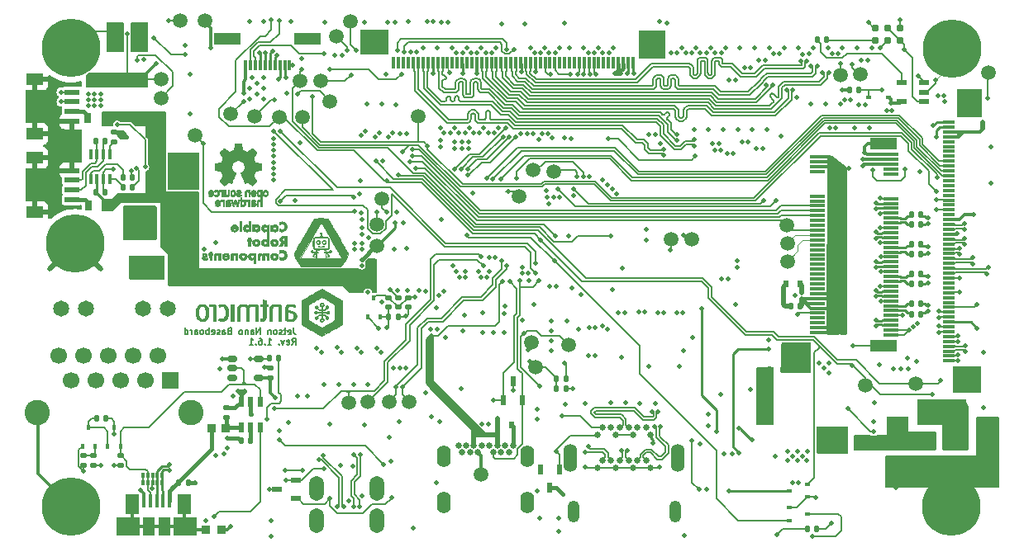
<source format=gbr>
G04 #@! TF.GenerationSoftware,KiCad,Pcbnew,7.0.2*
G04 #@! TF.CreationDate,2023-05-24T19:52:42-04:00*
G04 #@! TF.ProjectId,jetson-nano-baseboard,6a657473-6f6e-42d6-9e61-6e6f2d626173,1.6.1*
G04 #@! TF.SameCoordinates,Original*
G04 #@! TF.FileFunction,Copper,L8,Bot*
G04 #@! TF.FilePolarity,Positive*
%FSLAX46Y46*%
G04 Gerber Fmt 4.6, Leading zero omitted, Abs format (unit mm)*
G04 Created by KiCad (PCBNEW 7.0.2) date 2023-05-24 19:52:42*
%MOMM*%
%LPD*%
G01*
G04 APERTURE LIST*
G04 Aperture macros list*
%AMRoundRect*
0 Rectangle with rounded corners*
0 $1 Rounding radius*
0 $2 $3 $4 $5 $6 $7 $8 $9 X,Y pos of 4 corners*
0 Add a 4 corners polygon primitive as box body*
4,1,4,$2,$3,$4,$5,$6,$7,$8,$9,$2,$3,0*
0 Add four circle primitives for the rounded corners*
1,1,$1+$1,$2,$3*
1,1,$1+$1,$4,$5*
1,1,$1+$1,$6,$7*
1,1,$1+$1,$8,$9*
0 Add four rect primitives between the rounded corners*
20,1,$1+$1,$2,$3,$4,$5,0*
20,1,$1+$1,$4,$5,$6,$7,0*
20,1,$1+$1,$6,$7,$8,$9,0*
20,1,$1+$1,$8,$9,$2,$3,0*%
G04 Aperture macros list end*
%ADD10C,0.150000*%
G04 #@! TA.AperFunction,NonConductor*
%ADD11C,0.150000*%
G04 #@! TD*
G04 #@! TA.AperFunction,EtchedComponent*
%ADD12C,0.001395*%
G04 #@! TD*
G04 #@! TA.AperFunction,EtchedComponent*
%ADD13C,0.000313*%
G04 #@! TD*
G04 #@! TA.AperFunction,EtchedComponent*
%ADD14C,0.010000*%
G04 #@! TD*
G04 #@! TA.AperFunction,ComponentPad*
%ADD15C,0.650000*%
G04 #@! TD*
G04 #@! TA.AperFunction,ComponentPad*
%ADD16O,1.400000X2.850000*%
G04 #@! TD*
G04 #@! TA.AperFunction,ComponentPad*
%ADD17O,1.200000X2.250000*%
G04 #@! TD*
G04 #@! TA.AperFunction,ComponentPad*
%ADD18O,4.500000X2.000000*%
G04 #@! TD*
G04 #@! TA.AperFunction,ComponentPad*
%ADD19O,1.990000X4.000000*%
G04 #@! TD*
G04 #@! TA.AperFunction,ComponentPad*
%ADD20O,4.000000X2.000000*%
G04 #@! TD*
G04 #@! TA.AperFunction,SMDPad,CuDef*
%ADD21O,1.400000X2.240000*%
G04 #@! TD*
G04 #@! TA.AperFunction,ComponentPad*
%ADD22O,1.000000X1.600000*%
G04 #@! TD*
G04 #@! TA.AperFunction,ComponentPad*
%ADD23O,1.500000X2.550000*%
G04 #@! TD*
G04 #@! TA.AperFunction,ComponentPad*
%ADD24R,1.700000X1.700000*%
G04 #@! TD*
G04 #@! TA.AperFunction,ComponentPad*
%ADD25C,1.700000*%
G04 #@! TD*
G04 #@! TA.AperFunction,ComponentPad*
%ADD26C,1.650000*%
G04 #@! TD*
G04 #@! TA.AperFunction,ComponentPad*
%ADD27C,2.600000*%
G04 #@! TD*
G04 #@! TA.AperFunction,SMDPad,CuDef*
%ADD28C,1.500000*%
G04 #@! TD*
G04 #@! TA.AperFunction,ComponentPad*
%ADD29C,6.000000*%
G04 #@! TD*
G04 #@! TA.AperFunction,SMDPad,CuDef*
%ADD30R,0.970000X0.960000*%
G04 #@! TD*
G04 #@! TA.AperFunction,SMDPad,CuDef*
%ADD31R,0.600000X0.800000*%
G04 #@! TD*
G04 #@! TA.AperFunction,SMDPad,CuDef*
%ADD32RoundRect,0.147500X-0.147500X-0.172500X0.147500X-0.172500X0.147500X0.172500X-0.147500X0.172500X0*%
G04 #@! TD*
G04 #@! TA.AperFunction,SMDPad,CuDef*
%ADD33RoundRect,0.147500X0.147500X0.172500X-0.147500X0.172500X-0.147500X-0.172500X0.147500X-0.172500X0*%
G04 #@! TD*
G04 #@! TA.AperFunction,SMDPad,CuDef*
%ADD34R,1.550000X0.300000*%
G04 #@! TD*
G04 #@! TA.AperFunction,SMDPad,CuDef*
%ADD35R,2.750000X1.200000*%
G04 #@! TD*
G04 #@! TA.AperFunction,SMDPad,CuDef*
%ADD36RoundRect,0.147500X0.172500X-0.147500X0.172500X0.147500X-0.172500X0.147500X-0.172500X-0.147500X0*%
G04 #@! TD*
G04 #@! TA.AperFunction,SMDPad,CuDef*
%ADD37RoundRect,0.147500X-0.172500X0.147500X-0.172500X-0.147500X0.172500X-0.147500X0.172500X0.147500X0*%
G04 #@! TD*
G04 #@! TA.AperFunction,SMDPad,CuDef*
%ADD38C,0.787000*%
G04 #@! TD*
G04 #@! TA.AperFunction,SMDPad,CuDef*
%ADD39R,0.300000X1.200000*%
G04 #@! TD*
G04 #@! TA.AperFunction,SMDPad,CuDef*
%ADD40R,2.700000X3.000000*%
G04 #@! TD*
G04 #@! TA.AperFunction,SMDPad,CuDef*
%ADD41R,3.000000X2.500000*%
G04 #@! TD*
G04 #@! TA.AperFunction,SMDPad,CuDef*
%ADD42R,1.200000X0.300000*%
G04 #@! TD*
G04 #@! TA.AperFunction,SMDPad,CuDef*
%ADD43R,3.000000X2.700000*%
G04 #@! TD*
G04 #@! TA.AperFunction,SMDPad,CuDef*
%ADD44R,2.500000X3.000000*%
G04 #@! TD*
G04 #@! TA.AperFunction,SMDPad,CuDef*
%ADD45R,0.400000X0.500000*%
G04 #@! TD*
G04 #@! TA.AperFunction,SMDPad,CuDef*
%ADD46R,0.450000X1.380000*%
G04 #@! TD*
G04 #@! TA.AperFunction,SMDPad,CuDef*
%ADD47R,1.400000X2.100000*%
G04 #@! TD*
G04 #@! TA.AperFunction,SMDPad,CuDef*
%ADD48R,2.370000X1.900000*%
G04 #@! TD*
G04 #@! TA.AperFunction,SMDPad,CuDef*
%ADD49R,1.175000X1.900000*%
G04 #@! TD*
G04 #@! TA.AperFunction,SMDPad,CuDef*
%ADD50R,0.550000X1.000000*%
G04 #@! TD*
G04 #@! TA.AperFunction,SMDPad,CuDef*
%ADD51R,1.000000X0.600000*%
G04 #@! TD*
G04 #@! TA.AperFunction,SMDPad,CuDef*
%ADD52R,0.590000X0.450000*%
G04 #@! TD*
G04 #@! TA.AperFunction,SMDPad,CuDef*
%ADD53R,0.500000X0.400000*%
G04 #@! TD*
G04 #@! TA.AperFunction,SMDPad,CuDef*
%ADD54R,1.800000X1.500000*%
G04 #@! TD*
G04 #@! TA.AperFunction,SMDPad,CuDef*
%ADD55R,1.200000X1.200000*%
G04 #@! TD*
G04 #@! TA.AperFunction,SMDPad,CuDef*
%ADD56R,0.300000X1.000000*%
G04 #@! TD*
G04 #@! TA.AperFunction,SMDPad,CuDef*
%ADD57R,2.700000X1.300000*%
G04 #@! TD*
G04 #@! TA.AperFunction,SMDPad,CuDef*
%ADD58R,0.450000X1.100000*%
G04 #@! TD*
G04 #@! TA.AperFunction,SMDPad,CuDef*
%ADD59RoundRect,0.125000X0.125000X0.175000X-0.125000X0.175000X-0.125000X-0.175000X0.125000X-0.175000X0*%
G04 #@! TD*
G04 #@! TA.AperFunction,SMDPad,CuDef*
%ADD60R,0.762000X1.090000*%
G04 #@! TD*
G04 #@! TA.AperFunction,SMDPad,CuDef*
%ADD61R,0.300000X0.550000*%
G04 #@! TD*
G04 #@! TA.AperFunction,SMDPad,CuDef*
%ADD62R,0.400000X0.550000*%
G04 #@! TD*
G04 #@! TA.AperFunction,SMDPad,CuDef*
%ADD63RoundRect,0.150000X0.375000X-0.150000X0.375000X0.150000X-0.375000X0.150000X-0.375000X-0.150000X0*%
G04 #@! TD*
G04 #@! TA.AperFunction,SMDPad,CuDef*
%ADD64R,1.550000X0.600000*%
G04 #@! TD*
G04 #@! TA.AperFunction,SMDPad,CuDef*
%ADD65R,1.800000X1.200000*%
G04 #@! TD*
G04 #@! TA.AperFunction,SMDPad,CuDef*
%ADD66R,2.300000X2.500000*%
G04 #@! TD*
G04 #@! TA.AperFunction,SMDPad,CuDef*
%ADD67R,1.016000X1.700000*%
G04 #@! TD*
G04 #@! TA.AperFunction,SMDPad,CuDef*
%ADD68R,1.000000X0.550000*%
G04 #@! TD*
G04 #@! TA.AperFunction,SMDPad,CuDef*
%ADD69R,0.950000X0.950000*%
G04 #@! TD*
G04 #@! TA.AperFunction,ViaPad*
%ADD70C,0.500000*%
G04 #@! TD*
G04 #@! TA.AperFunction,Conductor*
%ADD71C,0.300000*%
G04 #@! TD*
G04 #@! TA.AperFunction,Conductor*
%ADD72C,0.250000*%
G04 #@! TD*
G04 #@! TA.AperFunction,Conductor*
%ADD73C,0.500000*%
G04 #@! TD*
G04 #@! TA.AperFunction,Conductor*
%ADD74C,0.400000*%
G04 #@! TD*
G04 #@! TA.AperFunction,Conductor*
%ADD75C,0.150000*%
G04 #@! TD*
G04 #@! TA.AperFunction,Conductor*
%ADD76C,0.200000*%
G04 #@! TD*
G04 #@! TA.AperFunction,Conductor*
%ADD77C,0.180000*%
G04 #@! TD*
G04 #@! TA.AperFunction,Conductor*
%ADD78C,0.125000*%
G04 #@! TD*
G04 #@! TA.AperFunction,Conductor*
%ADD79C,0.220000*%
G04 #@! TD*
G04 #@! TA.AperFunction,Conductor*
%ADD80C,0.230000*%
G04 #@! TD*
G04 #@! TA.AperFunction,Conductor*
%ADD81C,0.210000*%
G04 #@! TD*
G04 #@! TA.AperFunction,Conductor*
%ADD82C,0.152400*%
G04 #@! TD*
G04 APERTURE END LIST*
D10*
D11*
X102804828Y-107605212D02*
X102804828Y-108069498D01*
X102804828Y-108069498D02*
X102835781Y-108162355D01*
X102835781Y-108162355D02*
X102897685Y-108224260D01*
X102897685Y-108224260D02*
X102990543Y-108255212D01*
X102990543Y-108255212D02*
X103052447Y-108255212D01*
X102247686Y-108224260D02*
X102309590Y-108255212D01*
X102309590Y-108255212D02*
X102433400Y-108255212D01*
X102433400Y-108255212D02*
X102495305Y-108224260D01*
X102495305Y-108224260D02*
X102526257Y-108162355D01*
X102526257Y-108162355D02*
X102526257Y-107914736D01*
X102526257Y-107914736D02*
X102495305Y-107852831D01*
X102495305Y-107852831D02*
X102433400Y-107821879D01*
X102433400Y-107821879D02*
X102309590Y-107821879D01*
X102309590Y-107821879D02*
X102247686Y-107852831D01*
X102247686Y-107852831D02*
X102216733Y-107914736D01*
X102216733Y-107914736D02*
X102216733Y-107976640D01*
X102216733Y-107976640D02*
X102526257Y-108038545D01*
X102031019Y-107821879D02*
X101783400Y-107821879D01*
X101938162Y-107605212D02*
X101938162Y-108162355D01*
X101938162Y-108162355D02*
X101907209Y-108224260D01*
X101907209Y-108224260D02*
X101845304Y-108255212D01*
X101845304Y-108255212D02*
X101783400Y-108255212D01*
X101597685Y-108224260D02*
X101535780Y-108255212D01*
X101535780Y-108255212D02*
X101411971Y-108255212D01*
X101411971Y-108255212D02*
X101350066Y-108224260D01*
X101350066Y-108224260D02*
X101319114Y-108162355D01*
X101319114Y-108162355D02*
X101319114Y-108131402D01*
X101319114Y-108131402D02*
X101350066Y-108069498D01*
X101350066Y-108069498D02*
X101411971Y-108038545D01*
X101411971Y-108038545D02*
X101504828Y-108038545D01*
X101504828Y-108038545D02*
X101566733Y-108007593D01*
X101566733Y-108007593D02*
X101597685Y-107945688D01*
X101597685Y-107945688D02*
X101597685Y-107914736D01*
X101597685Y-107914736D02*
X101566733Y-107852831D01*
X101566733Y-107852831D02*
X101504828Y-107821879D01*
X101504828Y-107821879D02*
X101411971Y-107821879D01*
X101411971Y-107821879D02*
X101350066Y-107852831D01*
X100947685Y-108255212D02*
X101009590Y-108224260D01*
X101009590Y-108224260D02*
X101040543Y-108193307D01*
X101040543Y-108193307D02*
X101071495Y-108131402D01*
X101071495Y-108131402D02*
X101071495Y-107945688D01*
X101071495Y-107945688D02*
X101040543Y-107883783D01*
X101040543Y-107883783D02*
X101009590Y-107852831D01*
X101009590Y-107852831D02*
X100947685Y-107821879D01*
X100947685Y-107821879D02*
X100854828Y-107821879D01*
X100854828Y-107821879D02*
X100792924Y-107852831D01*
X100792924Y-107852831D02*
X100761971Y-107883783D01*
X100761971Y-107883783D02*
X100731019Y-107945688D01*
X100731019Y-107945688D02*
X100731019Y-108131402D01*
X100731019Y-108131402D02*
X100761971Y-108193307D01*
X100761971Y-108193307D02*
X100792924Y-108224260D01*
X100792924Y-108224260D02*
X100854828Y-108255212D01*
X100854828Y-108255212D02*
X100947685Y-108255212D01*
X100452448Y-107821879D02*
X100452448Y-108255212D01*
X100452448Y-107883783D02*
X100421495Y-107852831D01*
X100421495Y-107852831D02*
X100359590Y-107821879D01*
X100359590Y-107821879D02*
X100266733Y-107821879D01*
X100266733Y-107821879D02*
X100204829Y-107852831D01*
X100204829Y-107852831D02*
X100173876Y-107914736D01*
X100173876Y-107914736D02*
X100173876Y-108255212D01*
X99369115Y-108255212D02*
X99369115Y-107605212D01*
X99369115Y-107605212D02*
X98997686Y-108255212D01*
X98997686Y-108255212D02*
X98997686Y-107605212D01*
X98409591Y-108255212D02*
X98409591Y-107914736D01*
X98409591Y-107914736D02*
X98440544Y-107852831D01*
X98440544Y-107852831D02*
X98502448Y-107821879D01*
X98502448Y-107821879D02*
X98626258Y-107821879D01*
X98626258Y-107821879D02*
X98688163Y-107852831D01*
X98409591Y-108224260D02*
X98471496Y-108255212D01*
X98471496Y-108255212D02*
X98626258Y-108255212D01*
X98626258Y-108255212D02*
X98688163Y-108224260D01*
X98688163Y-108224260D02*
X98719115Y-108162355D01*
X98719115Y-108162355D02*
X98719115Y-108100450D01*
X98719115Y-108100450D02*
X98688163Y-108038545D01*
X98688163Y-108038545D02*
X98626258Y-108007593D01*
X98626258Y-108007593D02*
X98471496Y-108007593D01*
X98471496Y-108007593D02*
X98409591Y-107976640D01*
X98100068Y-107821879D02*
X98100068Y-108255212D01*
X98100068Y-107883783D02*
X98069115Y-107852831D01*
X98069115Y-107852831D02*
X98007210Y-107821879D01*
X98007210Y-107821879D02*
X97914353Y-107821879D01*
X97914353Y-107821879D02*
X97852449Y-107852831D01*
X97852449Y-107852831D02*
X97821496Y-107914736D01*
X97821496Y-107914736D02*
X97821496Y-108255212D01*
X97419115Y-108255212D02*
X97481020Y-108224260D01*
X97481020Y-108224260D02*
X97511973Y-108193307D01*
X97511973Y-108193307D02*
X97542925Y-108131402D01*
X97542925Y-108131402D02*
X97542925Y-107945688D01*
X97542925Y-107945688D02*
X97511973Y-107883783D01*
X97511973Y-107883783D02*
X97481020Y-107852831D01*
X97481020Y-107852831D02*
X97419115Y-107821879D01*
X97419115Y-107821879D02*
X97326258Y-107821879D01*
X97326258Y-107821879D02*
X97264354Y-107852831D01*
X97264354Y-107852831D02*
X97233401Y-107883783D01*
X97233401Y-107883783D02*
X97202449Y-107945688D01*
X97202449Y-107945688D02*
X97202449Y-108131402D01*
X97202449Y-108131402D02*
X97233401Y-108193307D01*
X97233401Y-108193307D02*
X97264354Y-108224260D01*
X97264354Y-108224260D02*
X97326258Y-108255212D01*
X97326258Y-108255212D02*
X97419115Y-108255212D01*
X96211973Y-107914736D02*
X96119116Y-107945688D01*
X96119116Y-107945688D02*
X96088163Y-107976640D01*
X96088163Y-107976640D02*
X96057211Y-108038545D01*
X96057211Y-108038545D02*
X96057211Y-108131402D01*
X96057211Y-108131402D02*
X96088163Y-108193307D01*
X96088163Y-108193307D02*
X96119116Y-108224260D01*
X96119116Y-108224260D02*
X96181021Y-108255212D01*
X96181021Y-108255212D02*
X96428640Y-108255212D01*
X96428640Y-108255212D02*
X96428640Y-107605212D01*
X96428640Y-107605212D02*
X96211973Y-107605212D01*
X96211973Y-107605212D02*
X96150068Y-107636164D01*
X96150068Y-107636164D02*
X96119116Y-107667117D01*
X96119116Y-107667117D02*
X96088163Y-107729021D01*
X96088163Y-107729021D02*
X96088163Y-107790926D01*
X96088163Y-107790926D02*
X96119116Y-107852831D01*
X96119116Y-107852831D02*
X96150068Y-107883783D01*
X96150068Y-107883783D02*
X96211973Y-107914736D01*
X96211973Y-107914736D02*
X96428640Y-107914736D01*
X95500068Y-108255212D02*
X95500068Y-107914736D01*
X95500068Y-107914736D02*
X95531021Y-107852831D01*
X95531021Y-107852831D02*
X95592925Y-107821879D01*
X95592925Y-107821879D02*
X95716735Y-107821879D01*
X95716735Y-107821879D02*
X95778640Y-107852831D01*
X95500068Y-108224260D02*
X95561973Y-108255212D01*
X95561973Y-108255212D02*
X95716735Y-108255212D01*
X95716735Y-108255212D02*
X95778640Y-108224260D01*
X95778640Y-108224260D02*
X95809592Y-108162355D01*
X95809592Y-108162355D02*
X95809592Y-108100450D01*
X95809592Y-108100450D02*
X95778640Y-108038545D01*
X95778640Y-108038545D02*
X95716735Y-108007593D01*
X95716735Y-108007593D02*
X95561973Y-108007593D01*
X95561973Y-108007593D02*
X95500068Y-107976640D01*
X95221497Y-108224260D02*
X95159592Y-108255212D01*
X95159592Y-108255212D02*
X95035783Y-108255212D01*
X95035783Y-108255212D02*
X94973878Y-108224260D01*
X94973878Y-108224260D02*
X94942926Y-108162355D01*
X94942926Y-108162355D02*
X94942926Y-108131402D01*
X94942926Y-108131402D02*
X94973878Y-108069498D01*
X94973878Y-108069498D02*
X95035783Y-108038545D01*
X95035783Y-108038545D02*
X95128640Y-108038545D01*
X95128640Y-108038545D02*
X95190545Y-108007593D01*
X95190545Y-108007593D02*
X95221497Y-107945688D01*
X95221497Y-107945688D02*
X95221497Y-107914736D01*
X95221497Y-107914736D02*
X95190545Y-107852831D01*
X95190545Y-107852831D02*
X95128640Y-107821879D01*
X95128640Y-107821879D02*
X95035783Y-107821879D01*
X95035783Y-107821879D02*
X94973878Y-107852831D01*
X94416736Y-108224260D02*
X94478640Y-108255212D01*
X94478640Y-108255212D02*
X94602450Y-108255212D01*
X94602450Y-108255212D02*
X94664355Y-108224260D01*
X94664355Y-108224260D02*
X94695307Y-108162355D01*
X94695307Y-108162355D02*
X94695307Y-107914736D01*
X94695307Y-107914736D02*
X94664355Y-107852831D01*
X94664355Y-107852831D02*
X94602450Y-107821879D01*
X94602450Y-107821879D02*
X94478640Y-107821879D01*
X94478640Y-107821879D02*
X94416736Y-107852831D01*
X94416736Y-107852831D02*
X94385783Y-107914736D01*
X94385783Y-107914736D02*
X94385783Y-107976640D01*
X94385783Y-107976640D02*
X94695307Y-108038545D01*
X94107212Y-108255212D02*
X94107212Y-107605212D01*
X94107212Y-107852831D02*
X94045307Y-107821879D01*
X94045307Y-107821879D02*
X93921497Y-107821879D01*
X93921497Y-107821879D02*
X93859593Y-107852831D01*
X93859593Y-107852831D02*
X93828640Y-107883783D01*
X93828640Y-107883783D02*
X93797688Y-107945688D01*
X93797688Y-107945688D02*
X93797688Y-108131402D01*
X93797688Y-108131402D02*
X93828640Y-108193307D01*
X93828640Y-108193307D02*
X93859593Y-108224260D01*
X93859593Y-108224260D02*
X93921497Y-108255212D01*
X93921497Y-108255212D02*
X94045307Y-108255212D01*
X94045307Y-108255212D02*
X94107212Y-108224260D01*
X93426259Y-108255212D02*
X93488164Y-108224260D01*
X93488164Y-108224260D02*
X93519117Y-108193307D01*
X93519117Y-108193307D02*
X93550069Y-108131402D01*
X93550069Y-108131402D02*
X93550069Y-107945688D01*
X93550069Y-107945688D02*
X93519117Y-107883783D01*
X93519117Y-107883783D02*
X93488164Y-107852831D01*
X93488164Y-107852831D02*
X93426259Y-107821879D01*
X93426259Y-107821879D02*
X93333402Y-107821879D01*
X93333402Y-107821879D02*
X93271498Y-107852831D01*
X93271498Y-107852831D02*
X93240545Y-107883783D01*
X93240545Y-107883783D02*
X93209593Y-107945688D01*
X93209593Y-107945688D02*
X93209593Y-108131402D01*
X93209593Y-108131402D02*
X93240545Y-108193307D01*
X93240545Y-108193307D02*
X93271498Y-108224260D01*
X93271498Y-108224260D02*
X93333402Y-108255212D01*
X93333402Y-108255212D02*
X93426259Y-108255212D01*
X92652450Y-108255212D02*
X92652450Y-107914736D01*
X92652450Y-107914736D02*
X92683403Y-107852831D01*
X92683403Y-107852831D02*
X92745307Y-107821879D01*
X92745307Y-107821879D02*
X92869117Y-107821879D01*
X92869117Y-107821879D02*
X92931022Y-107852831D01*
X92652450Y-108224260D02*
X92714355Y-108255212D01*
X92714355Y-108255212D02*
X92869117Y-108255212D01*
X92869117Y-108255212D02*
X92931022Y-108224260D01*
X92931022Y-108224260D02*
X92961974Y-108162355D01*
X92961974Y-108162355D02*
X92961974Y-108100450D01*
X92961974Y-108100450D02*
X92931022Y-108038545D01*
X92931022Y-108038545D02*
X92869117Y-108007593D01*
X92869117Y-108007593D02*
X92714355Y-108007593D01*
X92714355Y-108007593D02*
X92652450Y-107976640D01*
X92342927Y-108255212D02*
X92342927Y-107821879D01*
X92342927Y-107945688D02*
X92311974Y-107883783D01*
X92311974Y-107883783D02*
X92281022Y-107852831D01*
X92281022Y-107852831D02*
X92219117Y-107821879D01*
X92219117Y-107821879D02*
X92157212Y-107821879D01*
X91661974Y-108255212D02*
X91661974Y-107605212D01*
X91661974Y-108224260D02*
X91723879Y-108255212D01*
X91723879Y-108255212D02*
X91847688Y-108255212D01*
X91847688Y-108255212D02*
X91909593Y-108224260D01*
X91909593Y-108224260D02*
X91940546Y-108193307D01*
X91940546Y-108193307D02*
X91971498Y-108131402D01*
X91971498Y-108131402D02*
X91971498Y-107945688D01*
X91971498Y-107945688D02*
X91940546Y-107883783D01*
X91940546Y-107883783D02*
X91909593Y-107852831D01*
X91909593Y-107852831D02*
X91847688Y-107821879D01*
X91847688Y-107821879D02*
X91723879Y-107821879D01*
X91723879Y-107821879D02*
X91661974Y-107852831D01*
X102619114Y-109308212D02*
X102835781Y-108998688D01*
X102990543Y-109308212D02*
X102990543Y-108658212D01*
X102990543Y-108658212D02*
X102742924Y-108658212D01*
X102742924Y-108658212D02*
X102681019Y-108689164D01*
X102681019Y-108689164D02*
X102650066Y-108720117D01*
X102650066Y-108720117D02*
X102619114Y-108782021D01*
X102619114Y-108782021D02*
X102619114Y-108874879D01*
X102619114Y-108874879D02*
X102650066Y-108936783D01*
X102650066Y-108936783D02*
X102681019Y-108967736D01*
X102681019Y-108967736D02*
X102742924Y-108998688D01*
X102742924Y-108998688D02*
X102990543Y-108998688D01*
X102092924Y-109277260D02*
X102154828Y-109308212D01*
X102154828Y-109308212D02*
X102278638Y-109308212D01*
X102278638Y-109308212D02*
X102340543Y-109277260D01*
X102340543Y-109277260D02*
X102371495Y-109215355D01*
X102371495Y-109215355D02*
X102371495Y-108967736D01*
X102371495Y-108967736D02*
X102340543Y-108905831D01*
X102340543Y-108905831D02*
X102278638Y-108874879D01*
X102278638Y-108874879D02*
X102154828Y-108874879D01*
X102154828Y-108874879D02*
X102092924Y-108905831D01*
X102092924Y-108905831D02*
X102061971Y-108967736D01*
X102061971Y-108967736D02*
X102061971Y-109029640D01*
X102061971Y-109029640D02*
X102371495Y-109091545D01*
X101845304Y-108874879D02*
X101690542Y-109308212D01*
X101690542Y-109308212D02*
X101535781Y-108874879D01*
X101288162Y-109246307D02*
X101257209Y-109277260D01*
X101257209Y-109277260D02*
X101288162Y-109308212D01*
X101288162Y-109308212D02*
X101319114Y-109277260D01*
X101319114Y-109277260D02*
X101288162Y-109246307D01*
X101288162Y-109246307D02*
X101288162Y-109308212D01*
X100142923Y-109308212D02*
X100514352Y-109308212D01*
X100328638Y-109308212D02*
X100328638Y-108658212D01*
X100328638Y-108658212D02*
X100390542Y-108751069D01*
X100390542Y-108751069D02*
X100452447Y-108812974D01*
X100452447Y-108812974D02*
X100514352Y-108843926D01*
X99864352Y-109246307D02*
X99833399Y-109277260D01*
X99833399Y-109277260D02*
X99864352Y-109308212D01*
X99864352Y-109308212D02*
X99895304Y-109277260D01*
X99895304Y-109277260D02*
X99864352Y-109246307D01*
X99864352Y-109246307D02*
X99864352Y-109308212D01*
X99276256Y-108658212D02*
X99400066Y-108658212D01*
X99400066Y-108658212D02*
X99461970Y-108689164D01*
X99461970Y-108689164D02*
X99492923Y-108720117D01*
X99492923Y-108720117D02*
X99554828Y-108812974D01*
X99554828Y-108812974D02*
X99585780Y-108936783D01*
X99585780Y-108936783D02*
X99585780Y-109184402D01*
X99585780Y-109184402D02*
X99554828Y-109246307D01*
X99554828Y-109246307D02*
X99523875Y-109277260D01*
X99523875Y-109277260D02*
X99461970Y-109308212D01*
X99461970Y-109308212D02*
X99338161Y-109308212D01*
X99338161Y-109308212D02*
X99276256Y-109277260D01*
X99276256Y-109277260D02*
X99245304Y-109246307D01*
X99245304Y-109246307D02*
X99214351Y-109184402D01*
X99214351Y-109184402D02*
X99214351Y-109029640D01*
X99214351Y-109029640D02*
X99245304Y-108967736D01*
X99245304Y-108967736D02*
X99276256Y-108936783D01*
X99276256Y-108936783D02*
X99338161Y-108905831D01*
X99338161Y-108905831D02*
X99461970Y-108905831D01*
X99461970Y-108905831D02*
X99523875Y-108936783D01*
X99523875Y-108936783D02*
X99554828Y-108967736D01*
X99554828Y-108967736D02*
X99585780Y-109029640D01*
X98935780Y-109246307D02*
X98904827Y-109277260D01*
X98904827Y-109277260D02*
X98935780Y-109308212D01*
X98935780Y-109308212D02*
X98966732Y-109277260D01*
X98966732Y-109277260D02*
X98935780Y-109246307D01*
X98935780Y-109246307D02*
X98935780Y-109308212D01*
X98285779Y-109308212D02*
X98657208Y-109308212D01*
X98471494Y-109308212D02*
X98471494Y-108658212D01*
X98471494Y-108658212D02*
X98533398Y-108751069D01*
X98533398Y-108751069D02*
X98595303Y-108812974D01*
X98595303Y-108812974D02*
X98657208Y-108843926D01*
D12*
X94230026Y-105159930D02*
X94306078Y-105162145D01*
X94369637Y-105164760D01*
X94457571Y-105170727D01*
X94532399Y-105179794D01*
X94600605Y-105193066D01*
X94668673Y-105211649D01*
X94743085Y-105236648D01*
X94828715Y-105267331D01*
X94828715Y-106859420D01*
X94545251Y-106859420D01*
X94545251Y-105394271D01*
X94512771Y-105381666D01*
X94499244Y-105376863D01*
X94427977Y-105361415D01*
X94346698Y-105356204D01*
X94264699Y-105361364D01*
X94191271Y-105377028D01*
X94188562Y-105377730D01*
X94177653Y-105375496D01*
X94167206Y-105361672D01*
X94155113Y-105332494D01*
X94139264Y-105284197D01*
X94133395Y-105265109D01*
X94120528Y-105221106D01*
X94111591Y-105187381D01*
X94108244Y-105170037D01*
X94108587Y-105168401D01*
X94116827Y-105163472D01*
X94138048Y-105160488D01*
X94174899Y-105159343D01*
X94230026Y-105159930D01*
G04 #@! TA.AperFunction,EtchedComponent*
G36*
X94230026Y-105159930D02*
G01*
X94306078Y-105162145D01*
X94369637Y-105164760D01*
X94457571Y-105170727D01*
X94532399Y-105179794D01*
X94600605Y-105193066D01*
X94668673Y-105211649D01*
X94743085Y-105236648D01*
X94828715Y-105267331D01*
X94828715Y-106859420D01*
X94545251Y-106859420D01*
X94545251Y-105394271D01*
X94512771Y-105381666D01*
X94499244Y-105376863D01*
X94427977Y-105361415D01*
X94346698Y-105356204D01*
X94264699Y-105361364D01*
X94191271Y-105377028D01*
X94188562Y-105377730D01*
X94177653Y-105375496D01*
X94167206Y-105361672D01*
X94155113Y-105332494D01*
X94139264Y-105284197D01*
X94133395Y-105265109D01*
X94120528Y-105221106D01*
X94111591Y-105187381D01*
X94108244Y-105170037D01*
X94108587Y-105168401D01*
X94116827Y-105163472D01*
X94138048Y-105160488D01*
X94174899Y-105159343D01*
X94230026Y-105159930D01*
G37*
G04 #@! TD.AperFunction*
X97679027Y-105164829D02*
X97799108Y-105189179D01*
X97906488Y-105232798D01*
X98002119Y-105295991D01*
X98051514Y-105336068D01*
X98129085Y-105277355D01*
X98153478Y-105259585D01*
X98212769Y-105223236D01*
X98274371Y-105196800D01*
X98343535Y-105178742D01*
X98425514Y-105167531D01*
X98525558Y-105161634D01*
X98650231Y-105161538D01*
X98770304Y-105171841D01*
X98888684Y-105194196D01*
X99015402Y-105230002D01*
X99127919Y-105266044D01*
X99127919Y-106859420D01*
X98856266Y-106859420D01*
X98856266Y-105397722D01*
X98823786Y-105385585D01*
X98803123Y-105377990D01*
X98769659Y-105366948D01*
X98737984Y-105359275D01*
X98699662Y-105353118D01*
X98646256Y-105346626D01*
X98548325Y-105341546D01*
X98451658Y-105351057D01*
X98369040Y-105375875D01*
X98301937Y-105415351D01*
X98251816Y-105468833D01*
X98220142Y-105535670D01*
X98217551Y-105549908D01*
X98214570Y-105584806D01*
X98212090Y-105638698D01*
X98210095Y-105712355D01*
X98208570Y-105806547D01*
X98207499Y-105922045D01*
X98206868Y-106059620D01*
X98206661Y-106220044D01*
X98206661Y-106859420D01*
X97923197Y-106859420D01*
X97923197Y-105491185D01*
X97873000Y-105447471D01*
X97816415Y-105405709D01*
X97737163Y-105367143D01*
X97654593Y-105346010D01*
X97572192Y-105342031D01*
X97493443Y-105354927D01*
X97421833Y-105384422D01*
X97360845Y-105430237D01*
X97313966Y-105492093D01*
X97279498Y-105554304D01*
X97276163Y-106206862D01*
X97272829Y-106859420D01*
X96990128Y-106859420D01*
X96990128Y-106234018D01*
X96990160Y-106128024D01*
X96990388Y-105996907D01*
X96990967Y-105885843D01*
X96992050Y-105792745D01*
X96993790Y-105715521D01*
X96996340Y-105652083D01*
X96999851Y-105600340D01*
X97004476Y-105558203D01*
X97010368Y-105523583D01*
X97017679Y-105494391D01*
X97026562Y-105468535D01*
X97037169Y-105443927D01*
X97049653Y-105418478D01*
X97081175Y-105365700D01*
X97146826Y-105291907D01*
X97229454Y-105234124D01*
X97328615Y-105192569D01*
X97443868Y-105167460D01*
X97574772Y-105159016D01*
X97679027Y-105164829D01*
G04 #@! TA.AperFunction,EtchedComponent*
G36*
X97679027Y-105164829D02*
G01*
X97799108Y-105189179D01*
X97906488Y-105232798D01*
X98002119Y-105295991D01*
X98051514Y-105336068D01*
X98129085Y-105277355D01*
X98153478Y-105259585D01*
X98212769Y-105223236D01*
X98274371Y-105196800D01*
X98343535Y-105178742D01*
X98425514Y-105167531D01*
X98525558Y-105161634D01*
X98650231Y-105161538D01*
X98770304Y-105171841D01*
X98888684Y-105194196D01*
X99015402Y-105230002D01*
X99127919Y-105266044D01*
X99127919Y-106859420D01*
X98856266Y-106859420D01*
X98856266Y-105397722D01*
X98823786Y-105385585D01*
X98803123Y-105377990D01*
X98769659Y-105366948D01*
X98737984Y-105359275D01*
X98699662Y-105353118D01*
X98646256Y-105346626D01*
X98548325Y-105341546D01*
X98451658Y-105351057D01*
X98369040Y-105375875D01*
X98301937Y-105415351D01*
X98251816Y-105468833D01*
X98220142Y-105535670D01*
X98217551Y-105549908D01*
X98214570Y-105584806D01*
X98212090Y-105638698D01*
X98210095Y-105712355D01*
X98208570Y-105806547D01*
X98207499Y-105922045D01*
X98206868Y-106059620D01*
X98206661Y-106220044D01*
X98206661Y-106859420D01*
X97923197Y-106859420D01*
X97923197Y-105491185D01*
X97873000Y-105447471D01*
X97816415Y-105405709D01*
X97737163Y-105367143D01*
X97654593Y-105346010D01*
X97572192Y-105342031D01*
X97493443Y-105354927D01*
X97421833Y-105384422D01*
X97360845Y-105430237D01*
X97313966Y-105492093D01*
X97279498Y-105554304D01*
X97276163Y-106206862D01*
X97272829Y-106859420D01*
X96990128Y-106859420D01*
X96990128Y-106234018D01*
X96990160Y-106128024D01*
X96990388Y-105996907D01*
X96990967Y-105885843D01*
X96992050Y-105792745D01*
X96993790Y-105715521D01*
X96996340Y-105652083D01*
X96999851Y-105600340D01*
X97004476Y-105558203D01*
X97010368Y-105523583D01*
X97017679Y-105494391D01*
X97026562Y-105468535D01*
X97037169Y-105443927D01*
X97049653Y-105418478D01*
X97081175Y-105365700D01*
X97146826Y-105291907D01*
X97229454Y-105234124D01*
X97328615Y-105192569D01*
X97443868Y-105167460D01*
X97574772Y-105159016D01*
X97679027Y-105164829D01*
G37*
G04 #@! TD.AperFunction*
X103070612Y-106351789D02*
X103071234Y-106406879D01*
X103058374Y-106516617D01*
X103026237Y-106612812D01*
X102975040Y-106695231D01*
X102904998Y-106763638D01*
X102816327Y-106817799D01*
X102709242Y-106857477D01*
X102583959Y-106882439D01*
X102520016Y-106888592D01*
X102398787Y-106890535D01*
X102272912Y-106881799D01*
X102149173Y-106863245D01*
X102034354Y-106835733D01*
X101935238Y-106800124D01*
X101879882Y-106775638D01*
X101879882Y-106668223D01*
X102139724Y-106668223D01*
X102195826Y-106688402D01*
X102203009Y-106690787D01*
X102252637Y-106701590D01*
X102316576Y-106709215D01*
X102387328Y-106713382D01*
X102457398Y-106713808D01*
X102519289Y-106710211D01*
X102565504Y-106702309D01*
X102601680Y-106690286D01*
X102677302Y-106649842D01*
X102735249Y-106594025D01*
X102775066Y-106523540D01*
X102796301Y-106439089D01*
X102798497Y-106341376D01*
X102797497Y-106329686D01*
X102778999Y-106244759D01*
X102741124Y-106170398D01*
X102683302Y-106106091D01*
X102604964Y-106051325D01*
X102505539Y-106005585D01*
X102384458Y-105968360D01*
X102365952Y-105963834D01*
X102307092Y-105950664D01*
X102250979Y-105939663D01*
X102207637Y-105932845D01*
X102139724Y-105924651D01*
X102139724Y-106668223D01*
X101879882Y-106668223D01*
X101879882Y-106199063D01*
X101879948Y-106130976D01*
X101880451Y-106003951D01*
X101881419Y-105888750D01*
X101882815Y-105787339D01*
X101884602Y-105701685D01*
X101886743Y-105633753D01*
X101889200Y-105585509D01*
X101891938Y-105558921D01*
X101905728Y-105505373D01*
X101935590Y-105430319D01*
X101974125Y-105361694D01*
X102017044Y-105308093D01*
X102046147Y-105281251D01*
X102105338Y-105238944D01*
X102173819Y-105206652D01*
X102258688Y-105180633D01*
X102333462Y-105166635D01*
X102446594Y-105159091D01*
X102567710Y-105164011D01*
X102690303Y-105180735D01*
X102807867Y-105208604D01*
X102913893Y-105246960D01*
X102942746Y-105260390D01*
X102968416Y-105274022D01*
X102978305Y-105281732D01*
X102977762Y-105284559D01*
X102971349Y-105304510D01*
X102959780Y-105336801D01*
X102945673Y-105374515D01*
X102931643Y-105410731D01*
X102920309Y-105438533D01*
X102914285Y-105451002D01*
X102903711Y-105449469D01*
X102877100Y-105440563D01*
X102840778Y-105426153D01*
X102830645Y-105421953D01*
X102715550Y-105382823D01*
X102601184Y-105358808D01*
X102492626Y-105350672D01*
X102394959Y-105359178D01*
X102359081Y-105367266D01*
X102284124Y-105396165D01*
X102226323Y-105439224D01*
X102184450Y-105497951D01*
X102157278Y-105573858D01*
X102143580Y-105668454D01*
X102136501Y-105768762D01*
X102258947Y-105783602D01*
X102261069Y-105783861D01*
X102403057Y-105806492D01*
X102537004Y-105838170D01*
X102659841Y-105877756D01*
X102768500Y-105924115D01*
X102859913Y-105976109D01*
X102931013Y-106032603D01*
X102963190Y-106066991D01*
X103019575Y-106150794D01*
X103055234Y-106245387D01*
X103069107Y-106341376D01*
X103070612Y-106351789D01*
G04 #@! TA.AperFunction,EtchedComponent*
G36*
X103070612Y-106351789D02*
G01*
X103071234Y-106406879D01*
X103058374Y-106516617D01*
X103026237Y-106612812D01*
X102975040Y-106695231D01*
X102904998Y-106763638D01*
X102816327Y-106817799D01*
X102709242Y-106857477D01*
X102583959Y-106882439D01*
X102520016Y-106888592D01*
X102398787Y-106890535D01*
X102272912Y-106881799D01*
X102149173Y-106863245D01*
X102034354Y-106835733D01*
X101935238Y-106800124D01*
X101879882Y-106775638D01*
X101879882Y-106668223D01*
X102139724Y-106668223D01*
X102195826Y-106688402D01*
X102203009Y-106690787D01*
X102252637Y-106701590D01*
X102316576Y-106709215D01*
X102387328Y-106713382D01*
X102457398Y-106713808D01*
X102519289Y-106710211D01*
X102565504Y-106702309D01*
X102601680Y-106690286D01*
X102677302Y-106649842D01*
X102735249Y-106594025D01*
X102775066Y-106523540D01*
X102796301Y-106439089D01*
X102798497Y-106341376D01*
X102797497Y-106329686D01*
X102778999Y-106244759D01*
X102741124Y-106170398D01*
X102683302Y-106106091D01*
X102604964Y-106051325D01*
X102505539Y-106005585D01*
X102384458Y-105968360D01*
X102365952Y-105963834D01*
X102307092Y-105950664D01*
X102250979Y-105939663D01*
X102207637Y-105932845D01*
X102139724Y-105924651D01*
X102139724Y-106668223D01*
X101879882Y-106668223D01*
X101879882Y-106199063D01*
X101879948Y-106130976D01*
X101880451Y-106003951D01*
X101881419Y-105888750D01*
X101882815Y-105787339D01*
X101884602Y-105701685D01*
X101886743Y-105633753D01*
X101889200Y-105585509D01*
X101891938Y-105558921D01*
X101905728Y-105505373D01*
X101935590Y-105430319D01*
X101974125Y-105361694D01*
X102017044Y-105308093D01*
X102046147Y-105281251D01*
X102105338Y-105238944D01*
X102173819Y-105206652D01*
X102258688Y-105180633D01*
X102333462Y-105166635D01*
X102446594Y-105159091D01*
X102567710Y-105164011D01*
X102690303Y-105180735D01*
X102807867Y-105208604D01*
X102913893Y-105246960D01*
X102942746Y-105260390D01*
X102968416Y-105274022D01*
X102978305Y-105281732D01*
X102977762Y-105284559D01*
X102971349Y-105304510D01*
X102959780Y-105336801D01*
X102945673Y-105374515D01*
X102931643Y-105410731D01*
X102920309Y-105438533D01*
X102914285Y-105451002D01*
X102903711Y-105449469D01*
X102877100Y-105440563D01*
X102840778Y-105426153D01*
X102830645Y-105421953D01*
X102715550Y-105382823D01*
X102601184Y-105358808D01*
X102492626Y-105350672D01*
X102394959Y-105359178D01*
X102359081Y-105367266D01*
X102284124Y-105396165D01*
X102226323Y-105439224D01*
X102184450Y-105497951D01*
X102157278Y-105573858D01*
X102143580Y-105668454D01*
X102136501Y-105768762D01*
X102258947Y-105783602D01*
X102261069Y-105783861D01*
X102403057Y-105806492D01*
X102537004Y-105838170D01*
X102659841Y-105877756D01*
X102768500Y-105924115D01*
X102859913Y-105976109D01*
X102931013Y-106032603D01*
X102963190Y-106066991D01*
X103019575Y-106150794D01*
X103055234Y-106245387D01*
X103069107Y-106341376D01*
X103070612Y-106351789D01*
G37*
G04 #@! TD.AperFunction*
X101008014Y-105164914D02*
X101090031Y-105166647D01*
X101158019Y-105170922D01*
X101218309Y-105178671D01*
X101277233Y-105190825D01*
X101341120Y-105208317D01*
X101416300Y-105232079D01*
X101525552Y-105267918D01*
X101525552Y-106859420D01*
X101242267Y-106859420D01*
X101239225Y-106125373D01*
X101236182Y-105391325D01*
X101191628Y-105375901D01*
X101129564Y-105359306D01*
X101044410Y-105346600D01*
X100956770Y-105342293D01*
X100877584Y-105347380D01*
X100849421Y-105351935D01*
X100774116Y-105372109D01*
X100714543Y-105403059D01*
X100665691Y-105447143D01*
X100664748Y-105448217D01*
X100649645Y-105466082D01*
X100636806Y-105483801D01*
X100626048Y-105503356D01*
X100617188Y-105526726D01*
X100610042Y-105555894D01*
X100604425Y-105592838D01*
X100600153Y-105639540D01*
X100597043Y-105697981D01*
X100594911Y-105770141D01*
X100593573Y-105858000D01*
X100592845Y-105963539D01*
X100592543Y-106088739D01*
X100592483Y-106235581D01*
X100592483Y-106859420D01*
X100309019Y-106859420D01*
X100309019Y-106230013D01*
X100309076Y-106084802D01*
X100309361Y-105959457D01*
X100310046Y-105853568D01*
X100311303Y-105765040D01*
X100313302Y-105691779D01*
X100316215Y-105631690D01*
X100320214Y-105582679D01*
X100325469Y-105542651D01*
X100332152Y-105509513D01*
X100340434Y-105481170D01*
X100350487Y-105455527D01*
X100362482Y-105430491D01*
X100376590Y-105403966D01*
X100420774Y-105339899D01*
X100487965Y-105278169D01*
X100574479Y-105227255D01*
X100681570Y-105186264D01*
X100694342Y-105182540D01*
X100727208Y-105175128D01*
X100765533Y-105169992D01*
X100813852Y-105166778D01*
X100876703Y-105165135D01*
X100958624Y-105164709D01*
X101008014Y-105164914D01*
G04 #@! TA.AperFunction,EtchedComponent*
G36*
X101008014Y-105164914D02*
G01*
X101090031Y-105166647D01*
X101158019Y-105170922D01*
X101218309Y-105178671D01*
X101277233Y-105190825D01*
X101341120Y-105208317D01*
X101416300Y-105232079D01*
X101525552Y-105267918D01*
X101525552Y-106859420D01*
X101242267Y-106859420D01*
X101239225Y-106125373D01*
X101236182Y-105391325D01*
X101191628Y-105375901D01*
X101129564Y-105359306D01*
X101044410Y-105346600D01*
X100956770Y-105342293D01*
X100877584Y-105347380D01*
X100849421Y-105351935D01*
X100774116Y-105372109D01*
X100714543Y-105403059D01*
X100665691Y-105447143D01*
X100664748Y-105448217D01*
X100649645Y-105466082D01*
X100636806Y-105483801D01*
X100626048Y-105503356D01*
X100617188Y-105526726D01*
X100610042Y-105555894D01*
X100604425Y-105592838D01*
X100600153Y-105639540D01*
X100597043Y-105697981D01*
X100594911Y-105770141D01*
X100593573Y-105858000D01*
X100592845Y-105963539D01*
X100592543Y-106088739D01*
X100592483Y-106235581D01*
X100592483Y-106859420D01*
X100309019Y-106859420D01*
X100309019Y-106230013D01*
X100309076Y-106084802D01*
X100309361Y-105959457D01*
X100310046Y-105853568D01*
X100311303Y-105765040D01*
X100313302Y-105691779D01*
X100316215Y-105631690D01*
X100320214Y-105582679D01*
X100325469Y-105542651D01*
X100332152Y-105509513D01*
X100340434Y-105481170D01*
X100350487Y-105455527D01*
X100362482Y-105430491D01*
X100376590Y-105403966D01*
X100420774Y-105339899D01*
X100487965Y-105278169D01*
X100574479Y-105227255D01*
X100681570Y-105186264D01*
X100694342Y-105182540D01*
X100727208Y-105175128D01*
X100765533Y-105169992D01*
X100813852Y-105166778D01*
X100876703Y-105165135D01*
X100958624Y-105164709D01*
X101008014Y-105164914D01*
G37*
G04 #@! TD.AperFunction*
X107759437Y-106151126D02*
X107759668Y-106350539D01*
X107759580Y-106528615D01*
X107759176Y-106685068D01*
X107758456Y-106819612D01*
X107757423Y-106931963D01*
X107756080Y-107021836D01*
X107754429Y-107088944D01*
X107752471Y-107133003D01*
X107750209Y-107153727D01*
X107746962Y-107166647D01*
X107743804Y-107179482D01*
X107740132Y-107191562D01*
X107734996Y-107203485D01*
X107727446Y-107215849D01*
X107716534Y-107229254D01*
X107701309Y-107244298D01*
X107680822Y-107261580D01*
X107654123Y-107281699D01*
X107620264Y-107305252D01*
X107578294Y-107332840D01*
X107527264Y-107365059D01*
X107466224Y-107402510D01*
X107394225Y-107445791D01*
X107310318Y-107495500D01*
X107213553Y-107552236D01*
X107102979Y-107616597D01*
X106977649Y-107689183D01*
X106836613Y-107770593D01*
X106678920Y-107861423D01*
X106503621Y-107962274D01*
X106309767Y-108073744D01*
X106096409Y-108196432D01*
X105747985Y-108396816D01*
X105659402Y-108392264D01*
X105570820Y-108387712D01*
X104621299Y-107839117D01*
X104551391Y-107798728D01*
X104394315Y-107707953D01*
X104255952Y-107627865D01*
X104135077Y-107557649D01*
X104030462Y-107496488D01*
X103940882Y-107443564D01*
X103865109Y-107398061D01*
X103801918Y-107359162D01*
X103750083Y-107326050D01*
X103708377Y-107297909D01*
X103675573Y-107273921D01*
X103650446Y-107253270D01*
X103631768Y-107235140D01*
X103618314Y-107218713D01*
X103608858Y-107203172D01*
X103602173Y-107187701D01*
X103597032Y-107171483D01*
X103592210Y-107153702D01*
X103590432Y-107139679D01*
X103588409Y-107100851D01*
X103586691Y-107038924D01*
X103585279Y-106954191D01*
X103584178Y-106846945D01*
X103583387Y-106717479D01*
X103582911Y-106566086D01*
X103582751Y-106393060D01*
X103582908Y-106198694D01*
X103583300Y-106022023D01*
X104312948Y-106022023D01*
X104312968Y-106173712D01*
X104313118Y-106303729D01*
X104313531Y-106413880D01*
X104314339Y-106505972D01*
X104315676Y-106581812D01*
X104317675Y-106643205D01*
X104320468Y-106691959D01*
X104324189Y-106729880D01*
X104328970Y-106758775D01*
X104334944Y-106780451D01*
X104342245Y-106796713D01*
X104351005Y-106809369D01*
X104361357Y-106820225D01*
X104373434Y-106831088D01*
X104374094Y-106831637D01*
X104391281Y-106843083D01*
X104426520Y-106864792D01*
X104477575Y-106895470D01*
X104542208Y-106933823D01*
X104618178Y-106978556D01*
X104703249Y-107028373D01*
X104795181Y-107081981D01*
X104891736Y-107138085D01*
X104990677Y-107195390D01*
X105089763Y-107252601D01*
X105186758Y-107308424D01*
X105279422Y-107361564D01*
X105365517Y-107410727D01*
X105442805Y-107454617D01*
X105509047Y-107491941D01*
X105562005Y-107521403D01*
X105599441Y-107541709D01*
X105619115Y-107551564D01*
X105633503Y-107557496D01*
X105657764Y-107565288D01*
X105678235Y-107564816D01*
X105707519Y-107556831D01*
X105711141Y-107555370D01*
X105734235Y-107543685D01*
X105774697Y-107521811D01*
X105830303Y-107491027D01*
X105898829Y-107452615D01*
X105978049Y-107407854D01*
X106065739Y-107358025D01*
X106159675Y-107304408D01*
X106257632Y-107248284D01*
X106357386Y-107190932D01*
X106456713Y-107133633D01*
X106553387Y-107077667D01*
X106645185Y-107024315D01*
X106729882Y-106974857D01*
X106805253Y-106930573D01*
X106869074Y-106892743D01*
X106919121Y-106862649D01*
X106953168Y-106841569D01*
X106968992Y-106830785D01*
X106969979Y-106829924D01*
X106981917Y-106819251D01*
X106992141Y-106808419D01*
X107000784Y-106795621D01*
X107007978Y-106779055D01*
X107013856Y-106756915D01*
X107018552Y-106727396D01*
X107022197Y-106688693D01*
X107024926Y-106639001D01*
X107026870Y-106576517D01*
X107028163Y-106499434D01*
X107028938Y-106405949D01*
X107029327Y-106294256D01*
X107029462Y-106162551D01*
X107029478Y-106009028D01*
X107029460Y-105876801D01*
X107029325Y-105741830D01*
X107028954Y-105627159D01*
X107028226Y-105530995D01*
X107027021Y-105451545D01*
X107025221Y-105387013D01*
X107022705Y-105335606D01*
X107019354Y-105295531D01*
X107015049Y-105264992D01*
X107009668Y-105242197D01*
X107003093Y-105225351D01*
X106995204Y-105212659D01*
X106985882Y-105202329D01*
X106975006Y-105192567D01*
X106961455Y-105183630D01*
X106929159Y-105163919D01*
X106880051Y-105134590D01*
X106815983Y-105096733D01*
X106738809Y-105051433D01*
X106650381Y-104999779D01*
X106552553Y-104942858D01*
X106447178Y-104881758D01*
X106336108Y-104817567D01*
X106253581Y-104769982D01*
X106135693Y-104702181D01*
X106035595Y-104644913D01*
X105951679Y-104597319D01*
X105882337Y-104558541D01*
X105825961Y-104527719D01*
X105780943Y-104503995D01*
X105745675Y-104486510D01*
X105718550Y-104474406D01*
X105697959Y-104466823D01*
X105682294Y-104462903D01*
X105669948Y-104461787D01*
X105665016Y-104461969D01*
X105651294Y-104464177D01*
X105633551Y-104469588D01*
X105610152Y-104479073D01*
X105579456Y-104493503D01*
X105539829Y-104513749D01*
X105489630Y-104540684D01*
X105427224Y-104575179D01*
X105350973Y-104618104D01*
X105259238Y-104670332D01*
X105150383Y-104732734D01*
X105022770Y-104806182D01*
X104933460Y-104857720D01*
X104827520Y-104919043D01*
X104728364Y-104976643D01*
X104637949Y-105029373D01*
X104558233Y-105076083D01*
X104491174Y-105115628D01*
X104438729Y-105146858D01*
X104402856Y-105168627D01*
X104385514Y-105179785D01*
X104379978Y-105183843D01*
X104366324Y-105194156D01*
X104354661Y-105204777D01*
X104344834Y-105217498D01*
X104336684Y-105234115D01*
X104330056Y-105256419D01*
X104324791Y-105286205D01*
X104320734Y-105325265D01*
X104317727Y-105375394D01*
X104315613Y-105438384D01*
X104314235Y-105516030D01*
X104313436Y-105610123D01*
X104313060Y-105722458D01*
X104312950Y-105854829D01*
X104312948Y-106009028D01*
X104312948Y-106022023D01*
X103583300Y-106022023D01*
X103583386Y-105983280D01*
X103586572Y-104857455D01*
X103618693Y-104802814D01*
X103657177Y-104753614D01*
X103707276Y-104712473D01*
X103710469Y-104710476D01*
X103738418Y-104693603D01*
X103783810Y-104666779D01*
X103844840Y-104631040D01*
X103919704Y-104587425D01*
X104006599Y-104536969D01*
X104103721Y-104480711D01*
X104209263Y-104419688D01*
X104321424Y-104354937D01*
X104438399Y-104287496D01*
X104558382Y-104218401D01*
X104679571Y-104148691D01*
X104800161Y-104079402D01*
X104918348Y-104011572D01*
X105032328Y-103946239D01*
X105140296Y-103884439D01*
X105240448Y-103827209D01*
X105330980Y-103775589D01*
X105410089Y-103730613D01*
X105475969Y-103693321D01*
X105526816Y-103664748D01*
X105560827Y-103645934D01*
X105576198Y-103637914D01*
X105577015Y-103637577D01*
X105625881Y-103626375D01*
X105689165Y-103625357D01*
X105692848Y-103625604D01*
X105705408Y-103626797D01*
X105718535Y-103629060D01*
X105733556Y-103633108D01*
X105751796Y-103639660D01*
X105774580Y-103649432D01*
X105803233Y-103663141D01*
X105839081Y-103681504D01*
X105883449Y-103705240D01*
X105937663Y-103735063D01*
X106003048Y-103771693D01*
X106080929Y-103815846D01*
X106172632Y-103868239D01*
X106279482Y-103929590D01*
X106402805Y-104000614D01*
X106543926Y-104082031D01*
X106704169Y-104174556D01*
X106718838Y-104183028D01*
X106856300Y-104262574D01*
X106988264Y-104339197D01*
X107113231Y-104412012D01*
X107229704Y-104480135D01*
X107336183Y-104542682D01*
X107431170Y-104598767D01*
X107513168Y-104647507D01*
X107580677Y-104688018D01*
X107632199Y-104719414D01*
X107666235Y-104740811D01*
X107681288Y-104751325D01*
X107686254Y-104755914D01*
X107697956Y-104766254D01*
X107708272Y-104775712D01*
X107717293Y-104785730D01*
X107725109Y-104797749D01*
X107731812Y-104813210D01*
X107737493Y-104833555D01*
X107742243Y-104860225D01*
X107746152Y-104894662D01*
X107749312Y-104938306D01*
X107751814Y-104992599D01*
X107753748Y-105058983D01*
X107755205Y-105138899D01*
X107756278Y-105233788D01*
X107757055Y-105345092D01*
X107757629Y-105474252D01*
X107758091Y-105622709D01*
X107758531Y-105791904D01*
X107759040Y-105983280D01*
X107759101Y-106009028D01*
X107759437Y-106151126D01*
G04 #@! TA.AperFunction,EtchedComponent*
G36*
X107759437Y-106151126D02*
G01*
X107759668Y-106350539D01*
X107759580Y-106528615D01*
X107759176Y-106685068D01*
X107758456Y-106819612D01*
X107757423Y-106931963D01*
X107756080Y-107021836D01*
X107754429Y-107088944D01*
X107752471Y-107133003D01*
X107750209Y-107153727D01*
X107746962Y-107166647D01*
X107743804Y-107179482D01*
X107740132Y-107191562D01*
X107734996Y-107203485D01*
X107727446Y-107215849D01*
X107716534Y-107229254D01*
X107701309Y-107244298D01*
X107680822Y-107261580D01*
X107654123Y-107281699D01*
X107620264Y-107305252D01*
X107578294Y-107332840D01*
X107527264Y-107365059D01*
X107466224Y-107402510D01*
X107394225Y-107445791D01*
X107310318Y-107495500D01*
X107213553Y-107552236D01*
X107102979Y-107616597D01*
X106977649Y-107689183D01*
X106836613Y-107770593D01*
X106678920Y-107861423D01*
X106503621Y-107962274D01*
X106309767Y-108073744D01*
X106096409Y-108196432D01*
X105747985Y-108396816D01*
X105659402Y-108392264D01*
X105570820Y-108387712D01*
X104621299Y-107839117D01*
X104551391Y-107798728D01*
X104394315Y-107707953D01*
X104255952Y-107627865D01*
X104135077Y-107557649D01*
X104030462Y-107496488D01*
X103940882Y-107443564D01*
X103865109Y-107398061D01*
X103801918Y-107359162D01*
X103750083Y-107326050D01*
X103708377Y-107297909D01*
X103675573Y-107273921D01*
X103650446Y-107253270D01*
X103631768Y-107235140D01*
X103618314Y-107218713D01*
X103608858Y-107203172D01*
X103602173Y-107187701D01*
X103597032Y-107171483D01*
X103592210Y-107153702D01*
X103590432Y-107139679D01*
X103588409Y-107100851D01*
X103586691Y-107038924D01*
X103585279Y-106954191D01*
X103584178Y-106846945D01*
X103583387Y-106717479D01*
X103582911Y-106566086D01*
X103582751Y-106393060D01*
X103582908Y-106198694D01*
X103583300Y-106022023D01*
X104312948Y-106022023D01*
X104312968Y-106173712D01*
X104313118Y-106303729D01*
X104313531Y-106413880D01*
X104314339Y-106505972D01*
X104315676Y-106581812D01*
X104317675Y-106643205D01*
X104320468Y-106691959D01*
X104324189Y-106729880D01*
X104328970Y-106758775D01*
X104334944Y-106780451D01*
X104342245Y-106796713D01*
X104351005Y-106809369D01*
X104361357Y-106820225D01*
X104373434Y-106831088D01*
X104374094Y-106831637D01*
X104391281Y-106843083D01*
X104426520Y-106864792D01*
X104477575Y-106895470D01*
X104542208Y-106933823D01*
X104618178Y-106978556D01*
X104703249Y-107028373D01*
X104795181Y-107081981D01*
X104891736Y-107138085D01*
X104990677Y-107195390D01*
X105089763Y-107252601D01*
X105186758Y-107308424D01*
X105279422Y-107361564D01*
X105365517Y-107410727D01*
X105442805Y-107454617D01*
X105509047Y-107491941D01*
X105562005Y-107521403D01*
X105599441Y-107541709D01*
X105619115Y-107551564D01*
X105633503Y-107557496D01*
X105657764Y-107565288D01*
X105678235Y-107564816D01*
X105707519Y-107556831D01*
X105711141Y-107555370D01*
X105734235Y-107543685D01*
X105774697Y-107521811D01*
X105830303Y-107491027D01*
X105898829Y-107452615D01*
X105978049Y-107407854D01*
X106065739Y-107358025D01*
X106159675Y-107304408D01*
X106257632Y-107248284D01*
X106357386Y-107190932D01*
X106456713Y-107133633D01*
X106553387Y-107077667D01*
X106645185Y-107024315D01*
X106729882Y-106974857D01*
X106805253Y-106930573D01*
X106869074Y-106892743D01*
X106919121Y-106862649D01*
X106953168Y-106841569D01*
X106968992Y-106830785D01*
X106969979Y-106829924D01*
X106981917Y-106819251D01*
X106992141Y-106808419D01*
X107000784Y-106795621D01*
X107007978Y-106779055D01*
X107013856Y-106756915D01*
X107018552Y-106727396D01*
X107022197Y-106688693D01*
X107024926Y-106639001D01*
X107026870Y-106576517D01*
X107028163Y-106499434D01*
X107028938Y-106405949D01*
X107029327Y-106294256D01*
X107029462Y-106162551D01*
X107029478Y-106009028D01*
X107029460Y-105876801D01*
X107029325Y-105741830D01*
X107028954Y-105627159D01*
X107028226Y-105530995D01*
X107027021Y-105451545D01*
X107025221Y-105387013D01*
X107022705Y-105335606D01*
X107019354Y-105295531D01*
X107015049Y-105264992D01*
X107009668Y-105242197D01*
X107003093Y-105225351D01*
X106995204Y-105212659D01*
X106985882Y-105202329D01*
X106975006Y-105192567D01*
X106961455Y-105183630D01*
X106929159Y-105163919D01*
X106880051Y-105134590D01*
X106815983Y-105096733D01*
X106738809Y-105051433D01*
X106650381Y-104999779D01*
X106552553Y-104942858D01*
X106447178Y-104881758D01*
X106336108Y-104817567D01*
X106253581Y-104769982D01*
X106135693Y-104702181D01*
X106035595Y-104644913D01*
X105951679Y-104597319D01*
X105882337Y-104558541D01*
X105825961Y-104527719D01*
X105780943Y-104503995D01*
X105745675Y-104486510D01*
X105718550Y-104474406D01*
X105697959Y-104466823D01*
X105682294Y-104462903D01*
X105669948Y-104461787D01*
X105665016Y-104461969D01*
X105651294Y-104464177D01*
X105633551Y-104469588D01*
X105610152Y-104479073D01*
X105579456Y-104493503D01*
X105539829Y-104513749D01*
X105489630Y-104540684D01*
X105427224Y-104575179D01*
X105350973Y-104618104D01*
X105259238Y-104670332D01*
X105150383Y-104732734D01*
X105022770Y-104806182D01*
X104933460Y-104857720D01*
X104827520Y-104919043D01*
X104728364Y-104976643D01*
X104637949Y-105029373D01*
X104558233Y-105076083D01*
X104491174Y-105115628D01*
X104438729Y-105146858D01*
X104402856Y-105168627D01*
X104385514Y-105179785D01*
X104379978Y-105183843D01*
X104366324Y-105194156D01*
X104354661Y-105204777D01*
X104344834Y-105217498D01*
X104336684Y-105234115D01*
X104330056Y-105256419D01*
X104324791Y-105286205D01*
X104320734Y-105325265D01*
X104317727Y-105375394D01*
X104315613Y-105438384D01*
X104314235Y-105516030D01*
X104313436Y-105610123D01*
X104313060Y-105722458D01*
X104312950Y-105854829D01*
X104312948Y-106009028D01*
X104312948Y-106022023D01*
X103583300Y-106022023D01*
X103583386Y-105983280D01*
X103586572Y-104857455D01*
X103618693Y-104802814D01*
X103657177Y-104753614D01*
X103707276Y-104712473D01*
X103710469Y-104710476D01*
X103738418Y-104693603D01*
X103783810Y-104666779D01*
X103844840Y-104631040D01*
X103919704Y-104587425D01*
X104006599Y-104536969D01*
X104103721Y-104480711D01*
X104209263Y-104419688D01*
X104321424Y-104354937D01*
X104438399Y-104287496D01*
X104558382Y-104218401D01*
X104679571Y-104148691D01*
X104800161Y-104079402D01*
X104918348Y-104011572D01*
X105032328Y-103946239D01*
X105140296Y-103884439D01*
X105240448Y-103827209D01*
X105330980Y-103775589D01*
X105410089Y-103730613D01*
X105475969Y-103693321D01*
X105526816Y-103664748D01*
X105560827Y-103645934D01*
X105576198Y-103637914D01*
X105577015Y-103637577D01*
X105625881Y-103626375D01*
X105689165Y-103625357D01*
X105692848Y-103625604D01*
X105705408Y-103626797D01*
X105718535Y-103629060D01*
X105733556Y-103633108D01*
X105751796Y-103639660D01*
X105774580Y-103649432D01*
X105803233Y-103663141D01*
X105839081Y-103681504D01*
X105883449Y-103705240D01*
X105937663Y-103735063D01*
X106003048Y-103771693D01*
X106080929Y-103815846D01*
X106172632Y-103868239D01*
X106279482Y-103929590D01*
X106402805Y-104000614D01*
X106543926Y-104082031D01*
X106704169Y-104174556D01*
X106718838Y-104183028D01*
X106856300Y-104262574D01*
X106988264Y-104339197D01*
X107113231Y-104412012D01*
X107229704Y-104480135D01*
X107336183Y-104542682D01*
X107431170Y-104598767D01*
X107513168Y-104647507D01*
X107580677Y-104688018D01*
X107632199Y-104719414D01*
X107666235Y-104740811D01*
X107681288Y-104751325D01*
X107686254Y-104755914D01*
X107697956Y-104766254D01*
X107708272Y-104775712D01*
X107717293Y-104785730D01*
X107725109Y-104797749D01*
X107731812Y-104813210D01*
X107737493Y-104833555D01*
X107742243Y-104860225D01*
X107746152Y-104894662D01*
X107749312Y-104938306D01*
X107751814Y-104992599D01*
X107753748Y-105058983D01*
X107755205Y-105138899D01*
X107756278Y-105233788D01*
X107757055Y-105345092D01*
X107757629Y-105474252D01*
X107758091Y-105622709D01*
X107758531Y-105791904D01*
X107759040Y-105983280D01*
X107759101Y-106009028D01*
X107759437Y-106151126D01*
G37*
G04 #@! TD.AperFunction*
X95558716Y-105165382D02*
X95620861Y-105177479D01*
X95700549Y-105207141D01*
X95800696Y-105265532D01*
X95888414Y-105343291D01*
X95962947Y-105439562D01*
X96023541Y-105553495D01*
X96069440Y-105684234D01*
X96079591Y-105728869D01*
X96091652Y-105811254D01*
X96099646Y-105905916D01*
X96103374Y-106006211D01*
X96102638Y-106105499D01*
X96097243Y-106197137D01*
X96086989Y-106274485D01*
X96072931Y-106339836D01*
X96030710Y-106474048D01*
X95973982Y-106590798D01*
X95903115Y-106689526D01*
X95818480Y-106769672D01*
X95720446Y-106830674D01*
X95670325Y-106852436D01*
X95617059Y-106871097D01*
X95572808Y-106882325D01*
X95542548Y-106886204D01*
X95470498Y-106889013D01*
X95391127Y-106885787D01*
X95314593Y-106877117D01*
X95251053Y-106863595D01*
X95238869Y-106859841D01*
X95192149Y-106842589D01*
X95148075Y-106822490D01*
X95111563Y-106802201D01*
X95087527Y-106784375D01*
X95080883Y-106771669D01*
X95083411Y-106765326D01*
X95110289Y-106698677D01*
X95130070Y-106651513D01*
X95143864Y-106621401D01*
X95152780Y-106605908D01*
X95157926Y-106602598D01*
X95199197Y-106624384D01*
X95254371Y-106649981D01*
X95301708Y-106665667D01*
X95348378Y-106673599D01*
X95401549Y-106675935D01*
X95404079Y-106675945D01*
X95454755Y-106674934D01*
X95491418Y-106670160D01*
X95523241Y-106659606D01*
X95559393Y-106641258D01*
X95564950Y-106638112D01*
X95636563Y-106583330D01*
X95697513Y-106507916D01*
X95747945Y-106411650D01*
X95788003Y-106294312D01*
X95796813Y-106254917D01*
X95807601Y-106174793D01*
X95813489Y-106082766D01*
X95814477Y-105985840D01*
X95810564Y-105891015D01*
X95801750Y-105805295D01*
X95788035Y-105735680D01*
X95770657Y-105679188D01*
X95729678Y-105581155D01*
X95679965Y-105498329D01*
X95623300Y-105433434D01*
X95561463Y-105389192D01*
X95487469Y-105363298D01*
X95403047Y-105356183D01*
X95313608Y-105368373D01*
X95223300Y-105399738D01*
X95193916Y-105412719D01*
X95164895Y-105424360D01*
X95150317Y-105428615D01*
X95147542Y-105426696D01*
X95136767Y-105409021D01*
X95122558Y-105378373D01*
X95107582Y-105341537D01*
X95094507Y-105305299D01*
X95085999Y-105276444D01*
X95084727Y-105261758D01*
X95086373Y-105259565D01*
X95106951Y-105244559D01*
X95142824Y-105226041D01*
X95187797Y-105206713D01*
X95235674Y-105189279D01*
X95280260Y-105176443D01*
X95323520Y-105168304D01*
X95401294Y-105160768D01*
X95482609Y-105159803D01*
X95558716Y-105165382D01*
G04 #@! TA.AperFunction,EtchedComponent*
G36*
X95558716Y-105165382D02*
G01*
X95620861Y-105177479D01*
X95700549Y-105207141D01*
X95800696Y-105265532D01*
X95888414Y-105343291D01*
X95962947Y-105439562D01*
X96023541Y-105553495D01*
X96069440Y-105684234D01*
X96079591Y-105728869D01*
X96091652Y-105811254D01*
X96099646Y-105905916D01*
X96103374Y-106006211D01*
X96102638Y-106105499D01*
X96097243Y-106197137D01*
X96086989Y-106274485D01*
X96072931Y-106339836D01*
X96030710Y-106474048D01*
X95973982Y-106590798D01*
X95903115Y-106689526D01*
X95818480Y-106769672D01*
X95720446Y-106830674D01*
X95670325Y-106852436D01*
X95617059Y-106871097D01*
X95572808Y-106882325D01*
X95542548Y-106886204D01*
X95470498Y-106889013D01*
X95391127Y-106885787D01*
X95314593Y-106877117D01*
X95251053Y-106863595D01*
X95238869Y-106859841D01*
X95192149Y-106842589D01*
X95148075Y-106822490D01*
X95111563Y-106802201D01*
X95087527Y-106784375D01*
X95080883Y-106771669D01*
X95083411Y-106765326D01*
X95110289Y-106698677D01*
X95130070Y-106651513D01*
X95143864Y-106621401D01*
X95152780Y-106605908D01*
X95157926Y-106602598D01*
X95199197Y-106624384D01*
X95254371Y-106649981D01*
X95301708Y-106665667D01*
X95348378Y-106673599D01*
X95401549Y-106675935D01*
X95404079Y-106675945D01*
X95454755Y-106674934D01*
X95491418Y-106670160D01*
X95523241Y-106659606D01*
X95559393Y-106641258D01*
X95564950Y-106638112D01*
X95636563Y-106583330D01*
X95697513Y-106507916D01*
X95747945Y-106411650D01*
X95788003Y-106294312D01*
X95796813Y-106254917D01*
X95807601Y-106174793D01*
X95813489Y-106082766D01*
X95814477Y-105985840D01*
X95810564Y-105891015D01*
X95801750Y-105805295D01*
X95788035Y-105735680D01*
X95770657Y-105679188D01*
X95729678Y-105581155D01*
X95679965Y-105498329D01*
X95623300Y-105433434D01*
X95561463Y-105389192D01*
X95487469Y-105363298D01*
X95403047Y-105356183D01*
X95313608Y-105368373D01*
X95223300Y-105399738D01*
X95193916Y-105412719D01*
X95164895Y-105424360D01*
X95150317Y-105428615D01*
X95147542Y-105426696D01*
X95136767Y-105409021D01*
X95122558Y-105378373D01*
X95107582Y-105341537D01*
X95094507Y-105305299D01*
X95085999Y-105276444D01*
X95084727Y-105261758D01*
X95086373Y-105259565D01*
X95106951Y-105244559D01*
X95142824Y-105226041D01*
X95187797Y-105206713D01*
X95235674Y-105189279D01*
X95280260Y-105176443D01*
X95323520Y-105168304D01*
X95401294Y-105160768D01*
X95482609Y-105159803D01*
X95558716Y-105165382D01*
G37*
G04 #@! TD.AperFunction*
X99680686Y-104724814D02*
X99711918Y-104733762D01*
X99756318Y-104747079D01*
X99809154Y-104763374D01*
X99942878Y-104805119D01*
X99942878Y-105182258D01*
X100131854Y-105182258D01*
X100131854Y-105371234D01*
X99943687Y-105371234D01*
X99940330Y-105983665D01*
X99936973Y-106596096D01*
X99895634Y-106676517D01*
X99880696Y-106703747D01*
X99833352Y-106768440D01*
X99776128Y-106815584D01*
X99704237Y-106849506D01*
X99677634Y-106857847D01*
X99637207Y-106865634D01*
X99588360Y-106868842D01*
X99523587Y-106868250D01*
X99490772Y-106866939D01*
X99443578Y-106863762D01*
X99408270Y-106859754D01*
X99390714Y-106855480D01*
X99384170Y-106845312D01*
X99378014Y-106811368D01*
X99375925Y-106755377D01*
X99375900Y-106664539D01*
X99449744Y-106668028D01*
X99495722Y-106667456D01*
X99553565Y-106654164D01*
X99597996Y-106624208D01*
X99632545Y-106575807D01*
X99659414Y-106524997D01*
X99659414Y-105371234D01*
X99375950Y-105371234D01*
X99375950Y-105182258D01*
X99659414Y-105182258D01*
X99659414Y-104951943D01*
X99659421Y-104942297D01*
X99659909Y-104872405D01*
X99661078Y-104811812D01*
X99662803Y-104764097D01*
X99664959Y-104732843D01*
X99667422Y-104721629D01*
X99680686Y-104724814D01*
G04 #@! TA.AperFunction,EtchedComponent*
G36*
X99680686Y-104724814D02*
G01*
X99711918Y-104733762D01*
X99756318Y-104747079D01*
X99809154Y-104763374D01*
X99942878Y-104805119D01*
X99942878Y-105182258D01*
X100131854Y-105182258D01*
X100131854Y-105371234D01*
X99943687Y-105371234D01*
X99940330Y-105983665D01*
X99936973Y-106596096D01*
X99895634Y-106676517D01*
X99880696Y-106703747D01*
X99833352Y-106768440D01*
X99776128Y-106815584D01*
X99704237Y-106849506D01*
X99677634Y-106857847D01*
X99637207Y-106865634D01*
X99588360Y-106868842D01*
X99523587Y-106868250D01*
X99490772Y-106866939D01*
X99443578Y-106863762D01*
X99408270Y-106859754D01*
X99390714Y-106855480D01*
X99384170Y-106845312D01*
X99378014Y-106811368D01*
X99375925Y-106755377D01*
X99375900Y-106664539D01*
X99449744Y-106668028D01*
X99495722Y-106667456D01*
X99553565Y-106654164D01*
X99597996Y-106624208D01*
X99632545Y-106575807D01*
X99659414Y-106524997D01*
X99659414Y-105371234D01*
X99375950Y-105371234D01*
X99375950Y-105182258D01*
X99659414Y-105182258D01*
X99659414Y-104951943D01*
X99659421Y-104942297D01*
X99659909Y-104872405D01*
X99661078Y-104811812D01*
X99662803Y-104764097D01*
X99664959Y-104732843D01*
X99667422Y-104721629D01*
X99680686Y-104724814D01*
G37*
G04 #@! TD.AperFunction*
X96635798Y-106859420D02*
X96352334Y-106859420D01*
X96352334Y-105182258D01*
X96635798Y-105182258D01*
X96635798Y-106859420D01*
G04 #@! TA.AperFunction,EtchedComponent*
G36*
X96635798Y-106859420D02*
G01*
X96352334Y-106859420D01*
X96352334Y-105182258D01*
X96635798Y-105182258D01*
X96635798Y-106859420D01*
G37*
G04 #@! TD.AperFunction*
X94074878Y-106142862D02*
X94053854Y-106302828D01*
X94028839Y-106410634D01*
X93982943Y-106534424D01*
X93922047Y-106640822D01*
X93846590Y-106729337D01*
X93757009Y-106799479D01*
X93653740Y-106850758D01*
X93537221Y-106882682D01*
X93446504Y-106890923D01*
X93346919Y-106885763D01*
X93247400Y-106868211D01*
X93155273Y-106839566D01*
X93077863Y-106801130D01*
X93028778Y-106765743D01*
X92949681Y-106686791D01*
X92883467Y-106589819D01*
X92830638Y-106476286D01*
X92791696Y-106347653D01*
X92767142Y-106205378D01*
X92757477Y-106050920D01*
X92759153Y-106002565D01*
X93040151Y-106002565D01*
X93046274Y-106150760D01*
X93060379Y-106272333D01*
X93084728Y-106387659D01*
X93118740Y-106483264D01*
X93162972Y-106560347D01*
X93217979Y-106620107D01*
X93284319Y-106663744D01*
X93310372Y-106675314D01*
X93388739Y-106694404D01*
X93466601Y-106691748D01*
X93540997Y-106668559D01*
X93608966Y-106626048D01*
X93667546Y-106565428D01*
X93713777Y-106487912D01*
X93749603Y-106389568D01*
X93776020Y-106273023D01*
X93791796Y-106146216D01*
X93796944Y-106014378D01*
X93791476Y-105882741D01*
X93775405Y-105756536D01*
X93748743Y-105640996D01*
X93711503Y-105541351D01*
X93691071Y-105503565D01*
X93638399Y-105436575D01*
X93575094Y-105386758D01*
X93504424Y-105354895D01*
X93429656Y-105341764D01*
X93354060Y-105348145D01*
X93280902Y-105374817D01*
X93213452Y-105422561D01*
X93182442Y-105455521D01*
X93132510Y-105532189D01*
X93092840Y-105627293D01*
X93063908Y-105738766D01*
X93046187Y-105864545D01*
X93040151Y-106002565D01*
X92759153Y-106002565D01*
X92763204Y-105885737D01*
X92773336Y-105793832D01*
X92802304Y-105651935D01*
X92846287Y-105527531D01*
X92905550Y-105419937D01*
X92980361Y-105328470D01*
X93019429Y-105291966D01*
X93103859Y-105232109D01*
X93197322Y-105190750D01*
X93302900Y-105166711D01*
X93423677Y-105158811D01*
X93460057Y-105159532D01*
X93580156Y-105174701D01*
X93687847Y-105209759D01*
X93783815Y-105264986D01*
X93868749Y-105340664D01*
X93888272Y-105362903D01*
X93954230Y-105459144D01*
X94006879Y-105572176D01*
X94045743Y-105699533D01*
X94070347Y-105838746D01*
X94080217Y-105987344D01*
X94079289Y-106014378D01*
X94074878Y-106142862D01*
G04 #@! TA.AperFunction,EtchedComponent*
G36*
X94074878Y-106142862D02*
G01*
X94053854Y-106302828D01*
X94028839Y-106410634D01*
X93982943Y-106534424D01*
X93922047Y-106640822D01*
X93846590Y-106729337D01*
X93757009Y-106799479D01*
X93653740Y-106850758D01*
X93537221Y-106882682D01*
X93446504Y-106890923D01*
X93346919Y-106885763D01*
X93247400Y-106868211D01*
X93155273Y-106839566D01*
X93077863Y-106801130D01*
X93028778Y-106765743D01*
X92949681Y-106686791D01*
X92883467Y-106589819D01*
X92830638Y-106476286D01*
X92791696Y-106347653D01*
X92767142Y-106205378D01*
X92757477Y-106050920D01*
X92759153Y-106002565D01*
X93040151Y-106002565D01*
X93046274Y-106150760D01*
X93060379Y-106272333D01*
X93084728Y-106387659D01*
X93118740Y-106483264D01*
X93162972Y-106560347D01*
X93217979Y-106620107D01*
X93284319Y-106663744D01*
X93310372Y-106675314D01*
X93388739Y-106694404D01*
X93466601Y-106691748D01*
X93540997Y-106668559D01*
X93608966Y-106626048D01*
X93667546Y-106565428D01*
X93713777Y-106487912D01*
X93749603Y-106389568D01*
X93776020Y-106273023D01*
X93791796Y-106146216D01*
X93796944Y-106014378D01*
X93791476Y-105882741D01*
X93775405Y-105756536D01*
X93748743Y-105640996D01*
X93711503Y-105541351D01*
X93691071Y-105503565D01*
X93638399Y-105436575D01*
X93575094Y-105386758D01*
X93504424Y-105354895D01*
X93429656Y-105341764D01*
X93354060Y-105348145D01*
X93280902Y-105374817D01*
X93213452Y-105422561D01*
X93182442Y-105455521D01*
X93132510Y-105532189D01*
X93092840Y-105627293D01*
X93063908Y-105738766D01*
X93046187Y-105864545D01*
X93040151Y-106002565D01*
X92759153Y-106002565D01*
X92763204Y-105885737D01*
X92773336Y-105793832D01*
X92802304Y-105651935D01*
X92846287Y-105527531D01*
X92905550Y-105419937D01*
X92980361Y-105328470D01*
X93019429Y-105291966D01*
X93103859Y-105232109D01*
X93197322Y-105190750D01*
X93302900Y-105166711D01*
X93423677Y-105158811D01*
X93460057Y-105159532D01*
X93580156Y-105174701D01*
X93687847Y-105209759D01*
X93783815Y-105264986D01*
X93868749Y-105340664D01*
X93888272Y-105362903D01*
X93954230Y-105459144D01*
X94006879Y-105572176D01*
X94045743Y-105699533D01*
X94070347Y-105838746D01*
X94080217Y-105987344D01*
X94079289Y-106014378D01*
X94074878Y-106142862D01*
G37*
G04 #@! TD.AperFunction*
X105860174Y-105276803D02*
X105845775Y-105315855D01*
X105808581Y-105366733D01*
X105753607Y-105402305D01*
X105706646Y-105423024D01*
X105706646Y-105701942D01*
X105912783Y-105701942D01*
X105997668Y-105617624D01*
X106082553Y-105533306D01*
X106076281Y-105472543D01*
X106076128Y-105470920D01*
X106156384Y-105470920D01*
X106169637Y-105498793D01*
X106177764Y-105505125D01*
X106207169Y-105512194D01*
X106238500Y-105504728D01*
X106263415Y-105485922D01*
X106273574Y-105458973D01*
X106269993Y-105447026D01*
X106254572Y-105424158D01*
X106234266Y-105403710D01*
X106217147Y-105394856D01*
X106204336Y-105399548D01*
X106181714Y-105413242D01*
X106160975Y-105439076D01*
X106156384Y-105470920D01*
X106076128Y-105470920D01*
X106074998Y-105458935D01*
X106074716Y-105424869D01*
X106082697Y-105400145D01*
X106101685Y-105374136D01*
X106134933Y-105343811D01*
X106181692Y-105322938D01*
X106229616Y-105320043D01*
X106274676Y-105333022D01*
X106312844Y-105359771D01*
X106340090Y-105398185D01*
X106352387Y-105446160D01*
X106350842Y-105458973D01*
X106345705Y-105501591D01*
X106340390Y-105516983D01*
X106312330Y-105561226D01*
X106269849Y-105587175D01*
X106211788Y-105595643D01*
X106192222Y-105595953D01*
X106170494Y-105598756D01*
X106150284Y-105606819D01*
X106126936Y-105622897D01*
X106095792Y-105649749D01*
X106052196Y-105690131D01*
X105951205Y-105784619D01*
X105706646Y-105784619D01*
X105706646Y-105973595D01*
X106154128Y-105973595D01*
X106174947Y-105938353D01*
X106206999Y-105901367D01*
X106252330Y-105877238D01*
X106302601Y-105870784D01*
X106351822Y-105882682D01*
X106394004Y-105913607D01*
X106405673Y-105928027D01*
X106429525Y-105977400D01*
X106432534Y-106011780D01*
X106433941Y-106027862D01*
X106420799Y-106074920D01*
X106391980Y-106114077D01*
X106349364Y-106140841D01*
X106294830Y-106150716D01*
X106267776Y-106147291D01*
X106226731Y-106131714D01*
X106192489Y-106107907D01*
X106173439Y-106080709D01*
X106172292Y-106077356D01*
X106167852Y-106069787D01*
X106158977Y-106064285D01*
X106142470Y-106060522D01*
X106115134Y-106058168D01*
X106073769Y-106056895D01*
X106015179Y-106056373D01*
X105936165Y-106056272D01*
X105706646Y-106056272D01*
X105706646Y-106233437D01*
X105949293Y-106233437D01*
X106145419Y-106430587D01*
X106200638Y-106425842D01*
X106225985Y-106425177D01*
X106280046Y-106437014D01*
X106320325Y-106467348D01*
X106345346Y-106515266D01*
X106351083Y-106549833D01*
X106353497Y-106564380D01*
X106343018Y-106614027D01*
X106310179Y-106659278D01*
X106272904Y-106687136D01*
X106224493Y-106702222D01*
X106176703Y-106698677D01*
X106133769Y-106678644D01*
X106099923Y-106644263D01*
X106079399Y-106597677D01*
X106077932Y-106569673D01*
X106158817Y-106569673D01*
X106173611Y-106600054D01*
X106195415Y-106618133D01*
X106221196Y-106620065D01*
X106249952Y-106599578D01*
X106268316Y-106575836D01*
X106270570Y-106549833D01*
X106250428Y-106523237D01*
X106232298Y-106511480D01*
X106197458Y-106509775D01*
X106183147Y-106515641D01*
X106162707Y-106538839D01*
X106158817Y-106569673D01*
X106077932Y-106569673D01*
X106076431Y-106541028D01*
X106083039Y-106485234D01*
X105912783Y-106316114D01*
X105706646Y-106316114D01*
X105706646Y-106595990D01*
X105755343Y-106617950D01*
X105763700Y-106621975D01*
X105812376Y-106658638D01*
X105845287Y-106707429D01*
X105862266Y-106763553D01*
X105862728Y-106794459D01*
X105863143Y-106822216D01*
X105847753Y-106878626D01*
X105815928Y-106927987D01*
X105767499Y-106965507D01*
X105766325Y-106966122D01*
X105705161Y-106985444D01*
X105639290Y-106985441D01*
X105577445Y-106966086D01*
X105567031Y-106960341D01*
X105520985Y-106920869D01*
X105491462Y-106870316D01*
X105478330Y-106813444D01*
X105479346Y-106794459D01*
X105560190Y-106794459D01*
X105561207Y-106813057D01*
X105571740Y-106843516D01*
X105598171Y-106872727D01*
X105614210Y-106885589D01*
X105657543Y-106904866D01*
X105700563Y-106900578D01*
X105744255Y-106872727D01*
X105759410Y-106857999D01*
X105777443Y-106829593D01*
X105782236Y-106794459D01*
X105775268Y-106759797D01*
X105750465Y-106720972D01*
X105713675Y-106692998D01*
X105671213Y-106682255D01*
X105636915Y-106689298D01*
X105598500Y-106714364D01*
X105570820Y-106751545D01*
X105560190Y-106794459D01*
X105479346Y-106794459D01*
X105481458Y-106755011D01*
X105500714Y-106699777D01*
X105535966Y-106652504D01*
X105587083Y-106617950D01*
X105635780Y-106595990D01*
X105635780Y-106316114D01*
X105429643Y-106316114D01*
X105259387Y-106485234D01*
X105265995Y-106541028D01*
X105265737Y-106552806D01*
X105264961Y-106588266D01*
X105247253Y-106636800D01*
X105215470Y-106673511D01*
X105173844Y-106696255D01*
X105126609Y-106702892D01*
X105077999Y-106691280D01*
X105032247Y-106659278D01*
X105002646Y-106620555D01*
X104989086Y-106571757D01*
X104989227Y-106570761D01*
X105071971Y-106570761D01*
X105092474Y-106599578D01*
X105116782Y-106618231D01*
X105142692Y-106619939D01*
X105169569Y-106599220D01*
X105180870Y-106582189D01*
X105184715Y-106552806D01*
X105172839Y-106527561D01*
X105150104Y-106511158D01*
X105121371Y-106508299D01*
X105091500Y-106523688D01*
X105073895Y-106544960D01*
X105071971Y-106570761D01*
X104989227Y-106570761D01*
X104997080Y-106515266D01*
X105005233Y-106493900D01*
X105036580Y-106452958D01*
X105082590Y-106429968D01*
X105141788Y-106425842D01*
X105197007Y-106430587D01*
X105393133Y-106233437D01*
X105635780Y-106233437D01*
X105635780Y-106056272D01*
X105406843Y-106056272D01*
X105388149Y-106056276D01*
X105313782Y-106056466D01*
X105259191Y-106057171D01*
X105221204Y-106058702D01*
X105196651Y-106061370D01*
X105182361Y-106065485D01*
X105175162Y-106071359D01*
X105171884Y-106079301D01*
X105170475Y-106083154D01*
X105153549Y-106105119D01*
X105126215Y-106126501D01*
X105115551Y-106132535D01*
X105063128Y-106149442D01*
X105014032Y-106146895D01*
X104971103Y-106128296D01*
X104937183Y-106097048D01*
X104915114Y-106056553D01*
X104909944Y-106024076D01*
X104988774Y-106024076D01*
X105003161Y-106043654D01*
X105023764Y-106060528D01*
X105055449Y-106066517D01*
X105085725Y-106049523D01*
X105098052Y-106032449D01*
X105099858Y-106019074D01*
X106239702Y-106019074D01*
X106256701Y-106049523D01*
X106276787Y-106063505D01*
X106308346Y-106064997D01*
X106339265Y-106043654D01*
X106351197Y-106028829D01*
X106354617Y-106011780D01*
X106343642Y-105987635D01*
X106320017Y-105959921D01*
X106291270Y-105952669D01*
X106260884Y-105968485D01*
X106245516Y-105987368D01*
X106243324Y-105999323D01*
X106239702Y-106019074D01*
X105099858Y-106019074D01*
X105102525Y-105999323D01*
X105085096Y-105967905D01*
X105082907Y-105965818D01*
X105053818Y-105952596D01*
X105023768Y-105960297D01*
X104998772Y-105987552D01*
X104989451Y-106006275D01*
X104988774Y-106024076D01*
X104909944Y-106024076D01*
X104907737Y-106010213D01*
X104917892Y-105961430D01*
X104948422Y-105913607D01*
X104952524Y-105909278D01*
X104994865Y-105881457D01*
X105044145Y-105871345D01*
X105094010Y-105878190D01*
X105138104Y-105901243D01*
X105170069Y-105939755D01*
X105187569Y-105973595D01*
X105635780Y-105973595D01*
X105635780Y-105784619D01*
X105391221Y-105784619D01*
X105290230Y-105690131D01*
X105261342Y-105663247D01*
X105225823Y-105631518D01*
X105199899Y-105611665D01*
X105178983Y-105600916D01*
X105158487Y-105596499D01*
X105133822Y-105595643D01*
X105124174Y-105595428D01*
X105067234Y-105583268D01*
X105024523Y-105553326D01*
X104997907Y-105506821D01*
X104991108Y-105466726D01*
X105070536Y-105466726D01*
X105087412Y-105494406D01*
X105112011Y-105508888D01*
X105145278Y-105511621D01*
X105172789Y-105498793D01*
X105185996Y-105471266D01*
X105181594Y-105439413D01*
X105160712Y-105413242D01*
X105158871Y-105411958D01*
X105133562Y-105397512D01*
X105114944Y-105399416D01*
X105092474Y-105418478D01*
X105076460Y-105438371D01*
X105070536Y-105466726D01*
X104991108Y-105466726D01*
X104989580Y-105457718D01*
X104998483Y-105408440D01*
X105023025Y-105367977D01*
X105059217Y-105338507D01*
X105103072Y-105322209D01*
X105150603Y-105321262D01*
X105197822Y-105337845D01*
X105240741Y-105374136D01*
X105247746Y-105382693D01*
X105263150Y-105407203D01*
X105268368Y-105433611D01*
X105266218Y-105471266D01*
X105266145Y-105472543D01*
X105259873Y-105533306D01*
X105344758Y-105617624D01*
X105429643Y-105701942D01*
X105635780Y-105701942D01*
X105635780Y-105424358D01*
X105586843Y-105400749D01*
X105545930Y-105375797D01*
X105505367Y-105330433D01*
X105481913Y-105269926D01*
X105479034Y-105254186D01*
X105479731Y-105232190D01*
X105560282Y-105232190D01*
X105572118Y-105273024D01*
X105606963Y-105310628D01*
X105612114Y-105314473D01*
X105656588Y-105333475D01*
X105701544Y-105331225D01*
X105741759Y-105309062D01*
X105772009Y-105268324D01*
X105780522Y-105248386D01*
X105784968Y-105221297D01*
X105776937Y-105192680D01*
X105755959Y-105156449D01*
X105719798Y-105125472D01*
X105678227Y-105113170D01*
X105636107Y-105119625D01*
X105598294Y-105144922D01*
X105569649Y-105189142D01*
X105560282Y-105232190D01*
X105479731Y-105232190D01*
X105481065Y-105190102D01*
X105503219Y-105130328D01*
X105542776Y-105080181D01*
X105597015Y-105044977D01*
X105607614Y-105040798D01*
X105668917Y-105029617D01*
X105727554Y-105038460D01*
X105780080Y-105064291D01*
X105823050Y-105104076D01*
X105853019Y-105154779D01*
X105866542Y-105213367D01*
X105865746Y-105221297D01*
X105860174Y-105276803D01*
G04 #@! TA.AperFunction,EtchedComponent*
G36*
X105860174Y-105276803D02*
G01*
X105845775Y-105315855D01*
X105808581Y-105366733D01*
X105753607Y-105402305D01*
X105706646Y-105423024D01*
X105706646Y-105701942D01*
X105912783Y-105701942D01*
X105997668Y-105617624D01*
X106082553Y-105533306D01*
X106076281Y-105472543D01*
X106076128Y-105470920D01*
X106156384Y-105470920D01*
X106169637Y-105498793D01*
X106177764Y-105505125D01*
X106207169Y-105512194D01*
X106238500Y-105504728D01*
X106263415Y-105485922D01*
X106273574Y-105458973D01*
X106269993Y-105447026D01*
X106254572Y-105424158D01*
X106234266Y-105403710D01*
X106217147Y-105394856D01*
X106204336Y-105399548D01*
X106181714Y-105413242D01*
X106160975Y-105439076D01*
X106156384Y-105470920D01*
X106076128Y-105470920D01*
X106074998Y-105458935D01*
X106074716Y-105424869D01*
X106082697Y-105400145D01*
X106101685Y-105374136D01*
X106134933Y-105343811D01*
X106181692Y-105322938D01*
X106229616Y-105320043D01*
X106274676Y-105333022D01*
X106312844Y-105359771D01*
X106340090Y-105398185D01*
X106352387Y-105446160D01*
X106350842Y-105458973D01*
X106345705Y-105501591D01*
X106340390Y-105516983D01*
X106312330Y-105561226D01*
X106269849Y-105587175D01*
X106211788Y-105595643D01*
X106192222Y-105595953D01*
X106170494Y-105598756D01*
X106150284Y-105606819D01*
X106126936Y-105622897D01*
X106095792Y-105649749D01*
X106052196Y-105690131D01*
X105951205Y-105784619D01*
X105706646Y-105784619D01*
X105706646Y-105973595D01*
X106154128Y-105973595D01*
X106174947Y-105938353D01*
X106206999Y-105901367D01*
X106252330Y-105877238D01*
X106302601Y-105870784D01*
X106351822Y-105882682D01*
X106394004Y-105913607D01*
X106405673Y-105928027D01*
X106429525Y-105977400D01*
X106432534Y-106011780D01*
X106433941Y-106027862D01*
X106420799Y-106074920D01*
X106391980Y-106114077D01*
X106349364Y-106140841D01*
X106294830Y-106150716D01*
X106267776Y-106147291D01*
X106226731Y-106131714D01*
X106192489Y-106107907D01*
X106173439Y-106080709D01*
X106172292Y-106077356D01*
X106167852Y-106069787D01*
X106158977Y-106064285D01*
X106142470Y-106060522D01*
X106115134Y-106058168D01*
X106073769Y-106056895D01*
X106015179Y-106056373D01*
X105936165Y-106056272D01*
X105706646Y-106056272D01*
X105706646Y-106233437D01*
X105949293Y-106233437D01*
X106145419Y-106430587D01*
X106200638Y-106425842D01*
X106225985Y-106425177D01*
X106280046Y-106437014D01*
X106320325Y-106467348D01*
X106345346Y-106515266D01*
X106351083Y-106549833D01*
X106353497Y-106564380D01*
X106343018Y-106614027D01*
X106310179Y-106659278D01*
X106272904Y-106687136D01*
X106224493Y-106702222D01*
X106176703Y-106698677D01*
X106133769Y-106678644D01*
X106099923Y-106644263D01*
X106079399Y-106597677D01*
X106077932Y-106569673D01*
X106158817Y-106569673D01*
X106173611Y-106600054D01*
X106195415Y-106618133D01*
X106221196Y-106620065D01*
X106249952Y-106599578D01*
X106268316Y-106575836D01*
X106270570Y-106549833D01*
X106250428Y-106523237D01*
X106232298Y-106511480D01*
X106197458Y-106509775D01*
X106183147Y-106515641D01*
X106162707Y-106538839D01*
X106158817Y-106569673D01*
X106077932Y-106569673D01*
X106076431Y-106541028D01*
X106083039Y-106485234D01*
X105912783Y-106316114D01*
X105706646Y-106316114D01*
X105706646Y-106595990D01*
X105755343Y-106617950D01*
X105763700Y-106621975D01*
X105812376Y-106658638D01*
X105845287Y-106707429D01*
X105862266Y-106763553D01*
X105862728Y-106794459D01*
X105863143Y-106822216D01*
X105847753Y-106878626D01*
X105815928Y-106927987D01*
X105767499Y-106965507D01*
X105766325Y-106966122D01*
X105705161Y-106985444D01*
X105639290Y-106985441D01*
X105577445Y-106966086D01*
X105567031Y-106960341D01*
X105520985Y-106920869D01*
X105491462Y-106870316D01*
X105478330Y-106813444D01*
X105479346Y-106794459D01*
X105560190Y-106794459D01*
X105561207Y-106813057D01*
X105571740Y-106843516D01*
X105598171Y-106872727D01*
X105614210Y-106885589D01*
X105657543Y-106904866D01*
X105700563Y-106900578D01*
X105744255Y-106872727D01*
X105759410Y-106857999D01*
X105777443Y-106829593D01*
X105782236Y-106794459D01*
X105775268Y-106759797D01*
X105750465Y-106720972D01*
X105713675Y-106692998D01*
X105671213Y-106682255D01*
X105636915Y-106689298D01*
X105598500Y-106714364D01*
X105570820Y-106751545D01*
X105560190Y-106794459D01*
X105479346Y-106794459D01*
X105481458Y-106755011D01*
X105500714Y-106699777D01*
X105535966Y-106652504D01*
X105587083Y-106617950D01*
X105635780Y-106595990D01*
X105635780Y-106316114D01*
X105429643Y-106316114D01*
X105259387Y-106485234D01*
X105265995Y-106541028D01*
X105265737Y-106552806D01*
X105264961Y-106588266D01*
X105247253Y-106636800D01*
X105215470Y-106673511D01*
X105173844Y-106696255D01*
X105126609Y-106702892D01*
X105077999Y-106691280D01*
X105032247Y-106659278D01*
X105002646Y-106620555D01*
X104989086Y-106571757D01*
X104989227Y-106570761D01*
X105071971Y-106570761D01*
X105092474Y-106599578D01*
X105116782Y-106618231D01*
X105142692Y-106619939D01*
X105169569Y-106599220D01*
X105180870Y-106582189D01*
X105184715Y-106552806D01*
X105172839Y-106527561D01*
X105150104Y-106511158D01*
X105121371Y-106508299D01*
X105091500Y-106523688D01*
X105073895Y-106544960D01*
X105071971Y-106570761D01*
X104989227Y-106570761D01*
X104997080Y-106515266D01*
X105005233Y-106493900D01*
X105036580Y-106452958D01*
X105082590Y-106429968D01*
X105141788Y-106425842D01*
X105197007Y-106430587D01*
X105393133Y-106233437D01*
X105635780Y-106233437D01*
X105635780Y-106056272D01*
X105406843Y-106056272D01*
X105388149Y-106056276D01*
X105313782Y-106056466D01*
X105259191Y-106057171D01*
X105221204Y-106058702D01*
X105196651Y-106061370D01*
X105182361Y-106065485D01*
X105175162Y-106071359D01*
X105171884Y-106079301D01*
X105170475Y-106083154D01*
X105153549Y-106105119D01*
X105126215Y-106126501D01*
X105115551Y-106132535D01*
X105063128Y-106149442D01*
X105014032Y-106146895D01*
X104971103Y-106128296D01*
X104937183Y-106097048D01*
X104915114Y-106056553D01*
X104909944Y-106024076D01*
X104988774Y-106024076D01*
X105003161Y-106043654D01*
X105023764Y-106060528D01*
X105055449Y-106066517D01*
X105085725Y-106049523D01*
X105098052Y-106032449D01*
X105099858Y-106019074D01*
X106239702Y-106019074D01*
X106256701Y-106049523D01*
X106276787Y-106063505D01*
X106308346Y-106064997D01*
X106339265Y-106043654D01*
X106351197Y-106028829D01*
X106354617Y-106011780D01*
X106343642Y-105987635D01*
X106320017Y-105959921D01*
X106291270Y-105952669D01*
X106260884Y-105968485D01*
X106245516Y-105987368D01*
X106243324Y-105999323D01*
X106239702Y-106019074D01*
X105099858Y-106019074D01*
X105102525Y-105999323D01*
X105085096Y-105967905D01*
X105082907Y-105965818D01*
X105053818Y-105952596D01*
X105023768Y-105960297D01*
X104998772Y-105987552D01*
X104989451Y-106006275D01*
X104988774Y-106024076D01*
X104909944Y-106024076D01*
X104907737Y-106010213D01*
X104917892Y-105961430D01*
X104948422Y-105913607D01*
X104952524Y-105909278D01*
X104994865Y-105881457D01*
X105044145Y-105871345D01*
X105094010Y-105878190D01*
X105138104Y-105901243D01*
X105170069Y-105939755D01*
X105187569Y-105973595D01*
X105635780Y-105973595D01*
X105635780Y-105784619D01*
X105391221Y-105784619D01*
X105290230Y-105690131D01*
X105261342Y-105663247D01*
X105225823Y-105631518D01*
X105199899Y-105611665D01*
X105178983Y-105600916D01*
X105158487Y-105596499D01*
X105133822Y-105595643D01*
X105124174Y-105595428D01*
X105067234Y-105583268D01*
X105024523Y-105553326D01*
X104997907Y-105506821D01*
X104991108Y-105466726D01*
X105070536Y-105466726D01*
X105087412Y-105494406D01*
X105112011Y-105508888D01*
X105145278Y-105511621D01*
X105172789Y-105498793D01*
X105185996Y-105471266D01*
X105181594Y-105439413D01*
X105160712Y-105413242D01*
X105158871Y-105411958D01*
X105133562Y-105397512D01*
X105114944Y-105399416D01*
X105092474Y-105418478D01*
X105076460Y-105438371D01*
X105070536Y-105466726D01*
X104991108Y-105466726D01*
X104989580Y-105457718D01*
X104998483Y-105408440D01*
X105023025Y-105367977D01*
X105059217Y-105338507D01*
X105103072Y-105322209D01*
X105150603Y-105321262D01*
X105197822Y-105337845D01*
X105240741Y-105374136D01*
X105247746Y-105382693D01*
X105263150Y-105407203D01*
X105268368Y-105433611D01*
X105266218Y-105471266D01*
X105266145Y-105472543D01*
X105259873Y-105533306D01*
X105344758Y-105617624D01*
X105429643Y-105701942D01*
X105635780Y-105701942D01*
X105635780Y-105424358D01*
X105586843Y-105400749D01*
X105545930Y-105375797D01*
X105505367Y-105330433D01*
X105481913Y-105269926D01*
X105479034Y-105254186D01*
X105479731Y-105232190D01*
X105560282Y-105232190D01*
X105572118Y-105273024D01*
X105606963Y-105310628D01*
X105612114Y-105314473D01*
X105656588Y-105333475D01*
X105701544Y-105331225D01*
X105741759Y-105309062D01*
X105772009Y-105268324D01*
X105780522Y-105248386D01*
X105784968Y-105221297D01*
X105776937Y-105192680D01*
X105755959Y-105156449D01*
X105719798Y-105125472D01*
X105678227Y-105113170D01*
X105636107Y-105119625D01*
X105598294Y-105144922D01*
X105569649Y-105189142D01*
X105560282Y-105232190D01*
X105479731Y-105232190D01*
X105481065Y-105190102D01*
X105503219Y-105130328D01*
X105542776Y-105080181D01*
X105597015Y-105044977D01*
X105607614Y-105040798D01*
X105668917Y-105029617D01*
X105727554Y-105038460D01*
X105780080Y-105064291D01*
X105823050Y-105104076D01*
X105853019Y-105154779D01*
X105866542Y-105213367D01*
X105865746Y-105221297D01*
X105860174Y-105276803D01*
G37*
G04 #@! TD.AperFunction*
D13*
X102067697Y-98681075D02*
X102067633Y-98754733D01*
X102067392Y-98839058D01*
X102066989Y-98917121D01*
X102066442Y-98987430D01*
X102065767Y-99048492D01*
X102064980Y-99098814D01*
X102064101Y-99136904D01*
X102063144Y-99161269D01*
X102062127Y-99170417D01*
X102060760Y-99171046D01*
X102046435Y-99172987D01*
X102019561Y-99174555D01*
X101983340Y-99175604D01*
X101940976Y-99175987D01*
X101825395Y-99175987D01*
X101825395Y-98987993D01*
X101825366Y-98959822D01*
X101825026Y-98903605D01*
X101824219Y-98861583D01*
X101822841Y-98831983D01*
X101820786Y-98813033D01*
X101817948Y-98802963D01*
X101814223Y-98800000D01*
X101807067Y-98806593D01*
X101792256Y-98825524D01*
X101771118Y-98854955D01*
X101744942Y-98893046D01*
X101715016Y-98937960D01*
X101682627Y-98987858D01*
X101562204Y-99175716D01*
X101418076Y-99175851D01*
X101378900Y-99175697D01*
X101337023Y-99175046D01*
X101303776Y-99173973D01*
X101281853Y-99172569D01*
X101273947Y-99170928D01*
X101274733Y-99169158D01*
X101283090Y-99156499D01*
X101299133Y-99134094D01*
X101321057Y-99104435D01*
X101347056Y-99070016D01*
X101374109Y-99034545D01*
X101422447Y-98971122D01*
X101461905Y-98919198D01*
X101493327Y-98877569D01*
X101517553Y-98845032D01*
X101535425Y-98820382D01*
X101547786Y-98802417D01*
X101555476Y-98789933D01*
X101559338Y-98781727D01*
X101560214Y-98776594D01*
X101558944Y-98773332D01*
X101556371Y-98770737D01*
X101549897Y-98766306D01*
X101529836Y-98756211D01*
X101504044Y-98745664D01*
X101465664Y-98725894D01*
X101425408Y-98693042D01*
X101392505Y-98653369D01*
X101371542Y-98611519D01*
X101359945Y-98568216D01*
X101352572Y-98501569D01*
X101601817Y-98501569D01*
X101602134Y-98533947D01*
X101611838Y-98573115D01*
X101633696Y-98602679D01*
X101668906Y-98624842D01*
X101693785Y-98632983D01*
X101725253Y-98638643D01*
X101758241Y-98641380D01*
X101788289Y-98641030D01*
X101810935Y-98637432D01*
X101821719Y-98630422D01*
X101822273Y-98627755D01*
X101823420Y-98610471D01*
X101824045Y-98581019D01*
X101824102Y-98542704D01*
X101823546Y-98498826D01*
X101821217Y-98378059D01*
X101758337Y-98378965D01*
X101703593Y-98383863D01*
X101659938Y-98397917D01*
X101628997Y-98421770D01*
X101609910Y-98456097D01*
X101601817Y-98501569D01*
X101352572Y-98501569D01*
X101351911Y-98495596D01*
X101358587Y-98427145D01*
X101379375Y-98364414D01*
X101413676Y-98308949D01*
X101460893Y-98262299D01*
X101520428Y-98226012D01*
X101570559Y-98202599D01*
X101819128Y-98199951D01*
X102067697Y-98197304D01*
X102067697Y-98542704D01*
X102067697Y-98681075D01*
G04 #@! TA.AperFunction,EtchedComponent*
G36*
X102067697Y-98681075D02*
G01*
X102067633Y-98754733D01*
X102067392Y-98839058D01*
X102066989Y-98917121D01*
X102066442Y-98987430D01*
X102065767Y-99048492D01*
X102064980Y-99098814D01*
X102064101Y-99136904D01*
X102063144Y-99161269D01*
X102062127Y-99170417D01*
X102060760Y-99171046D01*
X102046435Y-99172987D01*
X102019561Y-99174555D01*
X101983340Y-99175604D01*
X101940976Y-99175987D01*
X101825395Y-99175987D01*
X101825395Y-98987993D01*
X101825366Y-98959822D01*
X101825026Y-98903605D01*
X101824219Y-98861583D01*
X101822841Y-98831983D01*
X101820786Y-98813033D01*
X101817948Y-98802963D01*
X101814223Y-98800000D01*
X101807067Y-98806593D01*
X101792256Y-98825524D01*
X101771118Y-98854955D01*
X101744942Y-98893046D01*
X101715016Y-98937960D01*
X101682627Y-98987858D01*
X101562204Y-99175716D01*
X101418076Y-99175851D01*
X101378900Y-99175697D01*
X101337023Y-99175046D01*
X101303776Y-99173973D01*
X101281853Y-99172569D01*
X101273947Y-99170928D01*
X101274733Y-99169158D01*
X101283090Y-99156499D01*
X101299133Y-99134094D01*
X101321057Y-99104435D01*
X101347056Y-99070016D01*
X101374109Y-99034545D01*
X101422447Y-98971122D01*
X101461905Y-98919198D01*
X101493327Y-98877569D01*
X101517553Y-98845032D01*
X101535425Y-98820382D01*
X101547786Y-98802417D01*
X101555476Y-98789933D01*
X101559338Y-98781727D01*
X101560214Y-98776594D01*
X101558944Y-98773332D01*
X101556371Y-98770737D01*
X101549897Y-98766306D01*
X101529836Y-98756211D01*
X101504044Y-98745664D01*
X101465664Y-98725894D01*
X101425408Y-98693042D01*
X101392505Y-98653369D01*
X101371542Y-98611519D01*
X101359945Y-98568216D01*
X101352572Y-98501569D01*
X101601817Y-98501569D01*
X101602134Y-98533947D01*
X101611838Y-98573115D01*
X101633696Y-98602679D01*
X101668906Y-98624842D01*
X101693785Y-98632983D01*
X101725253Y-98638643D01*
X101758241Y-98641380D01*
X101788289Y-98641030D01*
X101810935Y-98637432D01*
X101821719Y-98630422D01*
X101822273Y-98627755D01*
X101823420Y-98610471D01*
X101824045Y-98581019D01*
X101824102Y-98542704D01*
X101823546Y-98498826D01*
X101821217Y-98378059D01*
X101758337Y-98378965D01*
X101703593Y-98383863D01*
X101659938Y-98397917D01*
X101628997Y-98421770D01*
X101609910Y-98456097D01*
X101601817Y-98501569D01*
X101352572Y-98501569D01*
X101351911Y-98495596D01*
X101358587Y-98427145D01*
X101379375Y-98364414D01*
X101413676Y-98308949D01*
X101460893Y-98262299D01*
X101520428Y-98226012D01*
X101570559Y-98202599D01*
X101819128Y-98199951D01*
X102067697Y-98197304D01*
X102067697Y-98542704D01*
X102067697Y-98681075D01*
G37*
G04 #@! TD.AperFunction*
X101685118Y-99609943D02*
X101768143Y-99637880D01*
X101844930Y-99679381D01*
X101913728Y-99733602D01*
X101972783Y-99799697D01*
X102020344Y-99876823D01*
X102035683Y-99910340D01*
X102063114Y-99996777D01*
X102075059Y-100085082D01*
X102071860Y-100173288D01*
X102053858Y-100259427D01*
X102021397Y-100341530D01*
X101974818Y-100417630D01*
X101914463Y-100485759D01*
X101879416Y-100516536D01*
X101815153Y-100560749D01*
X101744300Y-100593801D01*
X101662467Y-100617997D01*
X101658540Y-100618871D01*
X101601891Y-100625812D01*
X101536669Y-100625277D01*
X101468611Y-100617595D01*
X101403454Y-100603098D01*
X101336612Y-100583849D01*
X101334315Y-100447794D01*
X101332018Y-100311739D01*
X101373928Y-100340568D01*
X101390949Y-100351727D01*
X101445645Y-100379032D01*
X101501920Y-100392626D01*
X101565324Y-100394059D01*
X101590517Y-100391723D01*
X101650393Y-100377410D01*
X101702163Y-100350109D01*
X101749189Y-100308252D01*
X101764312Y-100291133D01*
X101791981Y-100252680D01*
X101809452Y-100213340D01*
X101818578Y-100168057D01*
X101821211Y-100111776D01*
X101821168Y-100098900D01*
X101820045Y-100062028D01*
X101816648Y-100034562D01*
X101809985Y-100010827D01*
X101799064Y-99985149D01*
X101783569Y-99956103D01*
X101743028Y-99904157D01*
X101692452Y-99865440D01*
X101632461Y-99840363D01*
X101563675Y-99829335D01*
X101518346Y-99828848D01*
X101468281Y-99835415D01*
X101423428Y-99851540D01*
X101378113Y-99878732D01*
X101332434Y-99910730D01*
X101332434Y-99643029D01*
X101359975Y-99631522D01*
X101363919Y-99629990D01*
X101388270Y-99622412D01*
X101421576Y-99613811D01*
X101457833Y-99605766D01*
X101507367Y-99598138D01*
X101597609Y-99596414D01*
X101685118Y-99609943D01*
G04 #@! TA.AperFunction,EtchedComponent*
G36*
X101685118Y-99609943D02*
G01*
X101768143Y-99637880D01*
X101844930Y-99679381D01*
X101913728Y-99733602D01*
X101972783Y-99799697D01*
X102020344Y-99876823D01*
X102035683Y-99910340D01*
X102063114Y-99996777D01*
X102075059Y-100085082D01*
X102071860Y-100173288D01*
X102053858Y-100259427D01*
X102021397Y-100341530D01*
X101974818Y-100417630D01*
X101914463Y-100485759D01*
X101879416Y-100516536D01*
X101815153Y-100560749D01*
X101744300Y-100593801D01*
X101662467Y-100617997D01*
X101658540Y-100618871D01*
X101601891Y-100625812D01*
X101536669Y-100625277D01*
X101468611Y-100617595D01*
X101403454Y-100603098D01*
X101336612Y-100583849D01*
X101334315Y-100447794D01*
X101332018Y-100311739D01*
X101373928Y-100340568D01*
X101390949Y-100351727D01*
X101445645Y-100379032D01*
X101501920Y-100392626D01*
X101565324Y-100394059D01*
X101590517Y-100391723D01*
X101650393Y-100377410D01*
X101702163Y-100350109D01*
X101749189Y-100308252D01*
X101764312Y-100291133D01*
X101791981Y-100252680D01*
X101809452Y-100213340D01*
X101818578Y-100168057D01*
X101821211Y-100111776D01*
X101821168Y-100098900D01*
X101820045Y-100062028D01*
X101816648Y-100034562D01*
X101809985Y-100010827D01*
X101799064Y-99985149D01*
X101783569Y-99956103D01*
X101743028Y-99904157D01*
X101692452Y-99865440D01*
X101632461Y-99840363D01*
X101563675Y-99829335D01*
X101518346Y-99828848D01*
X101468281Y-99835415D01*
X101423428Y-99851540D01*
X101378113Y-99878732D01*
X101332434Y-99910730D01*
X101332434Y-99643029D01*
X101359975Y-99631522D01*
X101363919Y-99629990D01*
X101388270Y-99622412D01*
X101421576Y-99613811D01*
X101457833Y-99605766D01*
X101507367Y-99598138D01*
X101597609Y-99596414D01*
X101685118Y-99609943D01*
G37*
G04 #@! TD.AperFunction*
X105690427Y-96337075D02*
X105739172Y-96338352D01*
X105774574Y-96340869D01*
X105834379Y-96347730D01*
X105638372Y-96686118D01*
X105630346Y-96699980D01*
X105604484Y-96744697D01*
X105570934Y-96802760D01*
X105530165Y-96873355D01*
X105482646Y-96955670D01*
X105428844Y-97048893D01*
X105369229Y-97152212D01*
X105304270Y-97264815D01*
X105234433Y-97385888D01*
X105160189Y-97514621D01*
X105082005Y-97650199D01*
X105000351Y-97791812D01*
X104915694Y-97938646D01*
X104828503Y-98089890D01*
X104739246Y-98244731D01*
X104648393Y-98402357D01*
X104556411Y-98561955D01*
X104463769Y-98722714D01*
X103485174Y-100420921D01*
X102971887Y-100420921D01*
X102929962Y-100318569D01*
X102913237Y-100276473D01*
X102893652Y-100224459D01*
X102874385Y-100170790D01*
X102856392Y-100118335D01*
X102840633Y-100069967D01*
X102828065Y-100028557D01*
X102819647Y-99996975D01*
X102816336Y-99978092D01*
X102816346Y-99977911D01*
X102820952Y-99967328D01*
X102833862Y-99942492D01*
X102854977Y-99903577D01*
X102884198Y-99850760D01*
X102921423Y-99784214D01*
X102966553Y-99704117D01*
X103019489Y-99610643D01*
X103080130Y-99503967D01*
X103148378Y-99384265D01*
X103224131Y-99251712D01*
X103307290Y-99106483D01*
X103397756Y-98948755D01*
X103495428Y-98778701D01*
X103600206Y-98596498D01*
X103711992Y-98402321D01*
X103830684Y-98196345D01*
X104845822Y-96435486D01*
X104887599Y-96423174D01*
X104899032Y-96419964D01*
X104942026Y-96409472D01*
X104996163Y-96397906D01*
X105057393Y-96386030D01*
X105121668Y-96374607D01*
X105184937Y-96364401D01*
X105243152Y-96356173D01*
X105254007Y-96354854D01*
X105303354Y-96350120D01*
X105362557Y-96345958D01*
X105428303Y-96342464D01*
X105497277Y-96339733D01*
X105566165Y-96337861D01*
X105631653Y-96336943D01*
X105690427Y-96337075D01*
G04 #@! TA.AperFunction,EtchedComponent*
G36*
X105690427Y-96337075D02*
G01*
X105739172Y-96338352D01*
X105774574Y-96340869D01*
X105834379Y-96347730D01*
X105638372Y-96686118D01*
X105630346Y-96699980D01*
X105604484Y-96744697D01*
X105570934Y-96802760D01*
X105530165Y-96873355D01*
X105482646Y-96955670D01*
X105428844Y-97048893D01*
X105369229Y-97152212D01*
X105304270Y-97264815D01*
X105234433Y-97385888D01*
X105160189Y-97514621D01*
X105082005Y-97650199D01*
X105000351Y-97791812D01*
X104915694Y-97938646D01*
X104828503Y-98089890D01*
X104739246Y-98244731D01*
X104648393Y-98402357D01*
X104556411Y-98561955D01*
X104463769Y-98722714D01*
X103485174Y-100420921D01*
X102971887Y-100420921D01*
X102929962Y-100318569D01*
X102913237Y-100276473D01*
X102893652Y-100224459D01*
X102874385Y-100170790D01*
X102856392Y-100118335D01*
X102840633Y-100069967D01*
X102828065Y-100028557D01*
X102819647Y-99996975D01*
X102816336Y-99978092D01*
X102816346Y-99977911D01*
X102820952Y-99967328D01*
X102833862Y-99942492D01*
X102854977Y-99903577D01*
X102884198Y-99850760D01*
X102921423Y-99784214D01*
X102966553Y-99704117D01*
X103019489Y-99610643D01*
X103080130Y-99503967D01*
X103148378Y-99384265D01*
X103224131Y-99251712D01*
X103307290Y-99106483D01*
X103397756Y-98948755D01*
X103495428Y-98778701D01*
X103600206Y-98596498D01*
X103711992Y-98402321D01*
X103830684Y-98196345D01*
X104845822Y-96435486D01*
X104887599Y-96423174D01*
X104899032Y-96419964D01*
X104942026Y-96409472D01*
X104996163Y-96397906D01*
X105057393Y-96386030D01*
X105121668Y-96374607D01*
X105184937Y-96364401D01*
X105243152Y-96356173D01*
X105254007Y-96354854D01*
X105303354Y-96350120D01*
X105362557Y-96345958D01*
X105428303Y-96342464D01*
X105497277Y-96339733D01*
X105566165Y-96337861D01*
X105631653Y-96336943D01*
X105690427Y-96337075D01*
G37*
G04 #@! TD.AperFunction*
X99383064Y-99936308D02*
X99430690Y-99949541D01*
X99474077Y-99974508D01*
X99517930Y-100013287D01*
X99559588Y-100055605D01*
X99604266Y-100009843D01*
X99630300Y-99985885D01*
X99678186Y-99955499D01*
X99731964Y-99938640D01*
X99795066Y-99933943D01*
X99853987Y-99939979D01*
X99909157Y-99958363D01*
X99963680Y-99990912D01*
X99983050Y-100003674D01*
X100002201Y-100013568D01*
X100012682Y-100015456D01*
X100014207Y-100013906D01*
X100018806Y-99999778D01*
X100020658Y-99977599D01*
X100020658Y-99944671D01*
X100237895Y-99944671D01*
X100237895Y-100269134D01*
X100237887Y-100285794D01*
X100237679Y-100356832D01*
X100237209Y-100422188D01*
X100236511Y-100480024D01*
X100235617Y-100528503D01*
X100234559Y-100565786D01*
X100233369Y-100590034D01*
X100232081Y-100599411D01*
X100232057Y-100599433D01*
X100221754Y-100601496D01*
X100198254Y-100602836D01*
X100165029Y-100603339D01*
X100125551Y-100602892D01*
X100024836Y-100600559D01*
X100020658Y-100391678D01*
X100020087Y-100363994D01*
X100018635Y-100303821D01*
X100017053Y-100257269D01*
X100015155Y-100222118D01*
X100012758Y-100196146D01*
X100009678Y-100177133D01*
X100005730Y-100162856D01*
X100000732Y-100151096D01*
X99997645Y-100145244D01*
X99974017Y-100116637D01*
X99941102Y-100100276D01*
X99896871Y-100095066D01*
X99856292Y-100101315D01*
X99823266Y-100120714D01*
X99800946Y-100152561D01*
X99800230Y-100154570D01*
X99796930Y-100173846D01*
X99793869Y-100208160D01*
X99791131Y-100256128D01*
X99788796Y-100316369D01*
X99786948Y-100387500D01*
X99782533Y-100600559D01*
X99676777Y-100602892D01*
X99571020Y-100605225D01*
X99568013Y-100406543D01*
X99567367Y-100366105D01*
X99566254Y-100311402D01*
X99564901Y-100269547D01*
X99563095Y-100238138D01*
X99560627Y-100214771D01*
X99557285Y-100197041D01*
X99552858Y-100182545D01*
X99547134Y-100168879D01*
X99538460Y-100151965D01*
X99513763Y-100121376D01*
X99481658Y-100104452D01*
X99439123Y-100099243D01*
X99426136Y-100099548D01*
X99397148Y-100104311D01*
X99377027Y-100115954D01*
X99372637Y-100119968D01*
X99360436Y-100133035D01*
X99350856Y-100147986D01*
X99343521Y-100166938D01*
X99338056Y-100192009D01*
X99334085Y-100225318D01*
X99331232Y-100268984D01*
X99329121Y-100325123D01*
X99327377Y-100395855D01*
X99322993Y-100600559D01*
X99114112Y-100600559D01*
X99111627Y-100366612D01*
X99111375Y-100341539D01*
X99110916Y-100274218D01*
X99111010Y-100220651D01*
X99111744Y-100178608D01*
X99113206Y-100145857D01*
X99115483Y-100120168D01*
X99118663Y-100099312D01*
X99122833Y-100081058D01*
X99144020Y-100026354D01*
X99175450Y-99984424D01*
X99217547Y-99955052D01*
X99270756Y-99937925D01*
X99335526Y-99932732D01*
X99383064Y-99936308D01*
G04 #@! TA.AperFunction,EtchedComponent*
G36*
X99383064Y-99936308D02*
G01*
X99430690Y-99949541D01*
X99474077Y-99974508D01*
X99517930Y-100013287D01*
X99559588Y-100055605D01*
X99604266Y-100009843D01*
X99630300Y-99985885D01*
X99678186Y-99955499D01*
X99731964Y-99938640D01*
X99795066Y-99933943D01*
X99853987Y-99939979D01*
X99909157Y-99958363D01*
X99963680Y-99990912D01*
X99983050Y-100003674D01*
X100002201Y-100013568D01*
X100012682Y-100015456D01*
X100014207Y-100013906D01*
X100018806Y-99999778D01*
X100020658Y-99977599D01*
X100020658Y-99944671D01*
X100237895Y-99944671D01*
X100237895Y-100269134D01*
X100237887Y-100285794D01*
X100237679Y-100356832D01*
X100237209Y-100422188D01*
X100236511Y-100480024D01*
X100235617Y-100528503D01*
X100234559Y-100565786D01*
X100233369Y-100590034D01*
X100232081Y-100599411D01*
X100232057Y-100599433D01*
X100221754Y-100601496D01*
X100198254Y-100602836D01*
X100165029Y-100603339D01*
X100125551Y-100602892D01*
X100024836Y-100600559D01*
X100020658Y-100391678D01*
X100020087Y-100363994D01*
X100018635Y-100303821D01*
X100017053Y-100257269D01*
X100015155Y-100222118D01*
X100012758Y-100196146D01*
X100009678Y-100177133D01*
X100005730Y-100162856D01*
X100000732Y-100151096D01*
X99997645Y-100145244D01*
X99974017Y-100116637D01*
X99941102Y-100100276D01*
X99896871Y-100095066D01*
X99856292Y-100101315D01*
X99823266Y-100120714D01*
X99800946Y-100152561D01*
X99800230Y-100154570D01*
X99796930Y-100173846D01*
X99793869Y-100208160D01*
X99791131Y-100256128D01*
X99788796Y-100316369D01*
X99786948Y-100387500D01*
X99782533Y-100600559D01*
X99676777Y-100602892D01*
X99571020Y-100605225D01*
X99568013Y-100406543D01*
X99567367Y-100366105D01*
X99566254Y-100311402D01*
X99564901Y-100269547D01*
X99563095Y-100238138D01*
X99560627Y-100214771D01*
X99557285Y-100197041D01*
X99552858Y-100182545D01*
X99547134Y-100168879D01*
X99538460Y-100151965D01*
X99513763Y-100121376D01*
X99481658Y-100104452D01*
X99439123Y-100099243D01*
X99426136Y-100099548D01*
X99397148Y-100104311D01*
X99377027Y-100115954D01*
X99372637Y-100119968D01*
X99360436Y-100133035D01*
X99350856Y-100147986D01*
X99343521Y-100166938D01*
X99338056Y-100192009D01*
X99334085Y-100225318D01*
X99331232Y-100268984D01*
X99329121Y-100325123D01*
X99327377Y-100395855D01*
X99322993Y-100600559D01*
X99114112Y-100600559D01*
X99111627Y-100366612D01*
X99111375Y-100341539D01*
X99110916Y-100274218D01*
X99111010Y-100220651D01*
X99111744Y-100178608D01*
X99113206Y-100145857D01*
X99115483Y-100120168D01*
X99118663Y-100099312D01*
X99122833Y-100081058D01*
X99144020Y-100026354D01*
X99175450Y-99984424D01*
X99217547Y-99955052D01*
X99270756Y-99937925D01*
X99335526Y-99932732D01*
X99383064Y-99936308D01*
G37*
G04 #@! TD.AperFunction*
X100237895Y-99175987D02*
X100020658Y-99175987D01*
X100020658Y-99142566D01*
X100020444Y-99135280D01*
X100017300Y-99116580D01*
X100011542Y-99109145D01*
X100005640Y-99111269D01*
X99989288Y-99121758D01*
X99968635Y-99138069D01*
X99957452Y-99146926D01*
X99927951Y-99166169D01*
X99900464Y-99179572D01*
X99889675Y-99182915D01*
X99847865Y-99189244D01*
X99790888Y-99190243D01*
X99739039Y-99186091D01*
X99680865Y-99171561D01*
X99628797Y-99144997D01*
X99578247Y-99104550D01*
X99571767Y-99098312D01*
X99527881Y-99044086D01*
X99496529Y-98982525D01*
X99477550Y-98916092D01*
X99472690Y-98866650D01*
X99701376Y-98866650D01*
X99713743Y-98911391D01*
X99738705Y-98951638D01*
X99776203Y-98984247D01*
X99799687Y-98997526D01*
X99827450Y-99006413D01*
X99861455Y-99008547D01*
X99895186Y-99005411D01*
X99940972Y-98990070D01*
X99977732Y-98964194D01*
X100004887Y-98930283D01*
X100021855Y-98890837D01*
X100028056Y-98848353D01*
X100022910Y-98805330D01*
X100005837Y-98764269D01*
X99976255Y-98727667D01*
X99933584Y-98698023D01*
X99905634Y-98687846D01*
X99859817Y-98683564D01*
X99812990Y-98691321D01*
X99770921Y-98710669D01*
X99740458Y-98736891D01*
X99714673Y-98776256D01*
X99701666Y-98820557D01*
X99701376Y-98866650D01*
X99472690Y-98866650D01*
X99470783Y-98847249D01*
X99476065Y-98778458D01*
X99493236Y-98712182D01*
X99522132Y-98650883D01*
X99562594Y-98597023D01*
X99614459Y-98553065D01*
X99620915Y-98548860D01*
X99675996Y-98520187D01*
X99733659Y-98504182D01*
X99799521Y-98499211D01*
X99803979Y-98499231D01*
X99864809Y-98504714D01*
X99916792Y-98520917D01*
X99964738Y-98549296D01*
X99977057Y-98557873D01*
X99997137Y-98569748D01*
X100009771Y-98574408D01*
X100010284Y-98574350D01*
X100013461Y-98570336D01*
X100015955Y-98558905D01*
X100017837Y-98538507D01*
X100019177Y-98507594D01*
X100020047Y-98464618D01*
X100020517Y-98408031D01*
X100020658Y-98336283D01*
X100020658Y-98098158D01*
X100237895Y-98098158D01*
X100237895Y-98848353D01*
X100237895Y-99175987D01*
G04 #@! TA.AperFunction,EtchedComponent*
G36*
X100237895Y-99175987D02*
G01*
X100020658Y-99175987D01*
X100020658Y-99142566D01*
X100020444Y-99135280D01*
X100017300Y-99116580D01*
X100011542Y-99109145D01*
X100005640Y-99111269D01*
X99989288Y-99121758D01*
X99968635Y-99138069D01*
X99957452Y-99146926D01*
X99927951Y-99166169D01*
X99900464Y-99179572D01*
X99889675Y-99182915D01*
X99847865Y-99189244D01*
X99790888Y-99190243D01*
X99739039Y-99186091D01*
X99680865Y-99171561D01*
X99628797Y-99144997D01*
X99578247Y-99104550D01*
X99571767Y-99098312D01*
X99527881Y-99044086D01*
X99496529Y-98982525D01*
X99477550Y-98916092D01*
X99472690Y-98866650D01*
X99701376Y-98866650D01*
X99713743Y-98911391D01*
X99738705Y-98951638D01*
X99776203Y-98984247D01*
X99799687Y-98997526D01*
X99827450Y-99006413D01*
X99861455Y-99008547D01*
X99895186Y-99005411D01*
X99940972Y-98990070D01*
X99977732Y-98964194D01*
X100004887Y-98930283D01*
X100021855Y-98890837D01*
X100028056Y-98848353D01*
X100022910Y-98805330D01*
X100005837Y-98764269D01*
X99976255Y-98727667D01*
X99933584Y-98698023D01*
X99905634Y-98687846D01*
X99859817Y-98683564D01*
X99812990Y-98691321D01*
X99770921Y-98710669D01*
X99740458Y-98736891D01*
X99714673Y-98776256D01*
X99701666Y-98820557D01*
X99701376Y-98866650D01*
X99472690Y-98866650D01*
X99470783Y-98847249D01*
X99476065Y-98778458D01*
X99493236Y-98712182D01*
X99522132Y-98650883D01*
X99562594Y-98597023D01*
X99614459Y-98553065D01*
X99620915Y-98548860D01*
X99675996Y-98520187D01*
X99733659Y-98504182D01*
X99799521Y-98499211D01*
X99803979Y-98499231D01*
X99864809Y-98504714D01*
X99916792Y-98520917D01*
X99964738Y-98549296D01*
X99977057Y-98557873D01*
X99997137Y-98569748D01*
X100009771Y-98574408D01*
X100010284Y-98574350D01*
X100013461Y-98570336D01*
X100015955Y-98558905D01*
X100017837Y-98538507D01*
X100019177Y-98507594D01*
X100020047Y-98464618D01*
X100020517Y-98408031D01*
X100020658Y-98336283D01*
X100020658Y-98098158D01*
X100237895Y-98098158D01*
X100237895Y-98848353D01*
X100237895Y-99175987D01*
G37*
G04 #@! TD.AperFunction*
X100237895Y-98031316D02*
X100020658Y-98031316D01*
X100020658Y-97835460D01*
X100020650Y-97824947D01*
X100020195Y-97761377D01*
X100019083Y-97709223D01*
X100017369Y-97669805D01*
X100015107Y-97644447D01*
X100012352Y-97634471D01*
X100009609Y-97633857D01*
X99995389Y-97638442D01*
X99976382Y-97650438D01*
X99956624Y-97664588D01*
X99908142Y-97690517D01*
X99856095Y-97704731D01*
X99794974Y-97709008D01*
X99791913Y-97709001D01*
X99754248Y-97707984D01*
X99725903Y-97704284D01*
X99699997Y-97696481D01*
X99669645Y-97683155D01*
X99666326Y-97681562D01*
X99600420Y-97641294D01*
X99547777Y-97590867D01*
X99508351Y-97530224D01*
X99482097Y-97459314D01*
X99481992Y-97458907D01*
X99469915Y-97381269D01*
X99471850Y-97339649D01*
X99698458Y-97339649D01*
X99699226Y-97383223D01*
X99713531Y-97426586D01*
X99738985Y-97465927D01*
X99773202Y-97497433D01*
X99813794Y-97517292D01*
X99825015Y-97520611D01*
X99848921Y-97526882D01*
X99866464Y-97528439D01*
X99884798Y-97525294D01*
X99911075Y-97517458D01*
X99915031Y-97516156D01*
X99957516Y-97493355D01*
X99993113Y-97458499D01*
X100017486Y-97415733D01*
X100021275Y-97404512D01*
X100027329Y-97357293D01*
X100019078Y-97311357D01*
X99998339Y-97269570D01*
X99966928Y-97234796D01*
X99926658Y-97209900D01*
X99879347Y-97197748D01*
X99832203Y-97200392D01*
X99786357Y-97217410D01*
X99747044Y-97246890D01*
X99717107Y-97286669D01*
X99699389Y-97334587D01*
X99698458Y-97339649D01*
X99471850Y-97339649D01*
X99473445Y-97305354D01*
X99492062Y-97233185D01*
X99525246Y-97166785D01*
X99572477Y-97108176D01*
X99585926Y-97095355D01*
X99643514Y-97053223D01*
X99707147Y-97026400D01*
X99778399Y-97014164D01*
X99801734Y-97013182D01*
X99861882Y-97018158D01*
X99915003Y-97035627D01*
X99965277Y-97066765D01*
X99981495Y-97078582D01*
X100000521Y-97090792D01*
X100011297Y-97095526D01*
X100012837Y-97095018D01*
X100018604Y-97084349D01*
X100022242Y-97064194D01*
X100024836Y-97032862D01*
X100131365Y-97030523D01*
X100237895Y-97028185D01*
X100237895Y-97357293D01*
X100237895Y-98031316D01*
G04 #@! TA.AperFunction,EtchedComponent*
G36*
X100237895Y-98031316D02*
G01*
X100020658Y-98031316D01*
X100020658Y-97835460D01*
X100020650Y-97824947D01*
X100020195Y-97761377D01*
X100019083Y-97709223D01*
X100017369Y-97669805D01*
X100015107Y-97644447D01*
X100012352Y-97634471D01*
X100009609Y-97633857D01*
X99995389Y-97638442D01*
X99976382Y-97650438D01*
X99956624Y-97664588D01*
X99908142Y-97690517D01*
X99856095Y-97704731D01*
X99794974Y-97709008D01*
X99791913Y-97709001D01*
X99754248Y-97707984D01*
X99725903Y-97704284D01*
X99699997Y-97696481D01*
X99669645Y-97683155D01*
X99666326Y-97681562D01*
X99600420Y-97641294D01*
X99547777Y-97590867D01*
X99508351Y-97530224D01*
X99482097Y-97459314D01*
X99481992Y-97458907D01*
X99469915Y-97381269D01*
X99471850Y-97339649D01*
X99698458Y-97339649D01*
X99699226Y-97383223D01*
X99713531Y-97426586D01*
X99738985Y-97465927D01*
X99773202Y-97497433D01*
X99813794Y-97517292D01*
X99825015Y-97520611D01*
X99848921Y-97526882D01*
X99866464Y-97528439D01*
X99884798Y-97525294D01*
X99911075Y-97517458D01*
X99915031Y-97516156D01*
X99957516Y-97493355D01*
X99993113Y-97458499D01*
X100017486Y-97415733D01*
X100021275Y-97404512D01*
X100027329Y-97357293D01*
X100019078Y-97311357D01*
X99998339Y-97269570D01*
X99966928Y-97234796D01*
X99926658Y-97209900D01*
X99879347Y-97197748D01*
X99832203Y-97200392D01*
X99786357Y-97217410D01*
X99747044Y-97246890D01*
X99717107Y-97286669D01*
X99699389Y-97334587D01*
X99698458Y-97339649D01*
X99471850Y-97339649D01*
X99473445Y-97305354D01*
X99492062Y-97233185D01*
X99525246Y-97166785D01*
X99572477Y-97108176D01*
X99585926Y-97095355D01*
X99643514Y-97053223D01*
X99707147Y-97026400D01*
X99778399Y-97014164D01*
X99801734Y-97013182D01*
X99861882Y-97018158D01*
X99915003Y-97035627D01*
X99965277Y-97066765D01*
X99981495Y-97078582D01*
X100000521Y-97090792D01*
X100011297Y-97095526D01*
X100012837Y-97095018D01*
X100018604Y-97084349D01*
X100022242Y-97064194D01*
X100024836Y-97032862D01*
X100131365Y-97030523D01*
X100237895Y-97028185D01*
X100237895Y-97357293D01*
X100237895Y-98031316D01*
G37*
G04 #@! TD.AperFunction*
X97063512Y-97278501D02*
X97071092Y-97343653D01*
X97069719Y-97408836D01*
X97058950Y-97467771D01*
X97035048Y-97529084D01*
X96995394Y-97590194D01*
X96943416Y-97640343D01*
X96879734Y-97678954D01*
X96804964Y-97705448D01*
X96789463Y-97707839D01*
X96758869Y-97709945D01*
X96720288Y-97710899D01*
X96678553Y-97710505D01*
X96633577Y-97708617D01*
X96594531Y-97704868D01*
X96563198Y-97698734D01*
X96534828Y-97689520D01*
X96504628Y-97675274D01*
X96455622Y-97641427D01*
X96413175Y-97599084D01*
X96382358Y-97552792D01*
X96360577Y-97509112D01*
X96466377Y-97506765D01*
X96491808Y-97506253D01*
X96528346Y-97505982D01*
X96552772Y-97506904D01*
X96568078Y-97509367D01*
X96577256Y-97513716D01*
X96583299Y-97520298D01*
X96596302Y-97533700D01*
X96627097Y-97550610D01*
X96665885Y-97561273D01*
X96707790Y-97564990D01*
X96747938Y-97561060D01*
X96781452Y-97548781D01*
X96808717Y-97527086D01*
X96835218Y-97489742D01*
X96849917Y-97445964D01*
X96850124Y-97444743D01*
X96852635Y-97429044D01*
X96853148Y-97416542D01*
X96850031Y-97406873D01*
X96841647Y-97399673D01*
X96826361Y-97394579D01*
X96802540Y-97391226D01*
X96768548Y-97389252D01*
X96722750Y-97388292D01*
X96663512Y-97387983D01*
X96589198Y-97387961D01*
X96343140Y-97387961D01*
X96348466Y-97339918D01*
X96352589Y-97309948D01*
X96364560Y-97259208D01*
X96556535Y-97259208D01*
X96557992Y-97261442D01*
X96565736Y-97265357D01*
X96581508Y-97268090D01*
X96607478Y-97269819D01*
X96645814Y-97270725D01*
X96698685Y-97270987D01*
X96722472Y-97270888D01*
X96769764Y-97269985D01*
X96806782Y-97268241D01*
X96831382Y-97265781D01*
X96841421Y-97262728D01*
X96842207Y-97258296D01*
X96838945Y-97241175D01*
X96830442Y-97218111D01*
X96830047Y-97217227D01*
X96805577Y-97181650D01*
X96771217Y-97156717D01*
X96730396Y-97143064D01*
X96686541Y-97141323D01*
X96643078Y-97152129D01*
X96603435Y-97176116D01*
X96587154Y-97191997D01*
X96568442Y-97217170D01*
X96557353Y-97241139D01*
X96556535Y-97259208D01*
X96364560Y-97259208D01*
X96369540Y-97238102D01*
X96394838Y-97174699D01*
X96427333Y-97122250D01*
X96465879Y-97083266D01*
X96518521Y-97050279D01*
X96588730Y-97022952D01*
X96664159Y-97008996D01*
X96741901Y-97008640D01*
X96819047Y-97022111D01*
X96892689Y-97049641D01*
X96918475Y-97063367D01*
X96967895Y-97099175D01*
X97007283Y-97144255D01*
X97040090Y-97202178D01*
X97047427Y-97219655D01*
X97057990Y-97258296D01*
X97063512Y-97278501D01*
G04 #@! TA.AperFunction,EtchedComponent*
G36*
X97063512Y-97278501D02*
G01*
X97071092Y-97343653D01*
X97069719Y-97408836D01*
X97058950Y-97467771D01*
X97035048Y-97529084D01*
X96995394Y-97590194D01*
X96943416Y-97640343D01*
X96879734Y-97678954D01*
X96804964Y-97705448D01*
X96789463Y-97707839D01*
X96758869Y-97709945D01*
X96720288Y-97710899D01*
X96678553Y-97710505D01*
X96633577Y-97708617D01*
X96594531Y-97704868D01*
X96563198Y-97698734D01*
X96534828Y-97689520D01*
X96504628Y-97675274D01*
X96455622Y-97641427D01*
X96413175Y-97599084D01*
X96382358Y-97552792D01*
X96360577Y-97509112D01*
X96466377Y-97506765D01*
X96491808Y-97506253D01*
X96528346Y-97505982D01*
X96552772Y-97506904D01*
X96568078Y-97509367D01*
X96577256Y-97513716D01*
X96583299Y-97520298D01*
X96596302Y-97533700D01*
X96627097Y-97550610D01*
X96665885Y-97561273D01*
X96707790Y-97564990D01*
X96747938Y-97561060D01*
X96781452Y-97548781D01*
X96808717Y-97527086D01*
X96835218Y-97489742D01*
X96849917Y-97445964D01*
X96850124Y-97444743D01*
X96852635Y-97429044D01*
X96853148Y-97416542D01*
X96850031Y-97406873D01*
X96841647Y-97399673D01*
X96826361Y-97394579D01*
X96802540Y-97391226D01*
X96768548Y-97389252D01*
X96722750Y-97388292D01*
X96663512Y-97387983D01*
X96589198Y-97387961D01*
X96343140Y-97387961D01*
X96348466Y-97339918D01*
X96352589Y-97309948D01*
X96364560Y-97259208D01*
X96556535Y-97259208D01*
X96557992Y-97261442D01*
X96565736Y-97265357D01*
X96581508Y-97268090D01*
X96607478Y-97269819D01*
X96645814Y-97270725D01*
X96698685Y-97270987D01*
X96722472Y-97270888D01*
X96769764Y-97269985D01*
X96806782Y-97268241D01*
X96831382Y-97265781D01*
X96841421Y-97262728D01*
X96842207Y-97258296D01*
X96838945Y-97241175D01*
X96830442Y-97218111D01*
X96830047Y-97217227D01*
X96805577Y-97181650D01*
X96771217Y-97156717D01*
X96730396Y-97143064D01*
X96686541Y-97141323D01*
X96643078Y-97152129D01*
X96603435Y-97176116D01*
X96587154Y-97191997D01*
X96568442Y-97217170D01*
X96557353Y-97241139D01*
X96556535Y-97259208D01*
X96364560Y-97259208D01*
X96369540Y-97238102D01*
X96394838Y-97174699D01*
X96427333Y-97122250D01*
X96465879Y-97083266D01*
X96518521Y-97050279D01*
X96588730Y-97022952D01*
X96664159Y-97008996D01*
X96741901Y-97008640D01*
X96819047Y-97022111D01*
X96892689Y-97049641D01*
X96918475Y-97063367D01*
X96967895Y-97099175D01*
X97007283Y-97144255D01*
X97040090Y-97202178D01*
X97047427Y-97219655D01*
X97057990Y-97258296D01*
X97063512Y-97278501D01*
G37*
G04 #@! TD.AperFunction*
X105496424Y-98827102D02*
X105484204Y-98873445D01*
X105460486Y-98916371D01*
X105424727Y-98953672D01*
X105376382Y-98983140D01*
X105357619Y-98990233D01*
X105308569Y-98999233D01*
X105258106Y-98997478D01*
X105213269Y-98984893D01*
X105193451Y-98974594D01*
X105150204Y-98940545D01*
X105118441Y-98897802D01*
X105098690Y-98849157D01*
X105091475Y-98797399D01*
X105091652Y-98795822D01*
X105142434Y-98795822D01*
X105148574Y-98831347D01*
X105166902Y-98870604D01*
X105193896Y-98905089D01*
X105225987Y-98929107D01*
X105254283Y-98940316D01*
X105299246Y-98946223D01*
X105341312Y-98938682D01*
X105378533Y-98919711D01*
X105408963Y-98891328D01*
X105430655Y-98855551D01*
X105441663Y-98814396D01*
X105440039Y-98769883D01*
X105423838Y-98724028D01*
X105420164Y-98717483D01*
X105390635Y-98682718D01*
X105352682Y-98659598D01*
X105309809Y-98648584D01*
X105265518Y-98650137D01*
X105223313Y-98664718D01*
X105186698Y-98692791D01*
X105180421Y-98700191D01*
X105161565Y-98730805D01*
X105147779Y-98765298D01*
X105142434Y-98795822D01*
X105091652Y-98795822D01*
X105097325Y-98745319D01*
X105116766Y-98695708D01*
X105150324Y-98651356D01*
X105155108Y-98646667D01*
X105191465Y-98618124D01*
X105231132Y-98601213D01*
X105280221Y-98593196D01*
X105305788Y-98592526D01*
X105358800Y-98600955D01*
X105404127Y-98621426D01*
X105441225Y-98651729D01*
X105469547Y-98689656D01*
X105488551Y-98733000D01*
X105497692Y-98779551D01*
X105496763Y-98814396D01*
X105496424Y-98827102D01*
G04 #@! TA.AperFunction,EtchedComponent*
G36*
X105496424Y-98827102D02*
G01*
X105484204Y-98873445D01*
X105460486Y-98916371D01*
X105424727Y-98953672D01*
X105376382Y-98983140D01*
X105357619Y-98990233D01*
X105308569Y-98999233D01*
X105258106Y-98997478D01*
X105213269Y-98984893D01*
X105193451Y-98974594D01*
X105150204Y-98940545D01*
X105118441Y-98897802D01*
X105098690Y-98849157D01*
X105091475Y-98797399D01*
X105091652Y-98795822D01*
X105142434Y-98795822D01*
X105148574Y-98831347D01*
X105166902Y-98870604D01*
X105193896Y-98905089D01*
X105225987Y-98929107D01*
X105254283Y-98940316D01*
X105299246Y-98946223D01*
X105341312Y-98938682D01*
X105378533Y-98919711D01*
X105408963Y-98891328D01*
X105430655Y-98855551D01*
X105441663Y-98814396D01*
X105440039Y-98769883D01*
X105423838Y-98724028D01*
X105420164Y-98717483D01*
X105390635Y-98682718D01*
X105352682Y-98659598D01*
X105309809Y-98648584D01*
X105265518Y-98650137D01*
X105223313Y-98664718D01*
X105186698Y-98692791D01*
X105180421Y-98700191D01*
X105161565Y-98730805D01*
X105147779Y-98765298D01*
X105142434Y-98795822D01*
X105091652Y-98795822D01*
X105097325Y-98745319D01*
X105116766Y-98695708D01*
X105150324Y-98651356D01*
X105155108Y-98646667D01*
X105191465Y-98618124D01*
X105231132Y-98601213D01*
X105280221Y-98593196D01*
X105305788Y-98592526D01*
X105358800Y-98600955D01*
X105404127Y-98621426D01*
X105441225Y-98651729D01*
X105469547Y-98689656D01*
X105488551Y-98733000D01*
X105497692Y-98779551D01*
X105496763Y-98814396D01*
X105496424Y-98827102D01*
G37*
G04 #@! TD.AperFunction*
X101194682Y-98881517D02*
X101194364Y-98884011D01*
X101176682Y-98959619D01*
X101144988Y-99026673D01*
X101100065Y-99084359D01*
X101042700Y-99131866D01*
X100973678Y-99168379D01*
X100893783Y-99193086D01*
X100885513Y-99194470D01*
X100856773Y-99196817D01*
X100819799Y-99197721D01*
X100780512Y-99196980D01*
X100759155Y-99195657D01*
X100676981Y-99182087D01*
X100603185Y-99156015D01*
X100539002Y-99118300D01*
X100485670Y-99069799D01*
X100444422Y-99011374D01*
X100416495Y-98943882D01*
X100416364Y-98943431D01*
X100406323Y-98885510D01*
X100406213Y-98834307D01*
X100633643Y-98834307D01*
X100637573Y-98878020D01*
X100655788Y-98925329D01*
X100670278Y-98949691D01*
X100696262Y-98976146D01*
X100732981Y-98996030D01*
X100754325Y-99002807D01*
X100795073Y-99007946D01*
X100835652Y-99005325D01*
X100868717Y-98994998D01*
X100877109Y-98990337D01*
X100919447Y-98957175D01*
X100948043Y-98916407D01*
X100962166Y-98870216D01*
X100961081Y-98820788D01*
X100944057Y-98770308D01*
X100930175Y-98747126D01*
X100896964Y-98712380D01*
X100857395Y-98690179D01*
X100814194Y-98680222D01*
X100770086Y-98682213D01*
X100727796Y-98695853D01*
X100690050Y-98720843D01*
X100659571Y-98756886D01*
X100639086Y-98803683D01*
X100633643Y-98834307D01*
X100406213Y-98834307D01*
X100406185Y-98821419D01*
X100415464Y-98758013D01*
X100433672Y-98702146D01*
X100436886Y-98695284D01*
X100473980Y-98637187D01*
X100524209Y-98586798D01*
X100585363Y-98545637D01*
X100655232Y-98515226D01*
X100731606Y-98497086D01*
X100732841Y-98496908D01*
X100810696Y-98492791D01*
X100888683Y-98501648D01*
X100963252Y-98522491D01*
X101030854Y-98554332D01*
X101087942Y-98596186D01*
X101112040Y-98620967D01*
X101152507Y-98678819D01*
X101180665Y-98743919D01*
X101195171Y-98812682D01*
X101194763Y-98870216D01*
X101194682Y-98881517D01*
G04 #@! TA.AperFunction,EtchedComponent*
G36*
X101194682Y-98881517D02*
G01*
X101194364Y-98884011D01*
X101176682Y-98959619D01*
X101144988Y-99026673D01*
X101100065Y-99084359D01*
X101042700Y-99131866D01*
X100973678Y-99168379D01*
X100893783Y-99193086D01*
X100885513Y-99194470D01*
X100856773Y-99196817D01*
X100819799Y-99197721D01*
X100780512Y-99196980D01*
X100759155Y-99195657D01*
X100676981Y-99182087D01*
X100603185Y-99156015D01*
X100539002Y-99118300D01*
X100485670Y-99069799D01*
X100444422Y-99011374D01*
X100416495Y-98943882D01*
X100416364Y-98943431D01*
X100406323Y-98885510D01*
X100406213Y-98834307D01*
X100633643Y-98834307D01*
X100637573Y-98878020D01*
X100655788Y-98925329D01*
X100670278Y-98949691D01*
X100696262Y-98976146D01*
X100732981Y-98996030D01*
X100754325Y-99002807D01*
X100795073Y-99007946D01*
X100835652Y-99005325D01*
X100868717Y-98994998D01*
X100877109Y-98990337D01*
X100919447Y-98957175D01*
X100948043Y-98916407D01*
X100962166Y-98870216D01*
X100961081Y-98820788D01*
X100944057Y-98770308D01*
X100930175Y-98747126D01*
X100896964Y-98712380D01*
X100857395Y-98690179D01*
X100814194Y-98680222D01*
X100770086Y-98682213D01*
X100727796Y-98695853D01*
X100690050Y-98720843D01*
X100659571Y-98756886D01*
X100639086Y-98803683D01*
X100633643Y-98834307D01*
X100406213Y-98834307D01*
X100406185Y-98821419D01*
X100415464Y-98758013D01*
X100433672Y-98702146D01*
X100436886Y-98695284D01*
X100473980Y-98637187D01*
X100524209Y-98586798D01*
X100585363Y-98545637D01*
X100655232Y-98515226D01*
X100731606Y-98497086D01*
X100732841Y-98496908D01*
X100810696Y-98492791D01*
X100888683Y-98501648D01*
X100963252Y-98522491D01*
X101030854Y-98554332D01*
X101087942Y-98596186D01*
X101112040Y-98620967D01*
X101152507Y-98678819D01*
X101180665Y-98743919D01*
X101195171Y-98812682D01*
X101194763Y-98870216D01*
X101194682Y-98881517D01*
G37*
G04 #@! TD.AperFunction*
X99331924Y-98895781D02*
X99314686Y-98963869D01*
X99284024Y-99026559D01*
X99240985Y-99082116D01*
X99186618Y-99128804D01*
X99121970Y-99164890D01*
X99048090Y-99188639D01*
X99006437Y-99195737D01*
X98927557Y-99199300D01*
X98849824Y-99190878D01*
X98776452Y-99171191D01*
X98710658Y-99140959D01*
X98655658Y-99100898D01*
X98649481Y-99095074D01*
X98601676Y-99038483D01*
X98568167Y-98976325D01*
X98548559Y-98910641D01*
X98544255Y-98863262D01*
X98776040Y-98863262D01*
X98784591Y-98905986D01*
X98792212Y-98921405D01*
X98815005Y-98951616D01*
X98844112Y-98978948D01*
X98873630Y-98997345D01*
X98891678Y-99003100D01*
X98930751Y-99007977D01*
X98971513Y-99006000D01*
X99005493Y-98997180D01*
X99039789Y-98976537D01*
X99073126Y-98940170D01*
X99094218Y-98894427D01*
X99101579Y-98841712D01*
X99099386Y-98813545D01*
X99085214Y-98768485D01*
X99060097Y-98731869D01*
X99026622Y-98704337D01*
X98987378Y-98686530D01*
X98944950Y-98679090D01*
X98901926Y-98682656D01*
X98860893Y-98697870D01*
X98824437Y-98725373D01*
X98795145Y-98765804D01*
X98791984Y-98772208D01*
X98778692Y-98816171D01*
X98776040Y-98863262D01*
X98544255Y-98863262D01*
X98542457Y-98843472D01*
X98549467Y-98776858D01*
X98569193Y-98712841D01*
X98601242Y-98653461D01*
X98645217Y-98600758D01*
X98700724Y-98556774D01*
X98767368Y-98523550D01*
X98835725Y-98503316D01*
X98914778Y-98492764D01*
X98992292Y-98495180D01*
X99066372Y-98509819D01*
X99135124Y-98535937D01*
X99196652Y-98572789D01*
X99249063Y-98619631D01*
X99290462Y-98675717D01*
X99318954Y-98740304D01*
X99321935Y-98750346D01*
X99334690Y-98824028D01*
X99334008Y-98841712D01*
X99331924Y-98895781D01*
G04 #@! TA.AperFunction,EtchedComponent*
G36*
X99331924Y-98895781D02*
G01*
X99314686Y-98963869D01*
X99284024Y-99026559D01*
X99240985Y-99082116D01*
X99186618Y-99128804D01*
X99121970Y-99164890D01*
X99048090Y-99188639D01*
X99006437Y-99195737D01*
X98927557Y-99199300D01*
X98849824Y-99190878D01*
X98776452Y-99171191D01*
X98710658Y-99140959D01*
X98655658Y-99100898D01*
X98649481Y-99095074D01*
X98601676Y-99038483D01*
X98568167Y-98976325D01*
X98548559Y-98910641D01*
X98544255Y-98863262D01*
X98776040Y-98863262D01*
X98784591Y-98905986D01*
X98792212Y-98921405D01*
X98815005Y-98951616D01*
X98844112Y-98978948D01*
X98873630Y-98997345D01*
X98891678Y-99003100D01*
X98930751Y-99007977D01*
X98971513Y-99006000D01*
X99005493Y-98997180D01*
X99039789Y-98976537D01*
X99073126Y-98940170D01*
X99094218Y-98894427D01*
X99101579Y-98841712D01*
X99099386Y-98813545D01*
X99085214Y-98768485D01*
X99060097Y-98731869D01*
X99026622Y-98704337D01*
X98987378Y-98686530D01*
X98944950Y-98679090D01*
X98901926Y-98682656D01*
X98860893Y-98697870D01*
X98824437Y-98725373D01*
X98795145Y-98765804D01*
X98791984Y-98772208D01*
X98778692Y-98816171D01*
X98776040Y-98863262D01*
X98544255Y-98863262D01*
X98542457Y-98843472D01*
X98549467Y-98776858D01*
X98569193Y-98712841D01*
X98601242Y-98653461D01*
X98645217Y-98600758D01*
X98700724Y-98556774D01*
X98767368Y-98523550D01*
X98835725Y-98503316D01*
X98914778Y-98492764D01*
X98992292Y-98495180D01*
X99066372Y-98509819D01*
X99135124Y-98535937D01*
X99196652Y-98572789D01*
X99249063Y-98619631D01*
X99290462Y-98675717D01*
X99318954Y-98740304D01*
X99321935Y-98750346D01*
X99334690Y-98824028D01*
X99334008Y-98841712D01*
X99331924Y-98895781D01*
G37*
G04 #@! TD.AperFunction*
X93677992Y-99922662D02*
X93708734Y-99925643D01*
X93733059Y-99930909D01*
X93756422Y-99939687D01*
X93784275Y-99953204D01*
X93814088Y-99970253D01*
X93857672Y-100005974D01*
X93887394Y-100048626D01*
X93904776Y-100100065D01*
X93907701Y-100116358D01*
X93909724Y-100173153D01*
X93897826Y-100222136D01*
X93872354Y-100262360D01*
X93833660Y-100292878D01*
X93826938Y-100296293D01*
X93799244Y-100307423D01*
X93763352Y-100319178D01*
X93725288Y-100329521D01*
X93711816Y-100332821D01*
X93669606Y-100344350D01*
X93640913Y-100355083D01*
X93623361Y-100366429D01*
X93614572Y-100379797D01*
X93612171Y-100396597D01*
X93617003Y-100428516D01*
X93633193Y-100449755D01*
X93663012Y-100462888D01*
X93685676Y-100466541D01*
X93731079Y-100464465D01*
X93781233Y-100452814D01*
X93831219Y-100432477D01*
X93846359Y-100425133D01*
X93867343Y-100416095D01*
X93879168Y-100412566D01*
X93881869Y-100414213D01*
X93891814Y-100427192D01*
X93905789Y-100450282D01*
X93921667Y-100480106D01*
X93934152Y-100505744D01*
X93945293Y-100532375D01*
X93949091Y-100549188D01*
X93946367Y-100558800D01*
X93933650Y-100567967D01*
X93907662Y-100580072D01*
X93873324Y-100592785D01*
X93834872Y-100604685D01*
X93796540Y-100614355D01*
X93762566Y-100620376D01*
X93693826Y-100624150D01*
X93621426Y-100617463D01*
X93555625Y-100600021D01*
X93498490Y-100572601D01*
X93452084Y-100535979D01*
X93418471Y-100490932D01*
X93398845Y-100444200D01*
X93389542Y-100389200D01*
X93394878Y-100336804D01*
X93414261Y-100289198D01*
X93447096Y-100248569D01*
X93492792Y-100217102D01*
X93495893Y-100215634D01*
X93519437Y-100206769D01*
X93552033Y-100196704D01*
X93587609Y-100187346D01*
X93607033Y-100182500D01*
X93648595Y-100169773D01*
X93676004Y-100156661D01*
X93691100Y-100142104D01*
X93695724Y-100125042D01*
X93695002Y-100115677D01*
X93683457Y-100090324D01*
X93659433Y-100072802D01*
X93624992Y-100063761D01*
X93582197Y-100063851D01*
X93533113Y-100073726D01*
X93511191Y-100079747D01*
X93491301Y-100084351D01*
X93482746Y-100085116D01*
X93478926Y-100079688D01*
X93468956Y-100061514D01*
X93456711Y-100036324D01*
X93444146Y-100008509D01*
X93433214Y-99982458D01*
X93425868Y-99962563D01*
X93424062Y-99953214D01*
X93426028Y-99950974D01*
X93442855Y-99942704D01*
X93471953Y-99935043D01*
X93509816Y-99928515D01*
X93552938Y-99923641D01*
X93597814Y-99920942D01*
X93640937Y-99920940D01*
X93677992Y-99922662D01*
G04 #@! TA.AperFunction,EtchedComponent*
G36*
X93677992Y-99922662D02*
G01*
X93708734Y-99925643D01*
X93733059Y-99930909D01*
X93756422Y-99939687D01*
X93784275Y-99953204D01*
X93814088Y-99970253D01*
X93857672Y-100005974D01*
X93887394Y-100048626D01*
X93904776Y-100100065D01*
X93907701Y-100116358D01*
X93909724Y-100173153D01*
X93897826Y-100222136D01*
X93872354Y-100262360D01*
X93833660Y-100292878D01*
X93826938Y-100296293D01*
X93799244Y-100307423D01*
X93763352Y-100319178D01*
X93725288Y-100329521D01*
X93711816Y-100332821D01*
X93669606Y-100344350D01*
X93640913Y-100355083D01*
X93623361Y-100366429D01*
X93614572Y-100379797D01*
X93612171Y-100396597D01*
X93617003Y-100428516D01*
X93633193Y-100449755D01*
X93663012Y-100462888D01*
X93685676Y-100466541D01*
X93731079Y-100464465D01*
X93781233Y-100452814D01*
X93831219Y-100432477D01*
X93846359Y-100425133D01*
X93867343Y-100416095D01*
X93879168Y-100412566D01*
X93881869Y-100414213D01*
X93891814Y-100427192D01*
X93905789Y-100450282D01*
X93921667Y-100480106D01*
X93934152Y-100505744D01*
X93945293Y-100532375D01*
X93949091Y-100549188D01*
X93946367Y-100558800D01*
X93933650Y-100567967D01*
X93907662Y-100580072D01*
X93873324Y-100592785D01*
X93834872Y-100604685D01*
X93796540Y-100614355D01*
X93762566Y-100620376D01*
X93693826Y-100624150D01*
X93621426Y-100617463D01*
X93555625Y-100600021D01*
X93498490Y-100572601D01*
X93452084Y-100535979D01*
X93418471Y-100490932D01*
X93398845Y-100444200D01*
X93389542Y-100389200D01*
X93394878Y-100336804D01*
X93414261Y-100289198D01*
X93447096Y-100248569D01*
X93492792Y-100217102D01*
X93495893Y-100215634D01*
X93519437Y-100206769D01*
X93552033Y-100196704D01*
X93587609Y-100187346D01*
X93607033Y-100182500D01*
X93648595Y-100169773D01*
X93676004Y-100156661D01*
X93691100Y-100142104D01*
X93695724Y-100125042D01*
X93695002Y-100115677D01*
X93683457Y-100090324D01*
X93659433Y-100072802D01*
X93624992Y-100063761D01*
X93582197Y-100063851D01*
X93533113Y-100073726D01*
X93511191Y-100079747D01*
X93491301Y-100084351D01*
X93482746Y-100085116D01*
X93478926Y-100079688D01*
X93468956Y-100061514D01*
X93456711Y-100036324D01*
X93444146Y-100008509D01*
X93433214Y-99982458D01*
X93425868Y-99962563D01*
X93424062Y-99953214D01*
X93426028Y-99950974D01*
X93442855Y-99942704D01*
X93471953Y-99935043D01*
X93509816Y-99928515D01*
X93552938Y-99923641D01*
X93597814Y-99920942D01*
X93640937Y-99920940D01*
X93677992Y-99922662D01*
G37*
G04 #@! TD.AperFunction*
X101616164Y-96688838D02*
X101678139Y-96697936D01*
X101735033Y-96716040D01*
X101797298Y-96744206D01*
X101856680Y-96778608D01*
X101906446Y-96815769D01*
X101949070Y-96859892D01*
X101990794Y-96916170D01*
X102026237Y-96977351D01*
X102051491Y-97037459D01*
X102059163Y-97065640D01*
X102068388Y-97121457D01*
X102072786Y-97182767D01*
X102072274Y-97244223D01*
X102066771Y-97300478D01*
X102056196Y-97346184D01*
X102031130Y-97408749D01*
X101985189Y-97490078D01*
X101928609Y-97560508D01*
X101862630Y-97618998D01*
X101788491Y-97664505D01*
X101707432Y-97695988D01*
X101620691Y-97712403D01*
X101560411Y-97714914D01*
X101472116Y-97707913D01*
X101388832Y-97689049D01*
X101332434Y-97671368D01*
X101332434Y-97538020D01*
X101332727Y-97492759D01*
X101334031Y-97450140D01*
X101336562Y-97422077D01*
X101340522Y-97407384D01*
X101346112Y-97404875D01*
X101353532Y-97413365D01*
X101356031Y-97416704D01*
X101374219Y-97431702D01*
X101402528Y-97448288D01*
X101436278Y-97463954D01*
X101470788Y-97476193D01*
X101530636Y-97486811D01*
X101595261Y-97483455D01*
X101656418Y-97465296D01*
X101711870Y-97433325D01*
X101759382Y-97388530D01*
X101796719Y-97331901D01*
X101806197Y-97312282D01*
X101814217Y-97290959D01*
X101818734Y-97268617D01*
X101820713Y-97240028D01*
X101821121Y-97199967D01*
X101821068Y-97187362D01*
X101819992Y-97149166D01*
X101816946Y-97121427D01*
X101811156Y-97099235D01*
X101801849Y-97077678D01*
X101770891Y-97026784D01*
X101725887Y-96979710D01*
X101669407Y-96943811D01*
X101668064Y-96943151D01*
X101637395Y-96929207D01*
X101611729Y-96921236D01*
X101583845Y-96917656D01*
X101546518Y-96916886D01*
X101527465Y-96917326D01*
X101467261Y-96925640D01*
X101414291Y-96945793D01*
X101363557Y-96979496D01*
X101332015Y-97004743D01*
X101334313Y-96868408D01*
X101336612Y-96732072D01*
X101395099Y-96712156D01*
X101411754Y-96706981D01*
X101476068Y-96693708D01*
X101546506Y-96687544D01*
X101616164Y-96688838D01*
G04 #@! TA.AperFunction,EtchedComponent*
G36*
X101616164Y-96688838D02*
G01*
X101678139Y-96697936D01*
X101735033Y-96716040D01*
X101797298Y-96744206D01*
X101856680Y-96778608D01*
X101906446Y-96815769D01*
X101949070Y-96859892D01*
X101990794Y-96916170D01*
X102026237Y-96977351D01*
X102051491Y-97037459D01*
X102059163Y-97065640D01*
X102068388Y-97121457D01*
X102072786Y-97182767D01*
X102072274Y-97244223D01*
X102066771Y-97300478D01*
X102056196Y-97346184D01*
X102031130Y-97408749D01*
X101985189Y-97490078D01*
X101928609Y-97560508D01*
X101862630Y-97618998D01*
X101788491Y-97664505D01*
X101707432Y-97695988D01*
X101620691Y-97712403D01*
X101560411Y-97714914D01*
X101472116Y-97707913D01*
X101388832Y-97689049D01*
X101332434Y-97671368D01*
X101332434Y-97538020D01*
X101332727Y-97492759D01*
X101334031Y-97450140D01*
X101336562Y-97422077D01*
X101340522Y-97407384D01*
X101346112Y-97404875D01*
X101353532Y-97413365D01*
X101356031Y-97416704D01*
X101374219Y-97431702D01*
X101402528Y-97448288D01*
X101436278Y-97463954D01*
X101470788Y-97476193D01*
X101530636Y-97486811D01*
X101595261Y-97483455D01*
X101656418Y-97465296D01*
X101711870Y-97433325D01*
X101759382Y-97388530D01*
X101796719Y-97331901D01*
X101806197Y-97312282D01*
X101814217Y-97290959D01*
X101818734Y-97268617D01*
X101820713Y-97240028D01*
X101821121Y-97199967D01*
X101821068Y-97187362D01*
X101819992Y-97149166D01*
X101816946Y-97121427D01*
X101811156Y-97099235D01*
X101801849Y-97077678D01*
X101770891Y-97026784D01*
X101725887Y-96979710D01*
X101669407Y-96943811D01*
X101668064Y-96943151D01*
X101637395Y-96929207D01*
X101611729Y-96921236D01*
X101583845Y-96917656D01*
X101546518Y-96916886D01*
X101527465Y-96917326D01*
X101467261Y-96925640D01*
X101414291Y-96945793D01*
X101363557Y-96979496D01*
X101332015Y-97004743D01*
X101334313Y-96868408D01*
X101336612Y-96732072D01*
X101395099Y-96712156D01*
X101411754Y-96706981D01*
X101476068Y-96693708D01*
X101546506Y-96687544D01*
X101616164Y-96688838D01*
G37*
G04 #@! TD.AperFunction*
X105882401Y-99217131D02*
X105888658Y-99223797D01*
X105890230Y-99234437D01*
X105890007Y-99238042D01*
X105884364Y-99250517D01*
X105869690Y-99261053D01*
X105844074Y-99270401D01*
X105805604Y-99279312D01*
X105752368Y-99288534D01*
X105697451Y-99295149D01*
X105619484Y-99299129D01*
X105539162Y-99297985D01*
X105461121Y-99291964D01*
X105389998Y-99281308D01*
X105330428Y-99266264D01*
X105312599Y-99259352D01*
X105300204Y-99249236D01*
X105297007Y-99234437D01*
X105298445Y-99224166D01*
X105304555Y-99217317D01*
X105317670Y-99214466D01*
X105340119Y-99215511D01*
X105374231Y-99220346D01*
X105422336Y-99228870D01*
X105436564Y-99231320D01*
X105514357Y-99239792D01*
X105599160Y-99242182D01*
X105683859Y-99238492D01*
X105761340Y-99228724D01*
X105764377Y-99228181D01*
X105812449Y-99219967D01*
X105846605Y-99215319D01*
X105869153Y-99214340D01*
X105882401Y-99217131D01*
G04 #@! TA.AperFunction,EtchedComponent*
G36*
X105882401Y-99217131D02*
G01*
X105888658Y-99223797D01*
X105890230Y-99234437D01*
X105890007Y-99238042D01*
X105884364Y-99250517D01*
X105869690Y-99261053D01*
X105844074Y-99270401D01*
X105805604Y-99279312D01*
X105752368Y-99288534D01*
X105697451Y-99295149D01*
X105619484Y-99299129D01*
X105539162Y-99297985D01*
X105461121Y-99291964D01*
X105389998Y-99281308D01*
X105330428Y-99266264D01*
X105312599Y-99259352D01*
X105300204Y-99249236D01*
X105297007Y-99234437D01*
X105298445Y-99224166D01*
X105304555Y-99217317D01*
X105317670Y-99214466D01*
X105340119Y-99215511D01*
X105374231Y-99220346D01*
X105422336Y-99228870D01*
X105436564Y-99231320D01*
X105514357Y-99239792D01*
X105599160Y-99242182D01*
X105683859Y-99238492D01*
X105761340Y-99228724D01*
X105764377Y-99228181D01*
X105812449Y-99219967D01*
X105846605Y-99215319D01*
X105869153Y-99214340D01*
X105882401Y-99217131D01*
G37*
G04 #@! TD.AperFunction*
X105794415Y-98281131D02*
X105801038Y-98284382D01*
X105812933Y-98286769D01*
X105832006Y-98288430D01*
X105860164Y-98289498D01*
X105899313Y-98290111D01*
X105951360Y-98290404D01*
X106018211Y-98290512D01*
X106041247Y-98290540D01*
X106109904Y-98290865D01*
X106164637Y-98291878D01*
X106207600Y-98294004D01*
X106240950Y-98297672D01*
X106266840Y-98303309D01*
X106287427Y-98311342D01*
X106304866Y-98322197D01*
X106321311Y-98336303D01*
X106338918Y-98354086D01*
X106350418Y-98366613D01*
X106369693Y-98392138D01*
X106382749Y-98419171D01*
X106390698Y-98451490D01*
X106394653Y-98492872D01*
X106395724Y-98547092D01*
X106395785Y-98576803D01*
X106396355Y-98609356D01*
X106397977Y-98630289D01*
X106401187Y-98642654D01*
X106406523Y-98649504D01*
X106414523Y-98653890D01*
X106433322Y-98662138D01*
X106435530Y-98923365D01*
X106436510Y-99039318D01*
X106437738Y-99184592D01*
X106416731Y-99194163D01*
X106411708Y-99196561D01*
X106404066Y-99202047D01*
X106399341Y-99211059D01*
X106396820Y-99226893D01*
X106395790Y-99252846D01*
X106395540Y-99292213D01*
X106393853Y-99345566D01*
X106388029Y-99387456D01*
X106376692Y-99420877D01*
X106358464Y-99449864D01*
X106331966Y-99478457D01*
X106320189Y-99489299D01*
X106294530Y-99508838D01*
X106267450Y-99522082D01*
X106235150Y-99530153D01*
X106193832Y-99534173D01*
X106139700Y-99535263D01*
X106041890Y-99535263D01*
X106059500Y-99554062D01*
X106076369Y-99576579D01*
X106087378Y-99604031D01*
X106093219Y-99640001D01*
X106094934Y-99688440D01*
X106094939Y-99692461D01*
X106095772Y-99727389D01*
X106096275Y-99731343D01*
X106098828Y-99751442D01*
X106105236Y-99769929D01*
X106116124Y-99788159D01*
X106137313Y-99819342D01*
X106216572Y-99819342D01*
X106254176Y-99818950D01*
X106281929Y-99816838D01*
X106305012Y-99811621D01*
X106329503Y-99801915D01*
X106361481Y-99786334D01*
X106384726Y-99774444D01*
X106408096Y-99761063D01*
X106421767Y-99749829D01*
X106428980Y-99737835D01*
X106432974Y-99722175D01*
X106434747Y-99714999D01*
X106447955Y-99687474D01*
X106468411Y-99661815D01*
X106491836Y-99642648D01*
X106513951Y-99634601D01*
X106533761Y-99634488D01*
X106576872Y-99642296D01*
X106608646Y-99662016D01*
X106629638Y-99693934D01*
X106631845Y-99699763D01*
X106636822Y-99738258D01*
X106626221Y-99775701D01*
X106600840Y-99808898D01*
X106596013Y-99813157D01*
X106562527Y-99832336D01*
X106526016Y-99835458D01*
X106485209Y-99822674D01*
X106472003Y-99816858D01*
X106459808Y-99814485D01*
X106445815Y-99817182D01*
X106425692Y-99825849D01*
X106395106Y-99841385D01*
X106393536Y-99842195D01*
X106359291Y-99858711D01*
X106330740Y-99868793D01*
X106300415Y-99874462D01*
X106260851Y-99877740D01*
X106188642Y-99882007D01*
X106296868Y-100019868D01*
X106304880Y-100030093D01*
X106337563Y-100072219D01*
X106366888Y-100110648D01*
X106391095Y-100143035D01*
X106408426Y-100167032D01*
X106417120Y-100180292D01*
X106418702Y-100183352D01*
X106427784Y-100214318D01*
X106429199Y-100219140D01*
X106423249Y-100252412D01*
X106400737Y-100283895D01*
X106372329Y-100312303D01*
X106094934Y-100312303D01*
X106094934Y-100470967D01*
X106882052Y-100473099D01*
X107669169Y-100475230D01*
X107768345Y-100646513D01*
X107782394Y-100670792D01*
X107812033Y-100722102D01*
X107839835Y-100770348D01*
X107864164Y-100812683D01*
X107883380Y-100846259D01*
X107895848Y-100868229D01*
X107924176Y-100918662D01*
X107861400Y-100997735D01*
X107853070Y-101008122D01*
X107821284Y-101046588D01*
X107783474Y-101091059D01*
X107743676Y-101136821D01*
X107705931Y-101179161D01*
X107613238Y-101281513D01*
X103573999Y-101281513D01*
X103481328Y-101179161D01*
X103472544Y-101169439D01*
X103405173Y-101093144D01*
X103346676Y-101023189D01*
X103293769Y-100955381D01*
X103243166Y-100885529D01*
X103191582Y-100809441D01*
X103175879Y-100785350D01*
X103143923Y-100734778D01*
X103112143Y-100682675D01*
X103082026Y-100631631D01*
X103055062Y-100584235D01*
X103032738Y-100543080D01*
X103016544Y-100510756D01*
X103007966Y-100489852D01*
X103002361Y-100471053D01*
X105083947Y-100471053D01*
X105083947Y-100312303D01*
X104946727Y-100312303D01*
X104900445Y-100312241D01*
X104862153Y-100311802D01*
X104835199Y-100310614D01*
X104816748Y-100308303D01*
X104803968Y-100304498D01*
X104794024Y-100298824D01*
X104784083Y-100290911D01*
X104782205Y-100289278D01*
X104761523Y-100261788D01*
X104753280Y-100235583D01*
X104809632Y-100235583D01*
X104814180Y-100245878D01*
X104824385Y-100253522D01*
X104827201Y-100254570D01*
X104845870Y-100257580D01*
X104876833Y-100259991D01*
X104916742Y-100261591D01*
X104962247Y-100262171D01*
X105083947Y-100262171D01*
X105083947Y-100070000D01*
X105134079Y-100070000D01*
X105134079Y-100471053D01*
X106044803Y-100471053D01*
X106044803Y-100262171D01*
X106094934Y-100262171D01*
X106220263Y-100262171D01*
X106220783Y-100262171D01*
X106269528Y-100261985D01*
X106304423Y-100261212D01*
X106328297Y-100259521D01*
X106343982Y-100256584D01*
X106354311Y-100252070D01*
X106362113Y-100245650D01*
X106371555Y-100232727D01*
X106373009Y-100214318D01*
X106368790Y-100206758D01*
X106355285Y-100187077D01*
X106334504Y-100158812D01*
X106308186Y-100124151D01*
X106278070Y-100085284D01*
X106245894Y-100044399D01*
X106213398Y-100003686D01*
X106182318Y-99965333D01*
X106154395Y-99931529D01*
X106131365Y-99904464D01*
X106114969Y-99886326D01*
X106106943Y-99879305D01*
X106103243Y-99880366D01*
X106100219Y-99887006D01*
X106098005Y-99901132D01*
X106096487Y-99924588D01*
X106095547Y-99959220D01*
X106095068Y-100006871D01*
X106094934Y-100069387D01*
X106094934Y-100262171D01*
X106044803Y-100262171D01*
X106044803Y-99878456D01*
X105968401Y-99876054D01*
X105932606Y-99874396D01*
X105906602Y-99871468D01*
X105891208Y-99866783D01*
X105883244Y-99859730D01*
X105879006Y-99848678D01*
X105885471Y-99832575D01*
X105891767Y-99827432D01*
X105906791Y-99822602D01*
X105931999Y-99820073D01*
X105970628Y-99819342D01*
X106044803Y-99819342D01*
X106044803Y-99731343D01*
X106044781Y-99723488D01*
X106043013Y-99671360D01*
X106037855Y-99633107D01*
X106028535Y-99606386D01*
X106014282Y-99588855D01*
X105994323Y-99578170D01*
X105982190Y-99575959D01*
X105954043Y-99573636D01*
X105913177Y-99571710D01*
X105861695Y-99570177D01*
X105801699Y-99569029D01*
X105735289Y-99568263D01*
X105664569Y-99567871D01*
X105591639Y-99567850D01*
X105518602Y-99568192D01*
X105447560Y-99568893D01*
X105380614Y-99569947D01*
X105319866Y-99571349D01*
X105267419Y-99573092D01*
X105225373Y-99575172D01*
X105195831Y-99577582D01*
X105180895Y-99580318D01*
X105176198Y-99582434D01*
X105158948Y-99594566D01*
X105146893Y-99613097D01*
X105139252Y-99640574D01*
X105135242Y-99679541D01*
X105134079Y-99732545D01*
X105134079Y-99818715D01*
X105210480Y-99821117D01*
X105246276Y-99822775D01*
X105272280Y-99825703D01*
X105287674Y-99830388D01*
X105295637Y-99837441D01*
X105299876Y-99848493D01*
X105293410Y-99864596D01*
X105287115Y-99869739D01*
X105272091Y-99874569D01*
X105246883Y-99877098D01*
X105208253Y-99877829D01*
X105134079Y-99877829D01*
X105134079Y-100070000D01*
X105083947Y-100070000D01*
X105083852Y-100038113D01*
X105083260Y-99986630D01*
X105082200Y-99942528D01*
X105080756Y-99908139D01*
X105079011Y-99885795D01*
X105077049Y-99877829D01*
X105073689Y-99878601D01*
X105067286Y-99882858D01*
X105057740Y-99892073D01*
X105043878Y-99907628D01*
X105024528Y-99930906D01*
X104998517Y-99963290D01*
X104964673Y-100006162D01*
X104921824Y-100060904D01*
X104899205Y-100090024D01*
X104863698Y-100136852D01*
X104837773Y-100173271D01*
X104820643Y-100200831D01*
X104811524Y-100221084D01*
X104809632Y-100235583D01*
X104753280Y-100235583D01*
X104751166Y-100228863D01*
X104753326Y-100197184D01*
X104755271Y-100193310D01*
X104766239Y-100176629D01*
X104785291Y-100149991D01*
X104810872Y-100115508D01*
X104841428Y-100075288D01*
X104875405Y-100031441D01*
X104992308Y-99882007D01*
X104919065Y-99877740D01*
X104914422Y-99877463D01*
X104876079Y-99874124D01*
X104846459Y-99868343D01*
X104818310Y-99858178D01*
X104784381Y-99841690D01*
X104754899Y-99826662D01*
X104734711Y-99817839D01*
X104720676Y-99815016D01*
X104708377Y-99817331D01*
X104693398Y-99823923D01*
X104686078Y-99827109D01*
X104648894Y-99834842D01*
X104614505Y-99829607D01*
X104584812Y-99813902D01*
X104561712Y-99790225D01*
X104547104Y-99761076D01*
X104542888Y-99728953D01*
X104550961Y-99696355D01*
X104573222Y-99665779D01*
X104606174Y-99643575D01*
X104642444Y-99634924D01*
X104678011Y-99639388D01*
X104709505Y-99655901D01*
X104733559Y-99683394D01*
X104746804Y-99720800D01*
X104749505Y-99734439D01*
X104755075Y-99747046D01*
X104766137Y-99757931D01*
X104785892Y-99770062D01*
X104817538Y-99786403D01*
X104848697Y-99801604D01*
X104873314Y-99811444D01*
X104896376Y-99816756D01*
X104923971Y-99818927D01*
X104962185Y-99819342D01*
X105041321Y-99819342D01*
X105062634Y-99791399D01*
X105067210Y-99785194D01*
X105076081Y-99769956D01*
X105081139Y-99752510D01*
X105083417Y-99728028D01*
X105083947Y-99691680D01*
X105083969Y-99684819D01*
X105085949Y-99637824D01*
X105091846Y-99602949D01*
X105102658Y-99576320D01*
X105119381Y-99554062D01*
X105136992Y-99535263D01*
X105043359Y-99535263D01*
X105027844Y-99535190D01*
X104977890Y-99533252D01*
X104939576Y-99527794D01*
X104908981Y-99517631D01*
X104882186Y-99501580D01*
X104855270Y-99478457D01*
X104829148Y-99450339D01*
X104810792Y-99421392D01*
X104799350Y-99388080D01*
X104793444Y-99346366D01*
X104791697Y-99292213D01*
X104791627Y-99271047D01*
X104791084Y-99238662D01*
X104789413Y-99218077D01*
X104785901Y-99205997D01*
X104779836Y-99199124D01*
X104770506Y-99194163D01*
X104749498Y-99184592D01*
X104751706Y-98923365D01*
X104751866Y-98904441D01*
X104845822Y-98904441D01*
X104845850Y-98947112D01*
X104846071Y-99031029D01*
X104846495Y-99109606D01*
X104847099Y-99181218D01*
X104847864Y-99244241D01*
X104848766Y-99297051D01*
X104849785Y-99338023D01*
X104850899Y-99365534D01*
X104852086Y-99377958D01*
X104854560Y-99385207D01*
X104872131Y-99415484D01*
X104898455Y-99444662D01*
X104928281Y-99466632D01*
X104931773Y-99468346D01*
X104938914Y-99470829D01*
X104948899Y-99472975D01*
X104962883Y-99474812D01*
X104982022Y-99476367D01*
X105007471Y-99477669D01*
X105040386Y-99478746D01*
X105081923Y-99479625D01*
X105133237Y-99480334D01*
X105195483Y-99480902D01*
X105269818Y-99481356D01*
X105357397Y-99481725D01*
X105459375Y-99482035D01*
X105576908Y-99482316D01*
X105675945Y-99482446D01*
X105772904Y-99482400D01*
X105864156Y-99482184D01*
X105948326Y-99481810D01*
X106024038Y-99481290D01*
X106089917Y-99480634D01*
X106144587Y-99479854D01*
X106186673Y-99478962D01*
X106214800Y-99477969D01*
X106227592Y-99476887D01*
X106266608Y-99460973D01*
X106302525Y-99430708D01*
X106328158Y-99389737D01*
X106341399Y-99340582D01*
X106341569Y-99338941D01*
X106342528Y-99319566D01*
X106343322Y-99285569D01*
X106343939Y-99238749D01*
X106344371Y-99180902D01*
X106344607Y-99113826D01*
X106344637Y-99039318D01*
X106344450Y-98959176D01*
X106344037Y-98875197D01*
X106343422Y-98782711D01*
X106342765Y-98701678D01*
X106342035Y-98634555D01*
X106341178Y-98579915D01*
X106340140Y-98536331D01*
X106338867Y-98502376D01*
X106337305Y-98476623D01*
X106335401Y-98457646D01*
X106333100Y-98444017D01*
X106330349Y-98434310D01*
X106327093Y-98427097D01*
X106322450Y-98419352D01*
X106298033Y-98389927D01*
X106267986Y-98365361D01*
X106238419Y-98350902D01*
X106230250Y-98350020D01*
X106206097Y-98348984D01*
X106168090Y-98348061D01*
X106117839Y-98347252D01*
X106056951Y-98346557D01*
X105987035Y-98345976D01*
X105909700Y-98345508D01*
X105826554Y-98345154D01*
X105739206Y-98344914D01*
X105649265Y-98344788D01*
X105558340Y-98344775D01*
X105468038Y-98344876D01*
X105379968Y-98345091D01*
X105295740Y-98345419D01*
X105216961Y-98345861D01*
X105145241Y-98346417D01*
X105082188Y-98347087D01*
X105029411Y-98347870D01*
X104988517Y-98348767D01*
X104961117Y-98349778D01*
X104948818Y-98350902D01*
X104941569Y-98353376D01*
X104911292Y-98370947D01*
X104882114Y-98397271D01*
X104860144Y-98427097D01*
X104858566Y-98430220D01*
X104855665Y-98438025D01*
X104853236Y-98448756D01*
X104851239Y-98463791D01*
X104849632Y-98484509D01*
X104848373Y-98512288D01*
X104847421Y-98548507D01*
X104846735Y-98594544D01*
X104846274Y-98651777D01*
X104845995Y-98721585D01*
X104845859Y-98805347D01*
X104845822Y-98904441D01*
X104751866Y-98904441D01*
X104753914Y-98662138D01*
X104772714Y-98653890D01*
X104778376Y-98651085D01*
X104784538Y-98645393D01*
X104788396Y-98635199D01*
X104790486Y-98617453D01*
X104791346Y-98589102D01*
X104791513Y-98547092D01*
X104791727Y-98519816D01*
X104794013Y-98472089D01*
X104799703Y-98435430D01*
X104809910Y-98406061D01*
X104825744Y-98380205D01*
X104848319Y-98354086D01*
X104853140Y-98349074D01*
X104870287Y-98332249D01*
X104886837Y-98319009D01*
X104904953Y-98308922D01*
X104926799Y-98301559D01*
X104954538Y-98296487D01*
X104990332Y-98293278D01*
X105036347Y-98291499D01*
X105094745Y-98290721D01*
X105167689Y-98290512D01*
X105389292Y-98290329D01*
X105392546Y-98284286D01*
X105458030Y-98284286D01*
X105463406Y-98287184D01*
X105477070Y-98288966D01*
X105501127Y-98289904D01*
X105537682Y-98290268D01*
X105588842Y-98290329D01*
X105598047Y-98290323D01*
X105652068Y-98289844D01*
X105690520Y-98288308D01*
X105714390Y-98285296D01*
X105724667Y-98280389D01*
X105722339Y-98273169D01*
X105708394Y-98263219D01*
X105683818Y-98250119D01*
X105676791Y-98246813D01*
X105631875Y-98233517D01*
X105583566Y-98230104D01*
X105536394Y-98236079D01*
X105494887Y-98250946D01*
X105463577Y-98274210D01*
X105458834Y-98280001D01*
X105458030Y-98284286D01*
X105392546Y-98284286D01*
X105405494Y-98260244D01*
X105406126Y-98259098D01*
X105427868Y-98233052D01*
X105460504Y-98208440D01*
X105498601Y-98188699D01*
X105536725Y-98177264D01*
X105568553Y-98171886D01*
X105568553Y-97997225D01*
X105535132Y-97965433D01*
X105528119Y-97958634D01*
X105511255Y-97939199D01*
X105503549Y-97921227D01*
X105501711Y-97898090D01*
X105503289Y-97876475D01*
X105511535Y-97855841D01*
X105530118Y-97834132D01*
X105547724Y-97818416D01*
X105568024Y-97808296D01*
X105593618Y-97805724D01*
X105614562Y-97807253D01*
X105635304Y-97815495D01*
X105657118Y-97834132D01*
X105673129Y-97852118D01*
X105683029Y-97872336D01*
X105685526Y-97898090D01*
X105685406Y-97905663D01*
X105682217Y-97926635D01*
X105672213Y-97944350D01*
X105652105Y-97965433D01*
X105618684Y-97997225D01*
X105618696Y-98083202D01*
X105618707Y-98169178D01*
X105668967Y-98183947D01*
X105680203Y-98187653D01*
X105716756Y-98204702D01*
X105750146Y-98226965D01*
X105776058Y-98251226D01*
X105790173Y-98274268D01*
X105791158Y-98276881D01*
X105793847Y-98280389D01*
X105794415Y-98281131D01*
G04 #@! TA.AperFunction,EtchedComponent*
G36*
X105794415Y-98281131D02*
G01*
X105801038Y-98284382D01*
X105812933Y-98286769D01*
X105832006Y-98288430D01*
X105860164Y-98289498D01*
X105899313Y-98290111D01*
X105951360Y-98290404D01*
X106018211Y-98290512D01*
X106041247Y-98290540D01*
X106109904Y-98290865D01*
X106164637Y-98291878D01*
X106207600Y-98294004D01*
X106240950Y-98297672D01*
X106266840Y-98303309D01*
X106287427Y-98311342D01*
X106304866Y-98322197D01*
X106321311Y-98336303D01*
X106338918Y-98354086D01*
X106350418Y-98366613D01*
X106369693Y-98392138D01*
X106382749Y-98419171D01*
X106390698Y-98451490D01*
X106394653Y-98492872D01*
X106395724Y-98547092D01*
X106395785Y-98576803D01*
X106396355Y-98609356D01*
X106397977Y-98630289D01*
X106401187Y-98642654D01*
X106406523Y-98649504D01*
X106414523Y-98653890D01*
X106433322Y-98662138D01*
X106435530Y-98923365D01*
X106436510Y-99039318D01*
X106437738Y-99184592D01*
X106416731Y-99194163D01*
X106411708Y-99196561D01*
X106404066Y-99202047D01*
X106399341Y-99211059D01*
X106396820Y-99226893D01*
X106395790Y-99252846D01*
X106395540Y-99292213D01*
X106393853Y-99345566D01*
X106388029Y-99387456D01*
X106376692Y-99420877D01*
X106358464Y-99449864D01*
X106331966Y-99478457D01*
X106320189Y-99489299D01*
X106294530Y-99508838D01*
X106267450Y-99522082D01*
X106235150Y-99530153D01*
X106193832Y-99534173D01*
X106139700Y-99535263D01*
X106041890Y-99535263D01*
X106059500Y-99554062D01*
X106076369Y-99576579D01*
X106087378Y-99604031D01*
X106093219Y-99640001D01*
X106094934Y-99688440D01*
X106094939Y-99692461D01*
X106095772Y-99727389D01*
X106096275Y-99731343D01*
X106098828Y-99751442D01*
X106105236Y-99769929D01*
X106116124Y-99788159D01*
X106137313Y-99819342D01*
X106216572Y-99819342D01*
X106254176Y-99818950D01*
X106281929Y-99816838D01*
X106305012Y-99811621D01*
X106329503Y-99801915D01*
X106361481Y-99786334D01*
X106384726Y-99774444D01*
X106408096Y-99761063D01*
X106421767Y-99749829D01*
X106428980Y-99737835D01*
X106432974Y-99722175D01*
X106434747Y-99714999D01*
X106447955Y-99687474D01*
X106468411Y-99661815D01*
X106491836Y-99642648D01*
X106513951Y-99634601D01*
X106533761Y-99634488D01*
X106576872Y-99642296D01*
X106608646Y-99662016D01*
X106629638Y-99693934D01*
X106631845Y-99699763D01*
X106636822Y-99738258D01*
X106626221Y-99775701D01*
X106600840Y-99808898D01*
X106596013Y-99813157D01*
X106562527Y-99832336D01*
X106526016Y-99835458D01*
X106485209Y-99822674D01*
X106472003Y-99816858D01*
X106459808Y-99814485D01*
X106445815Y-99817182D01*
X106425692Y-99825849D01*
X106395106Y-99841385D01*
X106393536Y-99842195D01*
X106359291Y-99858711D01*
X106330740Y-99868793D01*
X106300415Y-99874462D01*
X106260851Y-99877740D01*
X106188642Y-99882007D01*
X106296868Y-100019868D01*
X106304880Y-100030093D01*
X106337563Y-100072219D01*
X106366888Y-100110648D01*
X106391095Y-100143035D01*
X106408426Y-100167032D01*
X106417120Y-100180292D01*
X106418702Y-100183352D01*
X106427784Y-100214318D01*
X106429199Y-100219140D01*
X106423249Y-100252412D01*
X106400737Y-100283895D01*
X106372329Y-100312303D01*
X106094934Y-100312303D01*
X106094934Y-100470967D01*
X106882052Y-100473099D01*
X107669169Y-100475230D01*
X107768345Y-100646513D01*
X107782394Y-100670792D01*
X107812033Y-100722102D01*
X107839835Y-100770348D01*
X107864164Y-100812683D01*
X107883380Y-100846259D01*
X107895848Y-100868229D01*
X107924176Y-100918662D01*
X107861400Y-100997735D01*
X107853070Y-101008122D01*
X107821284Y-101046588D01*
X107783474Y-101091059D01*
X107743676Y-101136821D01*
X107705931Y-101179161D01*
X107613238Y-101281513D01*
X103573999Y-101281513D01*
X103481328Y-101179161D01*
X103472544Y-101169439D01*
X103405173Y-101093144D01*
X103346676Y-101023189D01*
X103293769Y-100955381D01*
X103243166Y-100885529D01*
X103191582Y-100809441D01*
X103175879Y-100785350D01*
X103143923Y-100734778D01*
X103112143Y-100682675D01*
X103082026Y-100631631D01*
X103055062Y-100584235D01*
X103032738Y-100543080D01*
X103016544Y-100510756D01*
X103007966Y-100489852D01*
X103002361Y-100471053D01*
X105083947Y-100471053D01*
X105083947Y-100312303D01*
X104946727Y-100312303D01*
X104900445Y-100312241D01*
X104862153Y-100311802D01*
X104835199Y-100310614D01*
X104816748Y-100308303D01*
X104803968Y-100304498D01*
X104794024Y-100298824D01*
X104784083Y-100290911D01*
X104782205Y-100289278D01*
X104761523Y-100261788D01*
X104753280Y-100235583D01*
X104809632Y-100235583D01*
X104814180Y-100245878D01*
X104824385Y-100253522D01*
X104827201Y-100254570D01*
X104845870Y-100257580D01*
X104876833Y-100259991D01*
X104916742Y-100261591D01*
X104962247Y-100262171D01*
X105083947Y-100262171D01*
X105083947Y-100070000D01*
X105134079Y-100070000D01*
X105134079Y-100471053D01*
X106044803Y-100471053D01*
X106044803Y-100262171D01*
X106094934Y-100262171D01*
X106220263Y-100262171D01*
X106220783Y-100262171D01*
X106269528Y-100261985D01*
X106304423Y-100261212D01*
X106328297Y-100259521D01*
X106343982Y-100256584D01*
X106354311Y-100252070D01*
X106362113Y-100245650D01*
X106371555Y-100232727D01*
X106373009Y-100214318D01*
X106368790Y-100206758D01*
X106355285Y-100187077D01*
X106334504Y-100158812D01*
X106308186Y-100124151D01*
X106278070Y-100085284D01*
X106245894Y-100044399D01*
X106213398Y-100003686D01*
X106182318Y-99965333D01*
X106154395Y-99931529D01*
X106131365Y-99904464D01*
X106114969Y-99886326D01*
X106106943Y-99879305D01*
X106103243Y-99880366D01*
X106100219Y-99887006D01*
X106098005Y-99901132D01*
X106096487Y-99924588D01*
X106095547Y-99959220D01*
X106095068Y-100006871D01*
X106094934Y-100069387D01*
X106094934Y-100262171D01*
X106044803Y-100262171D01*
X106044803Y-99878456D01*
X105968401Y-99876054D01*
X105932606Y-99874396D01*
X105906602Y-99871468D01*
X105891208Y-99866783D01*
X105883244Y-99859730D01*
X105879006Y-99848678D01*
X105885471Y-99832575D01*
X105891767Y-99827432D01*
X105906791Y-99822602D01*
X105931999Y-99820073D01*
X105970628Y-99819342D01*
X106044803Y-99819342D01*
X106044803Y-99731343D01*
X106044781Y-99723488D01*
X106043013Y-99671360D01*
X106037855Y-99633107D01*
X106028535Y-99606386D01*
X106014282Y-99588855D01*
X105994323Y-99578170D01*
X105982190Y-99575959D01*
X105954043Y-99573636D01*
X105913177Y-99571710D01*
X105861695Y-99570177D01*
X105801699Y-99569029D01*
X105735289Y-99568263D01*
X105664569Y-99567871D01*
X105591639Y-99567850D01*
X105518602Y-99568192D01*
X105447560Y-99568893D01*
X105380614Y-99569947D01*
X105319866Y-99571349D01*
X105267419Y-99573092D01*
X105225373Y-99575172D01*
X105195831Y-99577582D01*
X105180895Y-99580318D01*
X105176198Y-99582434D01*
X105158948Y-99594566D01*
X105146893Y-99613097D01*
X105139252Y-99640574D01*
X105135242Y-99679541D01*
X105134079Y-99732545D01*
X105134079Y-99818715D01*
X105210480Y-99821117D01*
X105246276Y-99822775D01*
X105272280Y-99825703D01*
X105287674Y-99830388D01*
X105295637Y-99837441D01*
X105299876Y-99848493D01*
X105293410Y-99864596D01*
X105287115Y-99869739D01*
X105272091Y-99874569D01*
X105246883Y-99877098D01*
X105208253Y-99877829D01*
X105134079Y-99877829D01*
X105134079Y-100070000D01*
X105083947Y-100070000D01*
X105083852Y-100038113D01*
X105083260Y-99986630D01*
X105082200Y-99942528D01*
X105080756Y-99908139D01*
X105079011Y-99885795D01*
X105077049Y-99877829D01*
X105073689Y-99878601D01*
X105067286Y-99882858D01*
X105057740Y-99892073D01*
X105043878Y-99907628D01*
X105024528Y-99930906D01*
X104998517Y-99963290D01*
X104964673Y-100006162D01*
X104921824Y-100060904D01*
X104899205Y-100090024D01*
X104863698Y-100136852D01*
X104837773Y-100173271D01*
X104820643Y-100200831D01*
X104811524Y-100221084D01*
X104809632Y-100235583D01*
X104753280Y-100235583D01*
X104751166Y-100228863D01*
X104753326Y-100197184D01*
X104755271Y-100193310D01*
X104766239Y-100176629D01*
X104785291Y-100149991D01*
X104810872Y-100115508D01*
X104841428Y-100075288D01*
X104875405Y-100031441D01*
X104992308Y-99882007D01*
X104919065Y-99877740D01*
X104914422Y-99877463D01*
X104876079Y-99874124D01*
X104846459Y-99868343D01*
X104818310Y-99858178D01*
X104784381Y-99841690D01*
X104754899Y-99826662D01*
X104734711Y-99817839D01*
X104720676Y-99815016D01*
X104708377Y-99817331D01*
X104693398Y-99823923D01*
X104686078Y-99827109D01*
X104648894Y-99834842D01*
X104614505Y-99829607D01*
X104584812Y-99813902D01*
X104561712Y-99790225D01*
X104547104Y-99761076D01*
X104542888Y-99728953D01*
X104550961Y-99696355D01*
X104573222Y-99665779D01*
X104606174Y-99643575D01*
X104642444Y-99634924D01*
X104678011Y-99639388D01*
X104709505Y-99655901D01*
X104733559Y-99683394D01*
X104746804Y-99720800D01*
X104749505Y-99734439D01*
X104755075Y-99747046D01*
X104766137Y-99757931D01*
X104785892Y-99770062D01*
X104817538Y-99786403D01*
X104848697Y-99801604D01*
X104873314Y-99811444D01*
X104896376Y-99816756D01*
X104923971Y-99818927D01*
X104962185Y-99819342D01*
X105041321Y-99819342D01*
X105062634Y-99791399D01*
X105067210Y-99785194D01*
X105076081Y-99769956D01*
X105081139Y-99752510D01*
X105083417Y-99728028D01*
X105083947Y-99691680D01*
X105083969Y-99684819D01*
X105085949Y-99637824D01*
X105091846Y-99602949D01*
X105102658Y-99576320D01*
X105119381Y-99554062D01*
X105136992Y-99535263D01*
X105043359Y-99535263D01*
X105027844Y-99535190D01*
X104977890Y-99533252D01*
X104939576Y-99527794D01*
X104908981Y-99517631D01*
X104882186Y-99501580D01*
X104855270Y-99478457D01*
X104829148Y-99450339D01*
X104810792Y-99421392D01*
X104799350Y-99388080D01*
X104793444Y-99346366D01*
X104791697Y-99292213D01*
X104791627Y-99271047D01*
X104791084Y-99238662D01*
X104789413Y-99218077D01*
X104785901Y-99205997D01*
X104779836Y-99199124D01*
X104770506Y-99194163D01*
X104749498Y-99184592D01*
X104751706Y-98923365D01*
X104751866Y-98904441D01*
X104845822Y-98904441D01*
X104845850Y-98947112D01*
X104846071Y-99031029D01*
X104846495Y-99109606D01*
X104847099Y-99181218D01*
X104847864Y-99244241D01*
X104848766Y-99297051D01*
X104849785Y-99338023D01*
X104850899Y-99365534D01*
X104852086Y-99377958D01*
X104854560Y-99385207D01*
X104872131Y-99415484D01*
X104898455Y-99444662D01*
X104928281Y-99466632D01*
X104931773Y-99468346D01*
X104938914Y-99470829D01*
X104948899Y-99472975D01*
X104962883Y-99474812D01*
X104982022Y-99476367D01*
X105007471Y-99477669D01*
X105040386Y-99478746D01*
X105081923Y-99479625D01*
X105133237Y-99480334D01*
X105195483Y-99480902D01*
X105269818Y-99481356D01*
X105357397Y-99481725D01*
X105459375Y-99482035D01*
X105576908Y-99482316D01*
X105675945Y-99482446D01*
X105772904Y-99482400D01*
X105864156Y-99482184D01*
X105948326Y-99481810D01*
X106024038Y-99481290D01*
X106089917Y-99480634D01*
X106144587Y-99479854D01*
X106186673Y-99478962D01*
X106214800Y-99477969D01*
X106227592Y-99476887D01*
X106266608Y-99460973D01*
X106302525Y-99430708D01*
X106328158Y-99389737D01*
X106341399Y-99340582D01*
X106341569Y-99338941D01*
X106342528Y-99319566D01*
X106343322Y-99285569D01*
X106343939Y-99238749D01*
X106344371Y-99180902D01*
X106344607Y-99113826D01*
X106344637Y-99039318D01*
X106344450Y-98959176D01*
X106344037Y-98875197D01*
X106343422Y-98782711D01*
X106342765Y-98701678D01*
X106342035Y-98634555D01*
X106341178Y-98579915D01*
X106340140Y-98536331D01*
X106338867Y-98502376D01*
X106337305Y-98476623D01*
X106335401Y-98457646D01*
X106333100Y-98444017D01*
X106330349Y-98434310D01*
X106327093Y-98427097D01*
X106322450Y-98419352D01*
X106298033Y-98389927D01*
X106267986Y-98365361D01*
X106238419Y-98350902D01*
X106230250Y-98350020D01*
X106206097Y-98348984D01*
X106168090Y-98348061D01*
X106117839Y-98347252D01*
X106056951Y-98346557D01*
X105987035Y-98345976D01*
X105909700Y-98345508D01*
X105826554Y-98345154D01*
X105739206Y-98344914D01*
X105649265Y-98344788D01*
X105558340Y-98344775D01*
X105468038Y-98344876D01*
X105379968Y-98345091D01*
X105295740Y-98345419D01*
X105216961Y-98345861D01*
X105145241Y-98346417D01*
X105082188Y-98347087D01*
X105029411Y-98347870D01*
X104988517Y-98348767D01*
X104961117Y-98349778D01*
X104948818Y-98350902D01*
X104941569Y-98353376D01*
X104911292Y-98370947D01*
X104882114Y-98397271D01*
X104860144Y-98427097D01*
X104858566Y-98430220D01*
X104855665Y-98438025D01*
X104853236Y-98448756D01*
X104851239Y-98463791D01*
X104849632Y-98484509D01*
X104848373Y-98512288D01*
X104847421Y-98548507D01*
X104846735Y-98594544D01*
X104846274Y-98651777D01*
X104845995Y-98721585D01*
X104845859Y-98805347D01*
X104845822Y-98904441D01*
X104751866Y-98904441D01*
X104753914Y-98662138D01*
X104772714Y-98653890D01*
X104778376Y-98651085D01*
X104784538Y-98645393D01*
X104788396Y-98635199D01*
X104790486Y-98617453D01*
X104791346Y-98589102D01*
X104791513Y-98547092D01*
X104791727Y-98519816D01*
X104794013Y-98472089D01*
X104799703Y-98435430D01*
X104809910Y-98406061D01*
X104825744Y-98380205D01*
X104848319Y-98354086D01*
X104853140Y-98349074D01*
X104870287Y-98332249D01*
X104886837Y-98319009D01*
X104904953Y-98308922D01*
X104926799Y-98301559D01*
X104954538Y-98296487D01*
X104990332Y-98293278D01*
X105036347Y-98291499D01*
X105094745Y-98290721D01*
X105167689Y-98290512D01*
X105389292Y-98290329D01*
X105392546Y-98284286D01*
X105458030Y-98284286D01*
X105463406Y-98287184D01*
X105477070Y-98288966D01*
X105501127Y-98289904D01*
X105537682Y-98290268D01*
X105588842Y-98290329D01*
X105598047Y-98290323D01*
X105652068Y-98289844D01*
X105690520Y-98288308D01*
X105714390Y-98285296D01*
X105724667Y-98280389D01*
X105722339Y-98273169D01*
X105708394Y-98263219D01*
X105683818Y-98250119D01*
X105676791Y-98246813D01*
X105631875Y-98233517D01*
X105583566Y-98230104D01*
X105536394Y-98236079D01*
X105494887Y-98250946D01*
X105463577Y-98274210D01*
X105458834Y-98280001D01*
X105458030Y-98284286D01*
X105392546Y-98284286D01*
X105405494Y-98260244D01*
X105406126Y-98259098D01*
X105427868Y-98233052D01*
X105460504Y-98208440D01*
X105498601Y-98188699D01*
X105536725Y-98177264D01*
X105568553Y-98171886D01*
X105568553Y-97997225D01*
X105535132Y-97965433D01*
X105528119Y-97958634D01*
X105511255Y-97939199D01*
X105503549Y-97921227D01*
X105501711Y-97898090D01*
X105503289Y-97876475D01*
X105511535Y-97855841D01*
X105530118Y-97834132D01*
X105547724Y-97818416D01*
X105568024Y-97808296D01*
X105593618Y-97805724D01*
X105614562Y-97807253D01*
X105635304Y-97815495D01*
X105657118Y-97834132D01*
X105673129Y-97852118D01*
X105683029Y-97872336D01*
X105685526Y-97898090D01*
X105685406Y-97905663D01*
X105682217Y-97926635D01*
X105672213Y-97944350D01*
X105652105Y-97965433D01*
X105618684Y-97997225D01*
X105618696Y-98083202D01*
X105618707Y-98169178D01*
X105668967Y-98183947D01*
X105680203Y-98187653D01*
X105716756Y-98204702D01*
X105750146Y-98226965D01*
X105776058Y-98251226D01*
X105790173Y-98274268D01*
X105791158Y-98276881D01*
X105793847Y-98280389D01*
X105794415Y-98281131D01*
G37*
G04 #@! TD.AperFunction*
X106095649Y-98801946D02*
X106085738Y-98862029D01*
X106078566Y-98879804D01*
X106057259Y-98912364D01*
X106028238Y-98944448D01*
X105996095Y-98971249D01*
X105965428Y-98987957D01*
X105919319Y-98999059D01*
X105862460Y-98998788D01*
X105808834Y-98983275D01*
X105761130Y-98952981D01*
X105736873Y-98928878D01*
X105706268Y-98882324D01*
X105689764Y-98831840D01*
X105687811Y-98795010D01*
X105744013Y-98795010D01*
X105744958Y-98814888D01*
X105756832Y-98862896D01*
X105781798Y-98901379D01*
X105819211Y-98929184D01*
X105861115Y-98943510D01*
X105907505Y-98945007D01*
X105951240Y-98932873D01*
X105989328Y-98908493D01*
X106018778Y-98873253D01*
X106036598Y-98828538D01*
X106040515Y-98794459D01*
X106033574Y-98749222D01*
X106013806Y-98709995D01*
X105983383Y-98678809D01*
X105944477Y-98657697D01*
X105899259Y-98648690D01*
X105849899Y-98653819D01*
X105849219Y-98653993D01*
X105804276Y-98673092D01*
X105771279Y-98703604D01*
X105750950Y-98744565D01*
X105744013Y-98795010D01*
X105687811Y-98795010D01*
X105687015Y-98780012D01*
X105697676Y-98729430D01*
X105721404Y-98682680D01*
X105757852Y-98642352D01*
X105806678Y-98611031D01*
X105827210Y-98602441D01*
X105882044Y-98590566D01*
X105935147Y-98595178D01*
X105985682Y-98616121D01*
X106032815Y-98653238D01*
X106068595Y-98697808D01*
X106090029Y-98747582D01*
X106094875Y-98794459D01*
X106095649Y-98801946D01*
G04 #@! TA.AperFunction,EtchedComponent*
G36*
X106095649Y-98801946D02*
G01*
X106085738Y-98862029D01*
X106078566Y-98879804D01*
X106057259Y-98912364D01*
X106028238Y-98944448D01*
X105996095Y-98971249D01*
X105965428Y-98987957D01*
X105919319Y-98999059D01*
X105862460Y-98998788D01*
X105808834Y-98983275D01*
X105761130Y-98952981D01*
X105736873Y-98928878D01*
X105706268Y-98882324D01*
X105689764Y-98831840D01*
X105687811Y-98795010D01*
X105744013Y-98795010D01*
X105744958Y-98814888D01*
X105756832Y-98862896D01*
X105781798Y-98901379D01*
X105819211Y-98929184D01*
X105861115Y-98943510D01*
X105907505Y-98945007D01*
X105951240Y-98932873D01*
X105989328Y-98908493D01*
X106018778Y-98873253D01*
X106036598Y-98828538D01*
X106040515Y-98794459D01*
X106033574Y-98749222D01*
X106013806Y-98709995D01*
X105983383Y-98678809D01*
X105944477Y-98657697D01*
X105899259Y-98648690D01*
X105849899Y-98653819D01*
X105849219Y-98653993D01*
X105804276Y-98673092D01*
X105771279Y-98703604D01*
X105750950Y-98744565D01*
X105744013Y-98795010D01*
X105687811Y-98795010D01*
X105687015Y-98780012D01*
X105697676Y-98729430D01*
X105721404Y-98682680D01*
X105757852Y-98642352D01*
X105806678Y-98611031D01*
X105827210Y-98602441D01*
X105882044Y-98590566D01*
X105935147Y-98595178D01*
X105985682Y-98616121D01*
X106032815Y-98653238D01*
X106068595Y-98697808D01*
X106090029Y-98747582D01*
X106094875Y-98794459D01*
X106095649Y-98801946D01*
G37*
G04 #@! TD.AperFunction*
X97992505Y-100321266D02*
X97975695Y-100388862D01*
X97943518Y-100455465D01*
X97897078Y-100513377D01*
X97878226Y-100530957D01*
X97815030Y-100574870D01*
X97742396Y-100605007D01*
X97660296Y-100621380D01*
X97622350Y-100624206D01*
X97537863Y-100620590D01*
X97459102Y-100603424D01*
X97387636Y-100573468D01*
X97325033Y-100531481D01*
X97272861Y-100478222D01*
X97232690Y-100414450D01*
X97221513Y-100386331D01*
X97209080Y-100331407D01*
X97204891Y-100276905D01*
X97434087Y-100276905D01*
X97444054Y-100321978D01*
X97466656Y-100364123D01*
X97499692Y-100399601D01*
X97540965Y-100424675D01*
X97566204Y-100432888D01*
X97612503Y-100436546D01*
X97655932Y-100426675D01*
X97694575Y-100405350D01*
X97726517Y-100374645D01*
X97749840Y-100336634D01*
X97762630Y-100293391D01*
X97762970Y-100246991D01*
X97748945Y-100199507D01*
X97745801Y-100193022D01*
X97717261Y-100152490D01*
X97681130Y-100124462D01*
X97640027Y-100108552D01*
X97596574Y-100104371D01*
X97553391Y-100111531D01*
X97513098Y-100129646D01*
X97478315Y-100158327D01*
X97451663Y-100197187D01*
X97435763Y-100245839D01*
X97434087Y-100276905D01*
X97204891Y-100276905D01*
X97204464Y-100271351D01*
X97207974Y-100212329D01*
X97219921Y-100160505D01*
X97220398Y-100159161D01*
X97253115Y-100091375D01*
X97299333Y-100033352D01*
X97358837Y-99985305D01*
X97431415Y-99947450D01*
X97436690Y-99945356D01*
X97487128Y-99931220D01*
X97546691Y-99922477D01*
X97609315Y-99919454D01*
X97668932Y-99922480D01*
X97719478Y-99931881D01*
X97723783Y-99933145D01*
X97799663Y-99963108D01*
X97864574Y-100003744D01*
X97917598Y-100053746D01*
X97957821Y-100111807D01*
X97984324Y-100176618D01*
X97996191Y-100246874D01*
X97996185Y-100246991D01*
X97992505Y-100321266D01*
G04 #@! TA.AperFunction,EtchedComponent*
G36*
X97992505Y-100321266D02*
G01*
X97975695Y-100388862D01*
X97943518Y-100455465D01*
X97897078Y-100513377D01*
X97878226Y-100530957D01*
X97815030Y-100574870D01*
X97742396Y-100605007D01*
X97660296Y-100621380D01*
X97622350Y-100624206D01*
X97537863Y-100620590D01*
X97459102Y-100603424D01*
X97387636Y-100573468D01*
X97325033Y-100531481D01*
X97272861Y-100478222D01*
X97232690Y-100414450D01*
X97221513Y-100386331D01*
X97209080Y-100331407D01*
X97204891Y-100276905D01*
X97434087Y-100276905D01*
X97444054Y-100321978D01*
X97466656Y-100364123D01*
X97499692Y-100399601D01*
X97540965Y-100424675D01*
X97566204Y-100432888D01*
X97612503Y-100436546D01*
X97655932Y-100426675D01*
X97694575Y-100405350D01*
X97726517Y-100374645D01*
X97749840Y-100336634D01*
X97762630Y-100293391D01*
X97762970Y-100246991D01*
X97748945Y-100199507D01*
X97745801Y-100193022D01*
X97717261Y-100152490D01*
X97681130Y-100124462D01*
X97640027Y-100108552D01*
X97596574Y-100104371D01*
X97553391Y-100111531D01*
X97513098Y-100129646D01*
X97478315Y-100158327D01*
X97451663Y-100197187D01*
X97435763Y-100245839D01*
X97434087Y-100276905D01*
X97204891Y-100276905D01*
X97204464Y-100271351D01*
X97207974Y-100212329D01*
X97219921Y-100160505D01*
X97220398Y-100159161D01*
X97253115Y-100091375D01*
X97299333Y-100033352D01*
X97358837Y-99985305D01*
X97431415Y-99947450D01*
X97436690Y-99945356D01*
X97487128Y-99931220D01*
X97546691Y-99922477D01*
X97609315Y-99919454D01*
X97668932Y-99922480D01*
X97719478Y-99931881D01*
X97723783Y-99933145D01*
X97799663Y-99963108D01*
X97864574Y-100003744D01*
X97917598Y-100053746D01*
X97957821Y-100111807D01*
X97984324Y-100176618D01*
X97996191Y-100246874D01*
X97996185Y-100246991D01*
X97992505Y-100321266D01*
G37*
G04 #@! TD.AperFunction*
X96667112Y-99936367D02*
X96720440Y-99955761D01*
X96765771Y-99986868D01*
X96781871Y-100000874D01*
X96800183Y-100014571D01*
X96811082Y-100019868D01*
X96813411Y-100018963D01*
X96818646Y-100006521D01*
X96820592Y-99982270D01*
X96820592Y-99944671D01*
X97037829Y-99944671D01*
X97037829Y-100269134D01*
X97037821Y-100285794D01*
X97037613Y-100356832D01*
X97037144Y-100422188D01*
X97036446Y-100480024D01*
X97035551Y-100528503D01*
X97034493Y-100565786D01*
X97033304Y-100590034D01*
X97032015Y-100599411D01*
X97031992Y-100599433D01*
X97021688Y-100601496D01*
X96998188Y-100602836D01*
X96964963Y-100603339D01*
X96925485Y-100602892D01*
X96824770Y-100600559D01*
X96820592Y-100391678D01*
X96820528Y-100388493D01*
X96818924Y-100318031D01*
X96816913Y-100262178D01*
X96813966Y-100218912D01*
X96809554Y-100186215D01*
X96803150Y-100162066D01*
X96794225Y-100144445D01*
X96782251Y-100131331D01*
X96766697Y-100120706D01*
X96747038Y-100110549D01*
X96726723Y-100102530D01*
X96683389Y-100096292D01*
X96642236Y-100103715D01*
X96606789Y-100123843D01*
X96580576Y-100155720D01*
X96579517Y-100157734D01*
X96575013Y-100168892D01*
X96571444Y-100183899D01*
X96568639Y-100204896D01*
X96566424Y-100234029D01*
X96564628Y-100273441D01*
X96563079Y-100325276D01*
X96561603Y-100391678D01*
X96557401Y-100600559D01*
X96348520Y-100600559D01*
X96346283Y-100370789D01*
X96345792Y-100302609D01*
X96345940Y-100235307D01*
X96347113Y-100181040D01*
X96349551Y-100137817D01*
X96353496Y-100103648D01*
X96359192Y-100076541D01*
X96366879Y-100054507D01*
X96376799Y-100035554D01*
X96389195Y-100017692D01*
X96399545Y-100005324D01*
X96441847Y-99970336D01*
X96493155Y-99945668D01*
X96550069Y-99931598D01*
X96609188Y-99928405D01*
X96667112Y-99936367D01*
G04 #@! TA.AperFunction,EtchedComponent*
G36*
X96667112Y-99936367D02*
G01*
X96720440Y-99955761D01*
X96765771Y-99986868D01*
X96781871Y-100000874D01*
X96800183Y-100014571D01*
X96811082Y-100019868D01*
X96813411Y-100018963D01*
X96818646Y-100006521D01*
X96820592Y-99982270D01*
X96820592Y-99944671D01*
X97037829Y-99944671D01*
X97037829Y-100269134D01*
X97037821Y-100285794D01*
X97037613Y-100356832D01*
X97037144Y-100422188D01*
X97036446Y-100480024D01*
X97035551Y-100528503D01*
X97034493Y-100565786D01*
X97033304Y-100590034D01*
X97032015Y-100599411D01*
X97031992Y-100599433D01*
X97021688Y-100601496D01*
X96998188Y-100602836D01*
X96964963Y-100603339D01*
X96925485Y-100602892D01*
X96824770Y-100600559D01*
X96820592Y-100391678D01*
X96820528Y-100388493D01*
X96818924Y-100318031D01*
X96816913Y-100262178D01*
X96813966Y-100218912D01*
X96809554Y-100186215D01*
X96803150Y-100162066D01*
X96794225Y-100144445D01*
X96782251Y-100131331D01*
X96766697Y-100120706D01*
X96747038Y-100110549D01*
X96726723Y-100102530D01*
X96683389Y-100096292D01*
X96642236Y-100103715D01*
X96606789Y-100123843D01*
X96580576Y-100155720D01*
X96579517Y-100157734D01*
X96575013Y-100168892D01*
X96571444Y-100183899D01*
X96568639Y-100204896D01*
X96566424Y-100234029D01*
X96564628Y-100273441D01*
X96563079Y-100325276D01*
X96561603Y-100391678D01*
X96557401Y-100600559D01*
X96348520Y-100600559D01*
X96346283Y-100370789D01*
X96345792Y-100302609D01*
X96345940Y-100235307D01*
X96347113Y-100181040D01*
X96349551Y-100137817D01*
X96353496Y-100103648D01*
X96359192Y-100076541D01*
X96366879Y-100054507D01*
X96376799Y-100035554D01*
X96389195Y-100017692D01*
X96399545Y-100005324D01*
X96441847Y-99970336D01*
X96493155Y-99945668D01*
X96550069Y-99931598D01*
X96609188Y-99928405D01*
X96667112Y-99936367D01*
G37*
G04 #@! TD.AperFunction*
X96179523Y-100188881D02*
X96185762Y-100250219D01*
X96184233Y-100313405D01*
X96175152Y-100372783D01*
X96158734Y-100422698D01*
X96157179Y-100426034D01*
X96126828Y-100480507D01*
X96091560Y-100522984D01*
X96047730Y-100557905D01*
X96007439Y-100581682D01*
X95945821Y-100606498D01*
X95876447Y-100620690D01*
X95863998Y-100622108D01*
X95799268Y-100624336D01*
X95734465Y-100618936D01*
X95674865Y-100606596D01*
X95625746Y-100588004D01*
X95597811Y-100571516D01*
X95547589Y-100529847D01*
X95507351Y-100479861D01*
X95503116Y-100473160D01*
X95488710Y-100448485D01*
X95483055Y-100431611D01*
X95487742Y-100421061D01*
X95504362Y-100415356D01*
X95534505Y-100413017D01*
X95579763Y-100412566D01*
X95675776Y-100412566D01*
X95712681Y-100440736D01*
X95747382Y-100462322D01*
X95794502Y-100476348D01*
X95846113Y-100474913D01*
X95850215Y-100474201D01*
X95896872Y-100458565D01*
X95931799Y-100431547D01*
X95954097Y-100394129D01*
X95962870Y-100347290D01*
X95964178Y-100308125D01*
X95715609Y-100305912D01*
X95467039Y-100303699D01*
X95467139Y-100255780D01*
X95474372Y-100185157D01*
X95482461Y-100158579D01*
X95669973Y-100158579D01*
X95671476Y-100167763D01*
X95680629Y-100175862D01*
X95682819Y-100177223D01*
X95697419Y-100181669D01*
X95722700Y-100184513D01*
X95760658Y-100185907D01*
X95813291Y-100186004D01*
X95826551Y-100185872D01*
X95869078Y-100185125D01*
X95905390Y-100184015D01*
X95931990Y-100182669D01*
X95945378Y-100181214D01*
X95948958Y-100180015D01*
X95958577Y-100168856D01*
X95955963Y-100148065D01*
X95941063Y-100116824D01*
X95925692Y-100094522D01*
X95896223Y-100069943D01*
X95858069Y-100057196D01*
X95808683Y-100055091D01*
X95785610Y-100057303D01*
X95740216Y-100070485D01*
X95705575Y-100095620D01*
X95680208Y-100133614D01*
X95676061Y-100142466D01*
X95669973Y-100158579D01*
X95482461Y-100158579D01*
X95494809Y-100118005D01*
X95526922Y-100057330D01*
X95569183Y-100006016D01*
X95620065Y-99966947D01*
X95624719Y-99964275D01*
X95682225Y-99938948D01*
X95747151Y-99924313D01*
X95822775Y-99919605D01*
X95823251Y-99919605D01*
X95907031Y-99926264D01*
X95981098Y-99945858D01*
X96044905Y-99978026D01*
X96097901Y-100022411D01*
X96139537Y-100078652D01*
X96169265Y-100146390D01*
X96174689Y-100168856D01*
X96179523Y-100188881D01*
G04 #@! TA.AperFunction,EtchedComponent*
G36*
X96179523Y-100188881D02*
G01*
X96185762Y-100250219D01*
X96184233Y-100313405D01*
X96175152Y-100372783D01*
X96158734Y-100422698D01*
X96157179Y-100426034D01*
X96126828Y-100480507D01*
X96091560Y-100522984D01*
X96047730Y-100557905D01*
X96007439Y-100581682D01*
X95945821Y-100606498D01*
X95876447Y-100620690D01*
X95863998Y-100622108D01*
X95799268Y-100624336D01*
X95734465Y-100618936D01*
X95674865Y-100606596D01*
X95625746Y-100588004D01*
X95597811Y-100571516D01*
X95547589Y-100529847D01*
X95507351Y-100479861D01*
X95503116Y-100473160D01*
X95488710Y-100448485D01*
X95483055Y-100431611D01*
X95487742Y-100421061D01*
X95504362Y-100415356D01*
X95534505Y-100413017D01*
X95579763Y-100412566D01*
X95675776Y-100412566D01*
X95712681Y-100440736D01*
X95747382Y-100462322D01*
X95794502Y-100476348D01*
X95846113Y-100474913D01*
X95850215Y-100474201D01*
X95896872Y-100458565D01*
X95931799Y-100431547D01*
X95954097Y-100394129D01*
X95962870Y-100347290D01*
X95964178Y-100308125D01*
X95715609Y-100305912D01*
X95467039Y-100303699D01*
X95467139Y-100255780D01*
X95474372Y-100185157D01*
X95482461Y-100158579D01*
X95669973Y-100158579D01*
X95671476Y-100167763D01*
X95680629Y-100175862D01*
X95682819Y-100177223D01*
X95697419Y-100181669D01*
X95722700Y-100184513D01*
X95760658Y-100185907D01*
X95813291Y-100186004D01*
X95826551Y-100185872D01*
X95869078Y-100185125D01*
X95905390Y-100184015D01*
X95931990Y-100182669D01*
X95945378Y-100181214D01*
X95948958Y-100180015D01*
X95958577Y-100168856D01*
X95955963Y-100148065D01*
X95941063Y-100116824D01*
X95925692Y-100094522D01*
X95896223Y-100069943D01*
X95858069Y-100057196D01*
X95808683Y-100055091D01*
X95785610Y-100057303D01*
X95740216Y-100070485D01*
X95705575Y-100095620D01*
X95680208Y-100133614D01*
X95676061Y-100142466D01*
X95669973Y-100158579D01*
X95482461Y-100158579D01*
X95494809Y-100118005D01*
X95526922Y-100057330D01*
X95569183Y-100006016D01*
X95620065Y-99966947D01*
X95624719Y-99964275D01*
X95682225Y-99938948D01*
X95747151Y-99924313D01*
X95822775Y-99919605D01*
X95823251Y-99919605D01*
X95907031Y-99926264D01*
X95981098Y-99945858D01*
X96044905Y-99978026D01*
X96097901Y-100022411D01*
X96139537Y-100078652D01*
X96169265Y-100146390D01*
X96174689Y-100168856D01*
X96179523Y-100188881D01*
G37*
G04 #@! TD.AperFunction*
X98341364Y-98396859D02*
X98341398Y-98411147D01*
X98342016Y-98453779D01*
X98344170Y-98482946D01*
X98348861Y-98501195D01*
X98357092Y-98511075D01*
X98369863Y-98515134D01*
X98388178Y-98515921D01*
X98424803Y-98515921D01*
X98424803Y-98691382D01*
X98396156Y-98691382D01*
X98387076Y-98691439D01*
X98373463Y-98692531D01*
X98362855Y-98696381D01*
X98354876Y-98704734D01*
X98349152Y-98719333D01*
X98345308Y-98741922D01*
X98342971Y-98774246D01*
X98341765Y-98818048D01*
X98341316Y-98875073D01*
X98341250Y-98947064D01*
X98341250Y-99176486D01*
X98234720Y-99174148D01*
X98128191Y-99171809D01*
X98125967Y-98938271D01*
X98125664Y-98909257D01*
X98124657Y-98841194D01*
X98123330Y-98788040D01*
X98121612Y-98748479D01*
X98119436Y-98721193D01*
X98116733Y-98704868D01*
X98113434Y-98698186D01*
X98101067Y-98694955D01*
X98076949Y-98692497D01*
X98046727Y-98691510D01*
X97990329Y-98691382D01*
X97990329Y-98516624D01*
X98055082Y-98514184D01*
X98119836Y-98511743D01*
X98124543Y-98315395D01*
X98341250Y-98315395D01*
X98341364Y-98396859D01*
G04 #@! TA.AperFunction,EtchedComponent*
G36*
X98341364Y-98396859D02*
G01*
X98341398Y-98411147D01*
X98342016Y-98453779D01*
X98344170Y-98482946D01*
X98348861Y-98501195D01*
X98357092Y-98511075D01*
X98369863Y-98515134D01*
X98388178Y-98515921D01*
X98424803Y-98515921D01*
X98424803Y-98691382D01*
X98396156Y-98691382D01*
X98387076Y-98691439D01*
X98373463Y-98692531D01*
X98362855Y-98696381D01*
X98354876Y-98704734D01*
X98349152Y-98719333D01*
X98345308Y-98741922D01*
X98342971Y-98774246D01*
X98341765Y-98818048D01*
X98341316Y-98875073D01*
X98341250Y-98947064D01*
X98341250Y-99176486D01*
X98234720Y-99174148D01*
X98128191Y-99171809D01*
X98125967Y-98938271D01*
X98125664Y-98909257D01*
X98124657Y-98841194D01*
X98123330Y-98788040D01*
X98121612Y-98748479D01*
X98119436Y-98721193D01*
X98116733Y-98704868D01*
X98113434Y-98698186D01*
X98101067Y-98694955D01*
X98076949Y-98692497D01*
X98046727Y-98691510D01*
X97990329Y-98691382D01*
X97990329Y-98516624D01*
X98055082Y-98514184D01*
X98119836Y-98511743D01*
X98124543Y-98315395D01*
X98341250Y-98315395D01*
X98341364Y-98396859D01*
G37*
G04 #@! TD.AperFunction*
X98383149Y-97689236D02*
X98161612Y-97684572D01*
X98159019Y-97653240D01*
X98158485Y-97647595D01*
X98155597Y-97629290D01*
X98152394Y-97621908D01*
X98144966Y-97625948D01*
X98127766Y-97637529D01*
X98104855Y-97654008D01*
X98077782Y-97672735D01*
X98037184Y-97694533D01*
X97994507Y-97708723D01*
X97979098Y-97710345D01*
X97952273Y-97710711D01*
X97920613Y-97709612D01*
X97904655Y-97708276D01*
X97836991Y-97693029D01*
X97775505Y-97663936D01*
X97721578Y-97622834D01*
X97676590Y-97571560D01*
X97641925Y-97511950D01*
X97618964Y-97445843D01*
X97609088Y-97375076D01*
X97610649Y-97350064D01*
X97841252Y-97350064D01*
X97844432Y-97396325D01*
X97859339Y-97439745D01*
X97885571Y-97476946D01*
X97922729Y-97504548D01*
X97924313Y-97505347D01*
X97973849Y-97521988D01*
X98022408Y-97523756D01*
X98067568Y-97512092D01*
X98106908Y-97488435D01*
X98138005Y-97454228D01*
X98158440Y-97410911D01*
X98165789Y-97359924D01*
X98165660Y-97353233D01*
X98156519Y-97305176D01*
X98134853Y-97264473D01*
X98103333Y-97232290D01*
X98064632Y-97209796D01*
X98021421Y-97198158D01*
X97976374Y-97198543D01*
X97932161Y-97212119D01*
X97891456Y-97240053D01*
X97871665Y-97262536D01*
X97850196Y-97304341D01*
X97841252Y-97350064D01*
X97610649Y-97350064D01*
X97613680Y-97301485D01*
X97618168Y-97278318D01*
X97641776Y-97206030D01*
X97677527Y-97143414D01*
X97724162Y-97091666D01*
X97780419Y-97051984D01*
X97845040Y-97025563D01*
X97916765Y-97013602D01*
X97935423Y-97012907D01*
X97999005Y-97017923D01*
X98055619Y-97035844D01*
X98109383Y-97067828D01*
X98131164Y-97082646D01*
X98146446Y-97089332D01*
X98153217Y-97085788D01*
X98153286Y-97085575D01*
X98154454Y-97073631D01*
X98155648Y-97047386D01*
X98156808Y-97009114D01*
X98157875Y-96961089D01*
X98158790Y-96905582D01*
X98159492Y-96844868D01*
X98161612Y-96615099D01*
X98378849Y-96615099D01*
X98380999Y-97152167D01*
X98381831Y-97359924D01*
X98383149Y-97689236D01*
G04 #@! TA.AperFunction,EtchedComponent*
G36*
X98383149Y-97689236D02*
G01*
X98161612Y-97684572D01*
X98159019Y-97653240D01*
X98158485Y-97647595D01*
X98155597Y-97629290D01*
X98152394Y-97621908D01*
X98144966Y-97625948D01*
X98127766Y-97637529D01*
X98104855Y-97654008D01*
X98077782Y-97672735D01*
X98037184Y-97694533D01*
X97994507Y-97708723D01*
X97979098Y-97710345D01*
X97952273Y-97710711D01*
X97920613Y-97709612D01*
X97904655Y-97708276D01*
X97836991Y-97693029D01*
X97775505Y-97663936D01*
X97721578Y-97622834D01*
X97676590Y-97571560D01*
X97641925Y-97511950D01*
X97618964Y-97445843D01*
X97609088Y-97375076D01*
X97610649Y-97350064D01*
X97841252Y-97350064D01*
X97844432Y-97396325D01*
X97859339Y-97439745D01*
X97885571Y-97476946D01*
X97922729Y-97504548D01*
X97924313Y-97505347D01*
X97973849Y-97521988D01*
X98022408Y-97523756D01*
X98067568Y-97512092D01*
X98106908Y-97488435D01*
X98138005Y-97454228D01*
X98158440Y-97410911D01*
X98165789Y-97359924D01*
X98165660Y-97353233D01*
X98156519Y-97305176D01*
X98134853Y-97264473D01*
X98103333Y-97232290D01*
X98064632Y-97209796D01*
X98021421Y-97198158D01*
X97976374Y-97198543D01*
X97932161Y-97212119D01*
X97891456Y-97240053D01*
X97871665Y-97262536D01*
X97850196Y-97304341D01*
X97841252Y-97350064D01*
X97610649Y-97350064D01*
X97613680Y-97301485D01*
X97618168Y-97278318D01*
X97641776Y-97206030D01*
X97677527Y-97143414D01*
X97724162Y-97091666D01*
X97780419Y-97051984D01*
X97845040Y-97025563D01*
X97916765Y-97013602D01*
X97935423Y-97012907D01*
X97999005Y-97017923D01*
X98055619Y-97035844D01*
X98109383Y-97067828D01*
X98131164Y-97082646D01*
X98146446Y-97089332D01*
X98153217Y-97085788D01*
X98153286Y-97085575D01*
X98154454Y-97073631D01*
X98155648Y-97047386D01*
X98156808Y-97009114D01*
X98157875Y-96961089D01*
X98158790Y-96905582D01*
X98159492Y-96844868D01*
X98161612Y-96615099D01*
X98378849Y-96615099D01*
X98380999Y-97152167D01*
X98381831Y-97359924D01*
X98383149Y-97689236D01*
G37*
G04 #@! TD.AperFunction*
X101195127Y-97379833D02*
X101184028Y-97453270D01*
X101158282Y-97525647D01*
X101125756Y-97580487D01*
X101077099Y-97632882D01*
X101017379Y-97673392D01*
X100947890Y-97700940D01*
X100909582Y-97708570D01*
X100848947Y-97709758D01*
X100789644Y-97699052D01*
X100735886Y-97677365D01*
X100691890Y-97645606D01*
X100675881Y-97632113D01*
X100659716Y-97626203D01*
X100650334Y-97635452D01*
X100647303Y-97660000D01*
X100647303Y-97688750D01*
X100421517Y-97688750D01*
X100423702Y-97360806D01*
X100423816Y-97343629D01*
X100641263Y-97343629D01*
X100641579Y-97387103D01*
X100653422Y-97429144D01*
X100677568Y-97467115D01*
X100714793Y-97498381D01*
X100745645Y-97513812D01*
X100795015Y-97525348D01*
X100843306Y-97521744D01*
X100887888Y-97503346D01*
X100926131Y-97470502D01*
X100951923Y-97431017D01*
X100966042Y-97385172D01*
X100966478Y-97339144D01*
X100954382Y-97295509D01*
X100930905Y-97256843D01*
X100897197Y-97225723D01*
X100854411Y-97204725D01*
X100803695Y-97196425D01*
X100785421Y-97197034D01*
X100739745Y-97208129D01*
X100701715Y-97230972D01*
X100672107Y-97262927D01*
X100651698Y-97301358D01*
X100641263Y-97343629D01*
X100423816Y-97343629D01*
X100425888Y-97032862D01*
X100643125Y-97032862D01*
X100647570Y-97062105D01*
X100649694Y-97072500D01*
X100658088Y-97086832D01*
X100672169Y-97086174D01*
X100693257Y-97070778D01*
X100695636Y-97068645D01*
X100729513Y-97043739D01*
X100766909Y-97027550D01*
X100811983Y-97018785D01*
X100868893Y-97016151D01*
X100906489Y-97016508D01*
X100935661Y-97018351D01*
X100958706Y-97022757D01*
X100981096Y-97030802D01*
X101008299Y-97043561D01*
X101053990Y-97070955D01*
X101106235Y-97117886D01*
X101147131Y-97174361D01*
X101176018Y-97238257D01*
X101192237Y-97307454D01*
X101193502Y-97339144D01*
X101195127Y-97379833D01*
G04 #@! TA.AperFunction,EtchedComponent*
G36*
X101195127Y-97379833D02*
G01*
X101184028Y-97453270D01*
X101158282Y-97525647D01*
X101125756Y-97580487D01*
X101077099Y-97632882D01*
X101017379Y-97673392D01*
X100947890Y-97700940D01*
X100909582Y-97708570D01*
X100848947Y-97709758D01*
X100789644Y-97699052D01*
X100735886Y-97677365D01*
X100691890Y-97645606D01*
X100675881Y-97632113D01*
X100659716Y-97626203D01*
X100650334Y-97635452D01*
X100647303Y-97660000D01*
X100647303Y-97688750D01*
X100421517Y-97688750D01*
X100423702Y-97360806D01*
X100423816Y-97343629D01*
X100641263Y-97343629D01*
X100641579Y-97387103D01*
X100653422Y-97429144D01*
X100677568Y-97467115D01*
X100714793Y-97498381D01*
X100745645Y-97513812D01*
X100795015Y-97525348D01*
X100843306Y-97521744D01*
X100887888Y-97503346D01*
X100926131Y-97470502D01*
X100951923Y-97431017D01*
X100966042Y-97385172D01*
X100966478Y-97339144D01*
X100954382Y-97295509D01*
X100930905Y-97256843D01*
X100897197Y-97225723D01*
X100854411Y-97204725D01*
X100803695Y-97196425D01*
X100785421Y-97197034D01*
X100739745Y-97208129D01*
X100701715Y-97230972D01*
X100672107Y-97262927D01*
X100651698Y-97301358D01*
X100641263Y-97343629D01*
X100423816Y-97343629D01*
X100425888Y-97032862D01*
X100643125Y-97032862D01*
X100647570Y-97062105D01*
X100649694Y-97072500D01*
X100658088Y-97086832D01*
X100672169Y-97086174D01*
X100693257Y-97070778D01*
X100695636Y-97068645D01*
X100729513Y-97043739D01*
X100766909Y-97027550D01*
X100811983Y-97018785D01*
X100868893Y-97016151D01*
X100906489Y-97016508D01*
X100935661Y-97018351D01*
X100958706Y-97022757D01*
X100981096Y-97030802D01*
X101008299Y-97043561D01*
X101053990Y-97070955D01*
X101106235Y-97117886D01*
X101147131Y-97174361D01*
X101176018Y-97238257D01*
X101192237Y-97307454D01*
X101193502Y-97339144D01*
X101195127Y-97379833D01*
G37*
G04 #@! TD.AperFunction*
X99333605Y-97396615D02*
X99320344Y-97469732D01*
X99293840Y-97538104D01*
X99278631Y-97563653D01*
X99238217Y-97611705D01*
X99187786Y-97653608D01*
X99131764Y-97685986D01*
X99074574Y-97705463D01*
X99033698Y-97710117D01*
X98984730Y-97708938D01*
X98937147Y-97702104D01*
X98898320Y-97690250D01*
X98890266Y-97686398D01*
X98859463Y-97668158D01*
X98831946Y-97647533D01*
X98811662Y-97631936D01*
X98795596Y-97626776D01*
X98786773Y-97636034D01*
X98784079Y-97660000D01*
X98784079Y-97688750D01*
X98566842Y-97688750D01*
X98566842Y-97354091D01*
X98775770Y-97354091D01*
X98775773Y-97354714D01*
X98783171Y-97400180D01*
X98802775Y-97444318D01*
X98831631Y-97482114D01*
X98866783Y-97508551D01*
X98870117Y-97510171D01*
X98905397Y-97521109D01*
X98945310Y-97525576D01*
X98980428Y-97522420D01*
X99008467Y-97513400D01*
X99037874Y-97495997D01*
X99066635Y-97467793D01*
X99079776Y-97450883D01*
X99100871Y-97407469D01*
X99107968Y-97362416D01*
X99102356Y-97318235D01*
X99085319Y-97277440D01*
X99058146Y-97242543D01*
X99022122Y-97216056D01*
X98978533Y-97200491D01*
X98928668Y-97198363D01*
X98911523Y-97200782D01*
X98864105Y-97216645D01*
X98826605Y-97245658D01*
X98797639Y-97288777D01*
X98788888Y-97308133D01*
X98779426Y-97334902D01*
X98775770Y-97354091D01*
X98566842Y-97354091D01*
X98566842Y-97028684D01*
X98784079Y-97028684D01*
X98784079Y-97057435D01*
X98784109Y-97060133D01*
X98786319Y-97079997D01*
X98790960Y-97090438D01*
X98798472Y-97089213D01*
X98816070Y-97080332D01*
X98838847Y-97065536D01*
X98854477Y-97055141D01*
X98914990Y-97026597D01*
X98978419Y-97012995D01*
X99042682Y-97013693D01*
X99105701Y-97028047D01*
X99165395Y-97055416D01*
X99219685Y-97095156D01*
X99266492Y-97146626D01*
X99303734Y-97209181D01*
X99319924Y-97251857D01*
X99333504Y-97322680D01*
X99333558Y-97362416D01*
X99333605Y-97396615D01*
G04 #@! TA.AperFunction,EtchedComponent*
G36*
X99333605Y-97396615D02*
G01*
X99320344Y-97469732D01*
X99293840Y-97538104D01*
X99278631Y-97563653D01*
X99238217Y-97611705D01*
X99187786Y-97653608D01*
X99131764Y-97685986D01*
X99074574Y-97705463D01*
X99033698Y-97710117D01*
X98984730Y-97708938D01*
X98937147Y-97702104D01*
X98898320Y-97690250D01*
X98890266Y-97686398D01*
X98859463Y-97668158D01*
X98831946Y-97647533D01*
X98811662Y-97631936D01*
X98795596Y-97626776D01*
X98786773Y-97636034D01*
X98784079Y-97660000D01*
X98784079Y-97688750D01*
X98566842Y-97688750D01*
X98566842Y-97354091D01*
X98775770Y-97354091D01*
X98775773Y-97354714D01*
X98783171Y-97400180D01*
X98802775Y-97444318D01*
X98831631Y-97482114D01*
X98866783Y-97508551D01*
X98870117Y-97510171D01*
X98905397Y-97521109D01*
X98945310Y-97525576D01*
X98980428Y-97522420D01*
X99008467Y-97513400D01*
X99037874Y-97495997D01*
X99066635Y-97467793D01*
X99079776Y-97450883D01*
X99100871Y-97407469D01*
X99107968Y-97362416D01*
X99102356Y-97318235D01*
X99085319Y-97277440D01*
X99058146Y-97242543D01*
X99022122Y-97216056D01*
X98978533Y-97200491D01*
X98928668Y-97198363D01*
X98911523Y-97200782D01*
X98864105Y-97216645D01*
X98826605Y-97245658D01*
X98797639Y-97288777D01*
X98788888Y-97308133D01*
X98779426Y-97334902D01*
X98775770Y-97354091D01*
X98566842Y-97354091D01*
X98566842Y-97028684D01*
X98784079Y-97028684D01*
X98784079Y-97057435D01*
X98784109Y-97060133D01*
X98786319Y-97079997D01*
X98790960Y-97090438D01*
X98798472Y-97089213D01*
X98816070Y-97080332D01*
X98838847Y-97065536D01*
X98854477Y-97055141D01*
X98914990Y-97026597D01*
X98978419Y-97012995D01*
X99042682Y-97013693D01*
X99105701Y-97028047D01*
X99165395Y-97055416D01*
X99219685Y-97095156D01*
X99266492Y-97146626D01*
X99303734Y-97209181D01*
X99319924Y-97251857D01*
X99333504Y-97322680D01*
X99333558Y-97362416D01*
X99333605Y-97396615D01*
G37*
G04 #@! TD.AperFunction*
X97447237Y-97688750D02*
X97230000Y-97688750D01*
X97230000Y-96610921D01*
X97447237Y-96610921D01*
X97447237Y-97688750D01*
G04 #@! TA.AperFunction,EtchedComponent*
G36*
X97447237Y-97688750D02*
G01*
X97230000Y-97688750D01*
X97230000Y-96610921D01*
X97447237Y-96610921D01*
X97447237Y-97688750D01*
G37*
G04 #@! TD.AperFunction*
X94397566Y-99840230D02*
X94401743Y-99940493D01*
X94437253Y-99943063D01*
X94472763Y-99945632D01*
X94472763Y-100119171D01*
X94437253Y-100121740D01*
X94401743Y-100124309D01*
X94399624Y-100354079D01*
X94399588Y-100357919D01*
X94398878Y-100418347D01*
X94397970Y-100473402D01*
X94396924Y-100520817D01*
X94395795Y-100558324D01*
X94394643Y-100583655D01*
X94393523Y-100594544D01*
X94392070Y-100596619D01*
X94382392Y-100600510D01*
X94362367Y-100602748D01*
X94329888Y-100603491D01*
X94282847Y-100602899D01*
X94176151Y-100600559D01*
X94167796Y-100124309D01*
X94103043Y-100121869D01*
X94038289Y-100119429D01*
X94038289Y-99945374D01*
X94103043Y-99942934D01*
X94167796Y-99940493D01*
X94176151Y-99739967D01*
X94393388Y-99739967D01*
X94397566Y-99840230D01*
G04 #@! TA.AperFunction,EtchedComponent*
G36*
X94397566Y-99840230D02*
G01*
X94401743Y-99940493D01*
X94437253Y-99943063D01*
X94472763Y-99945632D01*
X94472763Y-100119171D01*
X94437253Y-100121740D01*
X94401743Y-100124309D01*
X94399624Y-100354079D01*
X94399588Y-100357919D01*
X94398878Y-100418347D01*
X94397970Y-100473402D01*
X94396924Y-100520817D01*
X94395795Y-100558324D01*
X94394643Y-100583655D01*
X94393523Y-100594544D01*
X94392070Y-100596619D01*
X94382392Y-100600510D01*
X94362367Y-100602748D01*
X94329888Y-100603491D01*
X94282847Y-100602899D01*
X94176151Y-100600559D01*
X94167796Y-100124309D01*
X94103043Y-100121869D01*
X94038289Y-100119429D01*
X94038289Y-99945374D01*
X94103043Y-99942934D01*
X94167796Y-99940493D01*
X94176151Y-99739967D01*
X94393388Y-99739967D01*
X94397566Y-99840230D01*
G37*
G04 #@! TD.AperFunction*
X94913015Y-99933388D02*
X94970327Y-99952105D01*
X95021299Y-99983662D01*
X95022598Y-99984715D01*
X95045966Y-100002060D01*
X95064617Y-100013112D01*
X95074619Y-100015520D01*
X95076162Y-100013960D01*
X95080821Y-99999797D01*
X95082697Y-99977599D01*
X95082697Y-99944671D01*
X95299934Y-99944671D01*
X95299934Y-100269134D01*
X95299927Y-100285794D01*
X95299718Y-100356832D01*
X95299249Y-100422188D01*
X95298551Y-100480024D01*
X95297657Y-100528503D01*
X95296598Y-100565786D01*
X95295409Y-100590034D01*
X95294120Y-100599411D01*
X95294097Y-100599433D01*
X95283793Y-100601496D01*
X95260293Y-100602836D01*
X95227069Y-100603339D01*
X95187590Y-100602892D01*
X95086875Y-100600559D01*
X95082697Y-100395855D01*
X95081760Y-100351917D01*
X95080349Y-100296981D01*
X95078791Y-100255069D01*
X95076887Y-100223948D01*
X95074437Y-100201390D01*
X95071240Y-100185163D01*
X95067098Y-100173037D01*
X95061809Y-100162781D01*
X95038178Y-100131576D01*
X95004876Y-100109152D01*
X94961428Y-100098592D01*
X94917573Y-100100315D01*
X94877494Y-100116762D01*
X94845166Y-100147875D01*
X94844369Y-100148974D01*
X94839215Y-100157249D01*
X94835179Y-100167382D01*
X94832067Y-100181494D01*
X94829689Y-100201707D01*
X94827853Y-100230142D01*
X94826368Y-100268922D01*
X94825042Y-100320167D01*
X94823684Y-100386000D01*
X94819507Y-100600559D01*
X94712977Y-100602898D01*
X94606447Y-100605236D01*
X94606447Y-100357387D01*
X94606482Y-100312896D01*
X94606833Y-100243272D01*
X94607791Y-100187294D01*
X94609633Y-100142982D01*
X94612633Y-100108353D01*
X94617068Y-100081426D01*
X94623215Y-100060220D01*
X94631348Y-100042754D01*
X94641745Y-100027046D01*
X94654680Y-100011116D01*
X94685069Y-99982073D01*
X94735392Y-99951853D01*
X94792313Y-99933504D01*
X94852599Y-99927268D01*
X94913015Y-99933388D01*
G04 #@! TA.AperFunction,EtchedComponent*
G36*
X94913015Y-99933388D02*
G01*
X94970327Y-99952105D01*
X95021299Y-99983662D01*
X95022598Y-99984715D01*
X95045966Y-100002060D01*
X95064617Y-100013112D01*
X95074619Y-100015520D01*
X95076162Y-100013960D01*
X95080821Y-99999797D01*
X95082697Y-99977599D01*
X95082697Y-99944671D01*
X95299934Y-99944671D01*
X95299934Y-100269134D01*
X95299927Y-100285794D01*
X95299718Y-100356832D01*
X95299249Y-100422188D01*
X95298551Y-100480024D01*
X95297657Y-100528503D01*
X95296598Y-100565786D01*
X95295409Y-100590034D01*
X95294120Y-100599411D01*
X95294097Y-100599433D01*
X95283793Y-100601496D01*
X95260293Y-100602836D01*
X95227069Y-100603339D01*
X95187590Y-100602892D01*
X95086875Y-100600559D01*
X95082697Y-100395855D01*
X95081760Y-100351917D01*
X95080349Y-100296981D01*
X95078791Y-100255069D01*
X95076887Y-100223948D01*
X95074437Y-100201390D01*
X95071240Y-100185163D01*
X95067098Y-100173037D01*
X95061809Y-100162781D01*
X95038178Y-100131576D01*
X95004876Y-100109152D01*
X94961428Y-100098592D01*
X94917573Y-100100315D01*
X94877494Y-100116762D01*
X94845166Y-100147875D01*
X94844369Y-100148974D01*
X94839215Y-100157249D01*
X94835179Y-100167382D01*
X94832067Y-100181494D01*
X94829689Y-100201707D01*
X94827853Y-100230142D01*
X94826368Y-100268922D01*
X94825042Y-100320167D01*
X94823684Y-100386000D01*
X94819507Y-100600559D01*
X94712977Y-100602898D01*
X94606447Y-100605236D01*
X94606447Y-100357387D01*
X94606482Y-100312896D01*
X94606833Y-100243272D01*
X94607791Y-100187294D01*
X94609633Y-100142982D01*
X94612633Y-100108353D01*
X94617068Y-100081426D01*
X94623215Y-100060220D01*
X94631348Y-100042754D01*
X94641745Y-100027046D01*
X94654680Y-100011116D01*
X94685069Y-99982073D01*
X94735392Y-99951853D01*
X94792313Y-99933504D01*
X94852599Y-99927268D01*
X94913015Y-99933388D01*
G37*
G04 #@! TD.AperFunction*
X101195318Y-100285020D02*
X101184469Y-100357286D01*
X101158367Y-100427606D01*
X101117243Y-100493970D01*
X101088827Y-100524040D01*
X101041455Y-100558558D01*
X100984849Y-100587632D01*
X100923116Y-100609226D01*
X100860362Y-100621305D01*
X100808732Y-100624370D01*
X100726179Y-100618604D01*
X100649190Y-100600016D01*
X100579520Y-100569453D01*
X100518923Y-100527762D01*
X100469154Y-100475792D01*
X100431967Y-100414388D01*
X100422956Y-100390971D01*
X100410684Y-100337797D01*
X100405208Y-100278842D01*
X100405289Y-100276101D01*
X100634652Y-100276101D01*
X100641866Y-100319153D01*
X100660708Y-100359541D01*
X100691599Y-100394696D01*
X100734961Y-100422049D01*
X100753724Y-100429302D01*
X100800215Y-100436824D01*
X100844076Y-100430556D01*
X100883609Y-100412591D01*
X100917114Y-100385018D01*
X100942891Y-100349930D01*
X100959241Y-100309416D01*
X100964465Y-100265569D01*
X100956863Y-100220478D01*
X100934736Y-100176237D01*
X100923296Y-100161324D01*
X100884797Y-100127870D01*
X100839032Y-100109405D01*
X100786682Y-100106252D01*
X100758290Y-100110788D01*
X100713671Y-100128627D01*
X100678577Y-100156647D01*
X100653429Y-100192278D01*
X100638647Y-100232953D01*
X100634652Y-100276101D01*
X100405289Y-100276101D01*
X100406936Y-100220499D01*
X100416278Y-100169165D01*
X100425527Y-100142543D01*
X100458340Y-100082379D01*
X100504750Y-100028510D01*
X100562814Y-99982941D01*
X100630592Y-99947678D01*
X100635545Y-99945726D01*
X100686478Y-99931446D01*
X100746370Y-99922590D01*
X100809160Y-99919488D01*
X100868786Y-99922473D01*
X100919187Y-99931877D01*
X100924083Y-99933324D01*
X101001983Y-99963931D01*
X101067123Y-100005198D01*
X101119782Y-100057345D01*
X101160242Y-100120591D01*
X101170327Y-100142694D01*
X101190680Y-100212820D01*
X101194068Y-100265569D01*
X101195318Y-100285020D01*
G04 #@! TA.AperFunction,EtchedComponent*
G36*
X101195318Y-100285020D02*
G01*
X101184469Y-100357286D01*
X101158367Y-100427606D01*
X101117243Y-100493970D01*
X101088827Y-100524040D01*
X101041455Y-100558558D01*
X100984849Y-100587632D01*
X100923116Y-100609226D01*
X100860362Y-100621305D01*
X100808732Y-100624370D01*
X100726179Y-100618604D01*
X100649190Y-100600016D01*
X100579520Y-100569453D01*
X100518923Y-100527762D01*
X100469154Y-100475792D01*
X100431967Y-100414388D01*
X100422956Y-100390971D01*
X100410684Y-100337797D01*
X100405208Y-100278842D01*
X100405289Y-100276101D01*
X100634652Y-100276101D01*
X100641866Y-100319153D01*
X100660708Y-100359541D01*
X100691599Y-100394696D01*
X100734961Y-100422049D01*
X100753724Y-100429302D01*
X100800215Y-100436824D01*
X100844076Y-100430556D01*
X100883609Y-100412591D01*
X100917114Y-100385018D01*
X100942891Y-100349930D01*
X100959241Y-100309416D01*
X100964465Y-100265569D01*
X100956863Y-100220478D01*
X100934736Y-100176237D01*
X100923296Y-100161324D01*
X100884797Y-100127870D01*
X100839032Y-100109405D01*
X100786682Y-100106252D01*
X100758290Y-100110788D01*
X100713671Y-100128627D01*
X100678577Y-100156647D01*
X100653429Y-100192278D01*
X100638647Y-100232953D01*
X100634652Y-100276101D01*
X100405289Y-100276101D01*
X100406936Y-100220499D01*
X100416278Y-100169165D01*
X100425527Y-100142543D01*
X100458340Y-100082379D01*
X100504750Y-100028510D01*
X100562814Y-99982941D01*
X100630592Y-99947678D01*
X100635545Y-99945726D01*
X100686478Y-99931446D01*
X100746370Y-99922590D01*
X100809160Y-99919488D01*
X100868786Y-99922473D01*
X100919187Y-99931877D01*
X100924083Y-99933324D01*
X101001983Y-99963931D01*
X101067123Y-100005198D01*
X101119782Y-100057345D01*
X101160242Y-100120591D01*
X101170327Y-100142694D01*
X101190680Y-100212820D01*
X101194068Y-100265569D01*
X101195318Y-100285020D01*
G37*
G04 #@! TD.AperFunction*
X98901053Y-100938947D02*
X98683816Y-100938947D01*
X98683816Y-100743092D01*
X98683715Y-100708539D01*
X98683150Y-100656301D01*
X98682156Y-100611280D01*
X98680810Y-100575849D01*
X98679187Y-100552381D01*
X98677365Y-100543249D01*
X98677243Y-100543183D01*
X98667231Y-100545789D01*
X98647826Y-100555900D01*
X98623111Y-100571396D01*
X98618495Y-100574435D01*
X98557799Y-100604117D01*
X98492900Y-100618857D01*
X98426310Y-100618908D01*
X98360543Y-100604517D01*
X98298111Y-100575936D01*
X98241528Y-100533415D01*
X98219105Y-100510869D01*
X98177796Y-100456110D01*
X98150378Y-100395754D01*
X98136012Y-100327586D01*
X98134800Y-100283584D01*
X98360084Y-100283584D01*
X98367172Y-100314723D01*
X98386313Y-100355778D01*
X98413283Y-100391103D01*
X98444565Y-100415217D01*
X98461411Y-100422936D01*
X98511863Y-100434900D01*
X98561282Y-100430844D01*
X98607419Y-100411197D01*
X98648026Y-100376388D01*
X98673304Y-100338652D01*
X98687487Y-100292299D01*
X98686354Y-100244730D01*
X98670018Y-100198581D01*
X98638592Y-100156487D01*
X98625928Y-100144715D01*
X98582572Y-100117340D01*
X98535974Y-100106255D01*
X98486838Y-100111540D01*
X98435867Y-100133276D01*
X98404899Y-100158751D01*
X98378692Y-100196710D01*
X98362843Y-100240126D01*
X98360084Y-100283584D01*
X98134800Y-100283584D01*
X98133858Y-100249390D01*
X98134617Y-100233691D01*
X98137583Y-100198014D01*
X98143053Y-100169944D01*
X98152674Y-100142761D01*
X98168095Y-100109740D01*
X98179161Y-100088776D01*
X98219018Y-100032004D01*
X98268826Y-99986785D01*
X98331394Y-99950375D01*
X98334090Y-99949110D01*
X98364623Y-99935981D01*
X98390822Y-99928385D01*
X98419688Y-99924863D01*
X98458224Y-99923958D01*
X98487520Y-99924834D01*
X98546627Y-99934296D01*
X98596248Y-99954955D01*
X98639229Y-99987815D01*
X98655238Y-100001308D01*
X98671403Y-100007218D01*
X98680785Y-99997969D01*
X98683816Y-99973421D01*
X98683816Y-99944671D01*
X98901053Y-99944671D01*
X98901053Y-100292299D01*
X98901053Y-100938947D01*
G04 #@! TA.AperFunction,EtchedComponent*
G36*
X98901053Y-100938947D02*
G01*
X98683816Y-100938947D01*
X98683816Y-100743092D01*
X98683715Y-100708539D01*
X98683150Y-100656301D01*
X98682156Y-100611280D01*
X98680810Y-100575849D01*
X98679187Y-100552381D01*
X98677365Y-100543249D01*
X98677243Y-100543183D01*
X98667231Y-100545789D01*
X98647826Y-100555900D01*
X98623111Y-100571396D01*
X98618495Y-100574435D01*
X98557799Y-100604117D01*
X98492900Y-100618857D01*
X98426310Y-100618908D01*
X98360543Y-100604517D01*
X98298111Y-100575936D01*
X98241528Y-100533415D01*
X98219105Y-100510869D01*
X98177796Y-100456110D01*
X98150378Y-100395754D01*
X98136012Y-100327586D01*
X98134800Y-100283584D01*
X98360084Y-100283584D01*
X98367172Y-100314723D01*
X98386313Y-100355778D01*
X98413283Y-100391103D01*
X98444565Y-100415217D01*
X98461411Y-100422936D01*
X98511863Y-100434900D01*
X98561282Y-100430844D01*
X98607419Y-100411197D01*
X98648026Y-100376388D01*
X98673304Y-100338652D01*
X98687487Y-100292299D01*
X98686354Y-100244730D01*
X98670018Y-100198581D01*
X98638592Y-100156487D01*
X98625928Y-100144715D01*
X98582572Y-100117340D01*
X98535974Y-100106255D01*
X98486838Y-100111540D01*
X98435867Y-100133276D01*
X98404899Y-100158751D01*
X98378692Y-100196710D01*
X98362843Y-100240126D01*
X98360084Y-100283584D01*
X98134800Y-100283584D01*
X98133858Y-100249390D01*
X98134617Y-100233691D01*
X98137583Y-100198014D01*
X98143053Y-100169944D01*
X98152674Y-100142761D01*
X98168095Y-100109740D01*
X98179161Y-100088776D01*
X98219018Y-100032004D01*
X98268826Y-99986785D01*
X98331394Y-99950375D01*
X98334090Y-99949110D01*
X98364623Y-99935981D01*
X98390822Y-99928385D01*
X98419688Y-99924863D01*
X98458224Y-99923958D01*
X98487520Y-99924834D01*
X98546627Y-99934296D01*
X98596248Y-99954955D01*
X98639229Y-99987815D01*
X98655238Y-100001308D01*
X98671403Y-100007218D01*
X98680785Y-99997969D01*
X98683816Y-99973421D01*
X98683816Y-99944671D01*
X98901053Y-99944671D01*
X98901053Y-100292299D01*
X98901053Y-100938947D01*
G37*
G04 #@! TD.AperFunction*
X105941992Y-96358511D02*
X105964981Y-96360412D01*
X106003622Y-96365256D01*
X106049890Y-96372276D01*
X106100767Y-96380891D01*
X106153231Y-96390523D01*
X106204264Y-96400592D01*
X106250846Y-96410519D01*
X106289959Y-96419725D01*
X106318581Y-96427630D01*
X106333695Y-96433655D01*
X106335529Y-96436489D01*
X106345003Y-96452341D01*
X106362122Y-96481448D01*
X106386447Y-96523051D01*
X106417539Y-96576391D01*
X106454958Y-96640708D01*
X106498266Y-96715242D01*
X106547024Y-96799234D01*
X106600791Y-96891923D01*
X106659130Y-96992551D01*
X1067
... [279826 chars truncated]
</source>
